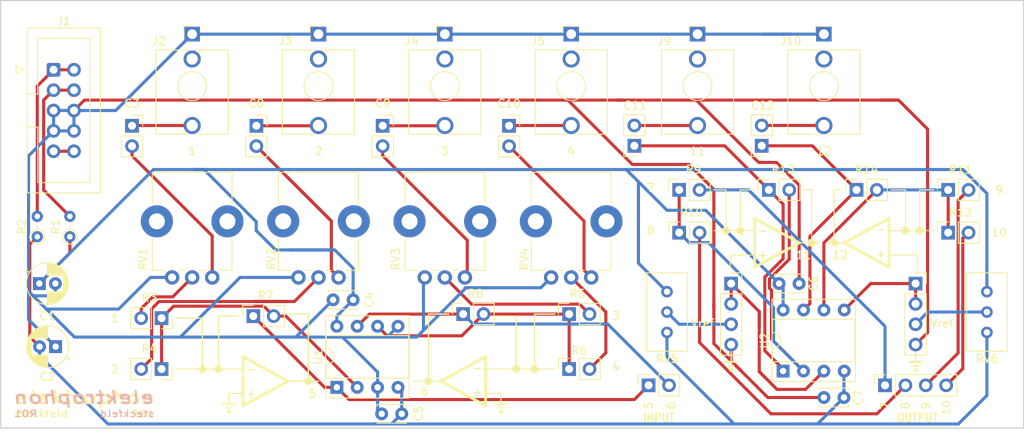
<source format=kicad_pcb>
(kicad_pcb (version 20171130) (host pcbnew 5.1.10)

  (general
    (thickness 1.6)
    (drawings 124)
    (tracks 264)
    (zones 0)
    (modules 46)
    (nets 43)
  )

  (page A4)
  (title_block
    (title steckfeld)
    (date 2021-06-13)
    (rev R01)
    (comment 1 "PCB for main circuit")
    (comment 2 "utility for connecting modules to breadboard")
    (comment 4 "License CC BY 4.0 - Attribution 4.0 International")
  )

  (layers
    (0 F.Cu signal)
    (31 B.Cu signal)
    (32 B.Adhes user)
    (33 F.Adhes user)
    (34 B.Paste user)
    (35 F.Paste user)
    (36 B.SilkS user)
    (37 F.SilkS user)
    (38 B.Mask user)
    (39 F.Mask user)
    (40 Dwgs.User user)
    (41 Cmts.User user)
    (42 Eco1.User user)
    (43 Eco2.User user)
    (44 Edge.Cuts user)
    (45 Margin user)
    (46 B.CrtYd user)
    (47 F.CrtYd user)
    (48 B.Fab user)
    (49 F.Fab user)
  )

  (setup
    (last_trace_width 0.381)
    (user_trace_width 0.381)
    (user_trace_width 0.762)
    (trace_clearance 0.2)
    (zone_clearance 0.508)
    (zone_45_only no)
    (trace_min 0.2)
    (via_size 0.8)
    (via_drill 0.4)
    (via_min_size 0.4)
    (via_min_drill 0.3)
    (uvia_size 0.3)
    (uvia_drill 0.1)
    (uvias_allowed no)
    (uvia_min_size 0.2)
    (uvia_min_drill 0.1)
    (edge_width 0.05)
    (segment_width 0.2)
    (pcb_text_width 0.3)
    (pcb_text_size 1.5 1.5)
    (mod_edge_width 0.12)
    (mod_text_size 1 1)
    (mod_text_width 0.15)
    (pad_size 1.524 1.524)
    (pad_drill 0.762)
    (pad_to_mask_clearance 0)
    (aux_axis_origin 0 0)
    (visible_elements FFFFFF7F)
    (pcbplotparams
      (layerselection 0x010fc_ffffffff)
      (usegerberextensions false)
      (usegerberattributes true)
      (usegerberadvancedattributes true)
      (creategerberjobfile true)
      (excludeedgelayer true)
      (linewidth 0.100000)
      (plotframeref false)
      (viasonmask false)
      (mode 1)
      (useauxorigin false)
      (hpglpennumber 1)
      (hpglpenspeed 20)
      (hpglpendiameter 15.000000)
      (psnegative false)
      (psa4output false)
      (plotreference true)
      (plotvalue true)
      (plotinvisibletext false)
      (padsonsilk false)
      (subtractmaskfromsilk false)
      (outputformat 1)
      (mirror false)
      (drillshape 1)
      (scaleselection 1)
      (outputdirectory ""))
  )

  (net 0 "")
  (net 1 GND)
  (net 2 +15V)
  (net 3 -15V)
  (net 4 +5V)
  (net 5 VP)
  (net 6 VN)
  (net 7 IN_1)
  (net 8 "Net-(J2-PadTN)")
  (net 9 "Net-(J3-PadTN)")
  (net 10 "Net-(J4-PadTN)")
  (net 11 "Net-(J5-PadTN)")
  (net 12 IN_2)
  (net 13 "Net-(J9-PadTN)")
  (net 14 "Net-(J10-PadTN)")
  (net 15 "Net-(R3-Pad2)")
  (net 16 "Net-(R3-Pad1)")
  (net 17 "Net-(R4-Pad2)")
  (net 18 "Net-(R5-Pad2)")
  (net 19 "Net-(R5-Pad1)")
  (net 20 "Net-(R6-Pad2)")
  (net 21 OUT_2b)
  (net 22 OUT_2a)
  (net 23 OUT_1b)
  (net 24 OUT_1a)
  (net 25 /V1)
  (net 26 /U2a)
  (net 27 /V2)
  (net 28 /U2b)
  (net 29 "Net-(R10-Pad1)")
  (net 30 "Net-(R11-Pad1)")
  (net 31 "Net-(C3-Pad2)")
  (net 32 "Net-(C3-Pad1)")
  (net 33 "Net-(C8-Pad2)")
  (net 34 "Net-(C8-Pad1)")
  (net 35 "Net-(C9-Pad2)")
  (net 36 "Net-(C9-Pad1)")
  (net 37 "Net-(C10-Pad2)")
  (net 38 "Net-(C10-Pad1)")
  (net 39 "Net-(C11-Pad2)")
  (net 40 "Net-(C11-Pad1)")
  (net 41 "Net-(C12-Pad2)")
  (net 42 "Net-(C12-Pad1)")

  (net_class Default "This is the default net class."
    (clearance 0.2)
    (trace_width 0.25)
    (via_dia 0.8)
    (via_drill 0.4)
    (uvia_dia 0.3)
    (uvia_drill 0.1)
    (add_net +15V)
    (add_net +5V)
    (add_net -15V)
    (add_net /U2a)
    (add_net /U2b)
    (add_net /V1)
    (add_net /V2)
    (add_net GND)
    (add_net IN_1)
    (add_net IN_2)
    (add_net "Net-(C10-Pad1)")
    (add_net "Net-(C10-Pad2)")
    (add_net "Net-(C11-Pad1)")
    (add_net "Net-(C11-Pad2)")
    (add_net "Net-(C12-Pad1)")
    (add_net "Net-(C12-Pad2)")
    (add_net "Net-(C3-Pad1)")
    (add_net "Net-(C3-Pad2)")
    (add_net "Net-(C8-Pad1)")
    (add_net "Net-(C8-Pad2)")
    (add_net "Net-(C9-Pad1)")
    (add_net "Net-(C9-Pad2)")
    (add_net "Net-(J10-PadTN)")
    (add_net "Net-(J2-PadTN)")
    (add_net "Net-(J3-PadTN)")
    (add_net "Net-(J4-PadTN)")
    (add_net "Net-(J5-PadTN)")
    (add_net "Net-(J9-PadTN)")
    (add_net "Net-(R10-Pad1)")
    (add_net "Net-(R11-Pad1)")
    (add_net "Net-(R3-Pad1)")
    (add_net "Net-(R3-Pad2)")
    (add_net "Net-(R4-Pad2)")
    (add_net "Net-(R5-Pad1)")
    (add_net "Net-(R5-Pad2)")
    (add_net "Net-(R6-Pad2)")
    (add_net OUT_1a)
    (add_net OUT_1b)
    (add_net OUT_2a)
    (add_net OUT_2b)
    (add_net VN)
    (add_net VP)
  )

  (module Connector_PinSocket_2.54mm:PinSocket_1x04_P2.54mm_Vertical (layer F.Cu) (tedit 5A19A429) (tstamp 60C79972)
    (at 192.278 74.422)
    (descr "Through hole straight socket strip, 1x04, 2.54mm pitch, single row (from Kicad 4.0.7), script generated")
    (tags "Through hole socket strip THT 1x04 2.54mm single row")
    (path /60C7D60A)
    (fp_text reference J11 (at 0 -2.77) (layer F.SilkS) hide
      (effects (font (size 1 1) (thickness 0.15)))
    )
    (fp_text value Conn_01x04_Female (at 0 10.39) (layer F.Fab) hide
      (effects (font (size 1 1) (thickness 0.15)))
    )
    (fp_text user %R (at 0 3.81 90) (layer F.Fab) hide
      (effects (font (size 1 1) (thickness 0.15)))
    )
    (fp_line (start -1.27 -1.27) (end 0.635 -1.27) (layer F.Fab) (width 0.1))
    (fp_line (start 0.635 -1.27) (end 1.27 -0.635) (layer F.Fab) (width 0.1))
    (fp_line (start 1.27 -0.635) (end 1.27 8.89) (layer F.Fab) (width 0.1))
    (fp_line (start 1.27 8.89) (end -1.27 8.89) (layer F.Fab) (width 0.1))
    (fp_line (start -1.27 8.89) (end -1.27 -1.27) (layer F.Fab) (width 0.1))
    (fp_line (start -1.33 1.27) (end 1.33 1.27) (layer F.SilkS) (width 0.12))
    (fp_line (start -1.33 1.27) (end -1.33 8.95) (layer F.SilkS) (width 0.12))
    (fp_line (start -1.33 8.95) (end 1.33 8.95) (layer F.SilkS) (width 0.12))
    (fp_line (start 1.33 1.27) (end 1.33 8.95) (layer F.SilkS) (width 0.12))
    (fp_line (start 1.33 -1.33) (end 1.33 0) (layer F.SilkS) (width 0.12))
    (fp_line (start 0 -1.33) (end 1.33 -1.33) (layer F.SilkS) (width 0.12))
    (fp_line (start -1.8 -1.8) (end 1.75 -1.8) (layer F.CrtYd) (width 0.05))
    (fp_line (start 1.75 -1.8) (end 1.75 9.4) (layer F.CrtYd) (width 0.05))
    (fp_line (start 1.75 9.4) (end -1.8 9.4) (layer F.CrtYd) (width 0.05))
    (fp_line (start -1.8 9.4) (end -1.8 -1.8) (layer F.CrtYd) (width 0.05))
    (pad 4 thru_hole oval (at 0 7.62) (size 1.7 1.7) (drill 1) (layers *.Cu *.Mask)
      (net 1 GND))
    (pad 3 thru_hole oval (at 0 5.08) (size 1.7 1.7) (drill 1) (layers *.Cu *.Mask)
      (net 27 /V2))
    (pad 2 thru_hole oval (at 0 2.54) (size 1.7 1.7) (drill 1) (layers *.Cu *.Mask)
      (net 28 /U2b))
    (pad 1 thru_hole rect (at 0 0) (size 1.7 1.7) (drill 1) (layers *.Cu *.Mask)
      (net 28 /U2b))
    (model ${KISYS3DMOD}/Connector_PinSocket_2.54mm.3dshapes/PinSocket_1x04_P2.54mm_Vertical.wrl
      (at (xyz 0 0 0))
      (scale (xyz 1 1 1))
      (rotate (xyz 0 0 0))
    )
  )

  (module Connector_PinSocket_2.54mm:PinSocket_1x04_P2.54mm_Vertical (layer F.Cu) (tedit 5A19A429) (tstamp 60C798D6)
    (at 169.291 74.422)
    (descr "Through hole straight socket strip, 1x04, 2.54mm pitch, single row (from Kicad 4.0.7), script generated")
    (tags "Through hole socket strip THT 1x04 2.54mm single row")
    (path /60C7CAD1)
    (fp_text reference J8 (at 0 -2.77) (layer F.SilkS) hide
      (effects (font (size 1 1) (thickness 0.15)))
    )
    (fp_text value Conn_01x04_Female (at 0 10.39) (layer F.Fab) hide
      (effects (font (size 1 1) (thickness 0.15)))
    )
    (fp_text user %R (at 0 3.81 90) (layer F.Fab) hide
      (effects (font (size 1 1) (thickness 0.15)))
    )
    (fp_line (start -1.27 -1.27) (end 0.635 -1.27) (layer F.Fab) (width 0.1))
    (fp_line (start 0.635 -1.27) (end 1.27 -0.635) (layer F.Fab) (width 0.1))
    (fp_line (start 1.27 -0.635) (end 1.27 8.89) (layer F.Fab) (width 0.1))
    (fp_line (start 1.27 8.89) (end -1.27 8.89) (layer F.Fab) (width 0.1))
    (fp_line (start -1.27 8.89) (end -1.27 -1.27) (layer F.Fab) (width 0.1))
    (fp_line (start -1.33 1.27) (end 1.33 1.27) (layer F.SilkS) (width 0.12))
    (fp_line (start -1.33 1.27) (end -1.33 8.95) (layer F.SilkS) (width 0.12))
    (fp_line (start -1.33 8.95) (end 1.33 8.95) (layer F.SilkS) (width 0.12))
    (fp_line (start 1.33 1.27) (end 1.33 8.95) (layer F.SilkS) (width 0.12))
    (fp_line (start 1.33 -1.33) (end 1.33 0) (layer F.SilkS) (width 0.12))
    (fp_line (start 0 -1.33) (end 1.33 -1.33) (layer F.SilkS) (width 0.12))
    (fp_line (start -1.8 -1.8) (end 1.75 -1.8) (layer F.CrtYd) (width 0.05))
    (fp_line (start 1.75 -1.8) (end 1.75 9.4) (layer F.CrtYd) (width 0.05))
    (fp_line (start 1.75 9.4) (end -1.8 9.4) (layer F.CrtYd) (width 0.05))
    (fp_line (start -1.8 9.4) (end -1.8 -1.8) (layer F.CrtYd) (width 0.05))
    (pad 4 thru_hole oval (at 0 7.62) (size 1.7 1.7) (drill 1) (layers *.Cu *.Mask)
      (net 1 GND))
    (pad 3 thru_hole oval (at 0 5.08) (size 1.7 1.7) (drill 1) (layers *.Cu *.Mask)
      (net 25 /V1))
    (pad 2 thru_hole oval (at 0 2.54) (size 1.7 1.7) (drill 1) (layers *.Cu *.Mask)
      (net 26 /U2a))
    (pad 1 thru_hole rect (at 0 0) (size 1.7 1.7) (drill 1) (layers *.Cu *.Mask)
      (net 26 /U2a))
    (model ${KISYS3DMOD}/Connector_PinSocket_2.54mm.3dshapes/PinSocket_1x04_P2.54mm_Vertical.wrl
      (at (xyz 0 0 0))
      (scale (xyz 1 1 1))
      (rotate (xyz 0 0 0))
    )
  )

  (module Connector_PinSocket_2.54mm:PinSocket_1x02_P2.54mm_Vertical (layer F.Cu) (tedit 5A19A420) (tstamp 60C62685)
    (at 173.101 57.237 180)
    (descr "Through hole straight socket strip, 1x02, 2.54mm pitch, single row (from Kicad 4.0.7), script generated")
    (tags "Through hole socket strip THT 1x02 2.54mm single row")
    (path /60C7F9C5)
    (fp_text reference C12 (at -0.127 5.04) (layer F.SilkS)
      (effects (font (size 1 1) (thickness 0.15)))
    )
    (fp_text value "47u (NP)" (at 0 5.31) (layer F.Fab)
      (effects (font (size 1 1) (thickness 0.15)))
    )
    (fp_line (start -1.8 4.3) (end -1.8 -1.8) (layer F.CrtYd) (width 0.05))
    (fp_line (start 1.75 4.3) (end -1.8 4.3) (layer F.CrtYd) (width 0.05))
    (fp_line (start 1.75 -1.8) (end 1.75 4.3) (layer F.CrtYd) (width 0.05))
    (fp_line (start -1.8 -1.8) (end 1.75 -1.8) (layer F.CrtYd) (width 0.05))
    (fp_line (start 0 -1.33) (end 1.33 -1.33) (layer F.SilkS) (width 0.12))
    (fp_line (start 1.33 -1.33) (end 1.33 0) (layer F.SilkS) (width 0.12))
    (fp_line (start 1.33 1.27) (end 1.33 3.87) (layer F.SilkS) (width 0.12))
    (fp_line (start -1.33 3.87) (end 1.33 3.87) (layer F.SilkS) (width 0.12))
    (fp_line (start -1.33 1.27) (end -1.33 3.87) (layer F.SilkS) (width 0.12))
    (fp_line (start -1.33 1.27) (end 1.33 1.27) (layer F.SilkS) (width 0.12))
    (fp_line (start -1.27 3.81) (end -1.27 -1.27) (layer F.Fab) (width 0.1))
    (fp_line (start 1.27 3.81) (end -1.27 3.81) (layer F.Fab) (width 0.1))
    (fp_line (start 1.27 -0.635) (end 1.27 3.81) (layer F.Fab) (width 0.1))
    (fp_line (start 0.635 -1.27) (end 1.27 -0.635) (layer F.Fab) (width 0.1))
    (fp_line (start -1.27 -1.27) (end 0.635 -1.27) (layer F.Fab) (width 0.1))
    (fp_text user %R (at 0 1.27 90) (layer F.Fab)
      (effects (font (size 1 1) (thickness 0.15)))
    )
    (pad 2 thru_hole oval (at 0 2.54 180) (size 1.7 1.7) (drill 1) (layers *.Cu *.Mask)
      (net 41 "Net-(C12-Pad2)"))
    (pad 1 thru_hole rect (at 0 0 180) (size 1.7 1.7) (drill 1) (layers *.Cu *.Mask)
      (net 42 "Net-(C12-Pad1)"))
    (model ${KISYS3DMOD}/Connector_PinSocket_2.54mm.3dshapes/PinSocket_1x02_P2.54mm_Vertical.wrl
      (at (xyz 0 0 0))
      (scale (xyz 1 1 1))
      (rotate (xyz 0 0 0))
    )
  )

  (module Connector_PinSocket_2.54mm:PinSocket_1x02_P2.54mm_Vertical (layer F.Cu) (tedit 5A19A420) (tstamp 60C6266F)
    (at 157.226 57.237 180)
    (descr "Through hole straight socket strip, 1x02, 2.54mm pitch, single row (from Kicad 4.0.7), script generated")
    (tags "Through hole socket strip THT 1x02 2.54mm single row")
    (path /60C7E826)
    (fp_text reference C11 (at -0.127 5.04) (layer F.SilkS)
      (effects (font (size 1 1) (thickness 0.15)))
    )
    (fp_text value "47u (NP)" (at 0 5.31) (layer F.Fab)
      (effects (font (size 1 1) (thickness 0.15)))
    )
    (fp_line (start -1.8 4.3) (end -1.8 -1.8) (layer F.CrtYd) (width 0.05))
    (fp_line (start 1.75 4.3) (end -1.8 4.3) (layer F.CrtYd) (width 0.05))
    (fp_line (start 1.75 -1.8) (end 1.75 4.3) (layer F.CrtYd) (width 0.05))
    (fp_line (start -1.8 -1.8) (end 1.75 -1.8) (layer F.CrtYd) (width 0.05))
    (fp_line (start 0 -1.33) (end 1.33 -1.33) (layer F.SilkS) (width 0.12))
    (fp_line (start 1.33 -1.33) (end 1.33 0) (layer F.SilkS) (width 0.12))
    (fp_line (start 1.33 1.27) (end 1.33 3.87) (layer F.SilkS) (width 0.12))
    (fp_line (start -1.33 3.87) (end 1.33 3.87) (layer F.SilkS) (width 0.12))
    (fp_line (start -1.33 1.27) (end -1.33 3.87) (layer F.SilkS) (width 0.12))
    (fp_line (start -1.33 1.27) (end 1.33 1.27) (layer F.SilkS) (width 0.12))
    (fp_line (start -1.27 3.81) (end -1.27 -1.27) (layer F.Fab) (width 0.1))
    (fp_line (start 1.27 3.81) (end -1.27 3.81) (layer F.Fab) (width 0.1))
    (fp_line (start 1.27 -0.635) (end 1.27 3.81) (layer F.Fab) (width 0.1))
    (fp_line (start 0.635 -1.27) (end 1.27 -0.635) (layer F.Fab) (width 0.1))
    (fp_line (start -1.27 -1.27) (end 0.635 -1.27) (layer F.Fab) (width 0.1))
    (fp_text user %R (at 0 1.27 90) (layer F.Fab)
      (effects (font (size 1 1) (thickness 0.15)))
    )
    (pad 2 thru_hole oval (at 0 2.54 180) (size 1.7 1.7) (drill 1) (layers *.Cu *.Mask)
      (net 39 "Net-(C11-Pad2)"))
    (pad 1 thru_hole rect (at 0 0 180) (size 1.7 1.7) (drill 1) (layers *.Cu *.Mask)
      (net 40 "Net-(C11-Pad1)"))
    (model ${KISYS3DMOD}/Connector_PinSocket_2.54mm.3dshapes/PinSocket_1x02_P2.54mm_Vertical.wrl
      (at (xyz 0 0 0))
      (scale (xyz 1 1 1))
      (rotate (xyz 0 0 0))
    )
  )

  (module Capacitor_THT:C_Disc_D3.4mm_W2.1mm_P2.50mm (layer F.Cu) (tedit 5AE50EF0) (tstamp 60AA6F9C)
    (at 180.848 88.646)
    (descr "C, Disc series, Radial, pin pitch=2.50mm, , diameter*width=3.4*2.1mm^2, Capacitor, http://www.vishay.com/docs/45233/krseries.pdf")
    (tags "C Disc series Radial pin pitch 2.50mm  diameter 3.4mm width 2.1mm Capacitor")
    (path /5EC3E5CE)
    (fp_text reference C7 (at 4.318 0 90) (layer F.SilkS)
      (effects (font (size 1 1) (thickness 0.15)))
    )
    (fp_text value 0.1u (at 1.25 2.3) (layer F.Fab)
      (effects (font (size 1 1) (thickness 0.15)))
    )
    (fp_line (start 3.55 -1.3) (end -1.05 -1.3) (layer F.CrtYd) (width 0.05))
    (fp_line (start 3.55 1.3) (end 3.55 -1.3) (layer F.CrtYd) (width 0.05))
    (fp_line (start -1.05 1.3) (end 3.55 1.3) (layer F.CrtYd) (width 0.05))
    (fp_line (start -1.05 -1.3) (end -1.05 1.3) (layer F.CrtYd) (width 0.05))
    (fp_line (start 3.07 0.925) (end 3.07 1.17) (layer F.SilkS) (width 0.12))
    (fp_line (start 3.07 -1.17) (end 3.07 -0.925) (layer F.SilkS) (width 0.12))
    (fp_line (start -0.57 0.925) (end -0.57 1.17) (layer F.SilkS) (width 0.12))
    (fp_line (start -0.57 -1.17) (end -0.57 -0.925) (layer F.SilkS) (width 0.12))
    (fp_line (start -0.57 1.17) (end 3.07 1.17) (layer F.SilkS) (width 0.12))
    (fp_line (start -0.57 -1.17) (end 3.07 -1.17) (layer F.SilkS) (width 0.12))
    (fp_line (start 2.95 -1.05) (end -0.45 -1.05) (layer F.Fab) (width 0.1))
    (fp_line (start 2.95 1.05) (end 2.95 -1.05) (layer F.Fab) (width 0.1))
    (fp_line (start -0.45 1.05) (end 2.95 1.05) (layer F.Fab) (width 0.1))
    (fp_line (start -0.45 -1.05) (end -0.45 1.05) (layer F.Fab) (width 0.1))
    (fp_text user %R (at 1.25 0) (layer F.Fab)
      (effects (font (size 0.68 0.68) (thickness 0.102)))
    )
    (pad 2 thru_hole circle (at 2.5 0) (size 1.6 1.6) (drill 0.8) (layers *.Cu *.Mask)
      (net 3 -15V))
    (pad 1 thru_hole circle (at 0 0) (size 1.6 1.6) (drill 0.8) (layers *.Cu *.Mask)
      (net 1 GND))
    (model ${KISYS3DMOD}/Capacitor_THT.3dshapes/C_Disc_D3.4mm_W2.1mm_P2.50mm.wrl
      (at (xyz 0 0 0))
      (scale (xyz 1 1 1))
      (rotate (xyz 0 0 0))
    )
  )

  (module Capacitor_THT:C_Disc_D3.4mm_W2.1mm_P2.50mm (layer F.Cu) (tedit 5AE50EF0) (tstamp 60AA6F8B)
    (at 175.26 74.422)
    (descr "C, Disc series, Radial, pin pitch=2.50mm, , diameter*width=3.4*2.1mm^2, Capacitor, http://www.vishay.com/docs/45233/krseries.pdf")
    (tags "C Disc series Radial pin pitch 2.50mm  diameter 3.4mm width 2.1mm Capacitor")
    (path /5EC3E5C8)
    (fp_text reference C6 (at 4.318 0 90) (layer F.SilkS)
      (effects (font (size 1 1) (thickness 0.15)))
    )
    (fp_text value 0.1u (at 1.25 2.3) (layer F.Fab)
      (effects (font (size 1 1) (thickness 0.15)))
    )
    (fp_line (start 3.55 -1.3) (end -1.05 -1.3) (layer F.CrtYd) (width 0.05))
    (fp_line (start 3.55 1.3) (end 3.55 -1.3) (layer F.CrtYd) (width 0.05))
    (fp_line (start -1.05 1.3) (end 3.55 1.3) (layer F.CrtYd) (width 0.05))
    (fp_line (start -1.05 -1.3) (end -1.05 1.3) (layer F.CrtYd) (width 0.05))
    (fp_line (start 3.07 0.925) (end 3.07 1.17) (layer F.SilkS) (width 0.12))
    (fp_line (start 3.07 -1.17) (end 3.07 -0.925) (layer F.SilkS) (width 0.12))
    (fp_line (start -0.57 0.925) (end -0.57 1.17) (layer F.SilkS) (width 0.12))
    (fp_line (start -0.57 -1.17) (end -0.57 -0.925) (layer F.SilkS) (width 0.12))
    (fp_line (start -0.57 1.17) (end 3.07 1.17) (layer F.SilkS) (width 0.12))
    (fp_line (start -0.57 -1.17) (end 3.07 -1.17) (layer F.SilkS) (width 0.12))
    (fp_line (start 2.95 -1.05) (end -0.45 -1.05) (layer F.Fab) (width 0.1))
    (fp_line (start 2.95 1.05) (end 2.95 -1.05) (layer F.Fab) (width 0.1))
    (fp_line (start -0.45 1.05) (end 2.95 1.05) (layer F.Fab) (width 0.1))
    (fp_line (start -0.45 -1.05) (end -0.45 1.05) (layer F.Fab) (width 0.1))
    (fp_text user %R (at 1.25 0) (layer F.Fab)
      (effects (font (size 0.68 0.68) (thickness 0.102)))
    )
    (pad 2 thru_hole circle (at 2.5 0) (size 1.6 1.6) (drill 0.8) (layers *.Cu *.Mask)
      (net 1 GND))
    (pad 1 thru_hole circle (at 0 0) (size 1.6 1.6) (drill 0.8) (layers *.Cu *.Mask)
      (net 2 +15V))
    (model ${KISYS3DMOD}/Capacitor_THT.3dshapes/C_Disc_D3.4mm_W2.1mm_P2.50mm.wrl
      (at (xyz 0 0 0))
      (scale (xyz 1 1 1))
      (rotate (xyz 0 0 0))
    )
  )

  (module Capacitor_THT:C_Disc_D3.4mm_W2.1mm_P2.50mm (layer F.Cu) (tedit 5AE50EF0) (tstamp 60AA6F58)
    (at 125.73 90.678)
    (descr "C, Disc series, Radial, pin pitch=2.50mm, , diameter*width=3.4*2.1mm^2, Capacitor, http://www.vishay.com/docs/45233/krseries.pdf")
    (tags "C Disc series Radial pin pitch 2.50mm  diameter 3.4mm width 2.1mm Capacitor")
    (path /5E1807EC)
    (fp_text reference C5 (at 4.572 0 90) (layer F.SilkS)
      (effects (font (size 1 1) (thickness 0.15)))
    )
    (fp_text value 0.1u (at 1.25 2.3) (layer F.Fab)
      (effects (font (size 1 1) (thickness 0.15)))
    )
    (fp_line (start 3.55 -1.3) (end -1.05 -1.3) (layer F.CrtYd) (width 0.05))
    (fp_line (start 3.55 1.3) (end 3.55 -1.3) (layer F.CrtYd) (width 0.05))
    (fp_line (start -1.05 1.3) (end 3.55 1.3) (layer F.CrtYd) (width 0.05))
    (fp_line (start -1.05 -1.3) (end -1.05 1.3) (layer F.CrtYd) (width 0.05))
    (fp_line (start 3.07 0.925) (end 3.07 1.17) (layer F.SilkS) (width 0.12))
    (fp_line (start 3.07 -1.17) (end 3.07 -0.925) (layer F.SilkS) (width 0.12))
    (fp_line (start -0.57 0.925) (end -0.57 1.17) (layer F.SilkS) (width 0.12))
    (fp_line (start -0.57 -1.17) (end -0.57 -0.925) (layer F.SilkS) (width 0.12))
    (fp_line (start -0.57 1.17) (end 3.07 1.17) (layer F.SilkS) (width 0.12))
    (fp_line (start -0.57 -1.17) (end 3.07 -1.17) (layer F.SilkS) (width 0.12))
    (fp_line (start 2.95 -1.05) (end -0.45 -1.05) (layer F.Fab) (width 0.1))
    (fp_line (start 2.95 1.05) (end 2.95 -1.05) (layer F.Fab) (width 0.1))
    (fp_line (start -0.45 1.05) (end 2.95 1.05) (layer F.Fab) (width 0.1))
    (fp_line (start -0.45 -1.05) (end -0.45 1.05) (layer F.Fab) (width 0.1))
    (fp_text user %R (at 1.25 0) (layer F.Fab)
      (effects (font (size 0.68 0.68) (thickness 0.102)))
    )
    (pad 2 thru_hole circle (at 2.5 0) (size 1.6 1.6) (drill 0.8) (layers *.Cu *.Mask)
      (net 3 -15V))
    (pad 1 thru_hole circle (at 0 0) (size 1.6 1.6) (drill 0.8) (layers *.Cu *.Mask)
      (net 1 GND))
    (model ${KISYS3DMOD}/Capacitor_THT.3dshapes/C_Disc_D3.4mm_W2.1mm_P2.50mm.wrl
      (at (xyz 0 0 0))
      (scale (xyz 1 1 1))
      (rotate (xyz 0 0 0))
    )
  )

  (module Capacitor_THT:C_Disc_D3.4mm_W2.1mm_P2.50mm (layer F.Cu) (tedit 5AE50EF0) (tstamp 60AA6F47)
    (at 122.174 76.454 180)
    (descr "C, Disc series, Radial, pin pitch=2.50mm, , diameter*width=3.4*2.1mm^2, Capacitor, http://www.vishay.com/docs/45233/krseries.pdf")
    (tags "C Disc series Radial pin pitch 2.50mm  diameter 3.4mm width 2.1mm Capacitor")
    (path /5E1807E6)
    (fp_text reference C4 (at -2.032 0 90) (layer F.SilkS)
      (effects (font (size 1 1) (thickness 0.15)))
    )
    (fp_text value 0.1u (at 1.25 2.3) (layer F.Fab)
      (effects (font (size 1 1) (thickness 0.15)))
    )
    (fp_line (start 3.55 -1.3) (end -1.05 -1.3) (layer F.CrtYd) (width 0.05))
    (fp_line (start 3.55 1.3) (end 3.55 -1.3) (layer F.CrtYd) (width 0.05))
    (fp_line (start -1.05 1.3) (end 3.55 1.3) (layer F.CrtYd) (width 0.05))
    (fp_line (start -1.05 -1.3) (end -1.05 1.3) (layer F.CrtYd) (width 0.05))
    (fp_line (start 3.07 0.925) (end 3.07 1.17) (layer F.SilkS) (width 0.12))
    (fp_line (start 3.07 -1.17) (end 3.07 -0.925) (layer F.SilkS) (width 0.12))
    (fp_line (start -0.57 0.925) (end -0.57 1.17) (layer F.SilkS) (width 0.12))
    (fp_line (start -0.57 -1.17) (end -0.57 -0.925) (layer F.SilkS) (width 0.12))
    (fp_line (start -0.57 1.17) (end 3.07 1.17) (layer F.SilkS) (width 0.12))
    (fp_line (start -0.57 -1.17) (end 3.07 -1.17) (layer F.SilkS) (width 0.12))
    (fp_line (start 2.95 -1.05) (end -0.45 -1.05) (layer F.Fab) (width 0.1))
    (fp_line (start 2.95 1.05) (end 2.95 -1.05) (layer F.Fab) (width 0.1))
    (fp_line (start -0.45 1.05) (end 2.95 1.05) (layer F.Fab) (width 0.1))
    (fp_line (start -0.45 -1.05) (end -0.45 1.05) (layer F.Fab) (width 0.1))
    (fp_text user %R (at 1.25 0) (layer F.Fab)
      (effects (font (size 0.68 0.68) (thickness 0.102)))
    )
    (pad 2 thru_hole circle (at 2.5 0 180) (size 1.6 1.6) (drill 0.8) (layers *.Cu *.Mask)
      (net 1 GND))
    (pad 1 thru_hole circle (at 0 0 180) (size 1.6 1.6) (drill 0.8) (layers *.Cu *.Mask)
      (net 2 +15V))
    (model ${KISYS3DMOD}/Capacitor_THT.3dshapes/C_Disc_D3.4mm_W2.1mm_P2.50mm.wrl
      (at (xyz 0 0 0))
      (scale (xyz 1 1 1))
      (rotate (xyz 0 0 0))
    )
  )

  (module Resistor_THT:R_Axial_DIN0204_L3.6mm_D1.6mm_P2.54mm_Vertical (layer F.Cu) (tedit 5AE5139B) (tstamp 60A960D3)
    (at 82.804 68.58 90)
    (descr "Resistor, Axial_DIN0204 series, Axial, Vertical, pin pitch=2.54mm, 0.167W, length*diameter=3.6*1.6mm^2, http://cdn-reichelt.de/documents/datenblatt/B400/1_4W%23YAG.pdf")
    (tags "Resistor Axial_DIN0204 series Axial Vertical pin pitch 2.54mm 0.167W length 3.6mm diameter 1.6mm")
    (path /5FC69BB1)
    (fp_text reference R2 (at 1.27 -1.92 90) (layer F.SilkS)
      (effects (font (size 1 1) (thickness 0.15)))
    )
    (fp_text value 10 (at 1.27 1.92 90) (layer F.Fab)
      (effects (font (size 1 1) (thickness 0.15)))
    )
    (fp_circle (center 0 0) (end 0.8 0) (layer F.Fab) (width 0.1))
    (fp_circle (center 0 0) (end 0.92 0) (layer F.SilkS) (width 0.12))
    (fp_line (start 0 0) (end 2.54 0) (layer F.Fab) (width 0.1))
    (fp_line (start 0.92 0) (end 1.54 0) (layer F.SilkS) (width 0.12))
    (fp_line (start -1.05 -1.05) (end -1.05 1.05) (layer F.CrtYd) (width 0.05))
    (fp_line (start -1.05 1.05) (end 3.49 1.05) (layer F.CrtYd) (width 0.05))
    (fp_line (start 3.49 1.05) (end 3.49 -1.05) (layer F.CrtYd) (width 0.05))
    (fp_line (start 3.49 -1.05) (end -1.05 -1.05) (layer F.CrtYd) (width 0.05))
    (fp_text user %R (at 1.27 -1.92 90) (layer F.Fab)
      (effects (font (size 1 1) (thickness 0.15)))
    )
    (pad 2 thru_hole oval (at 2.54 0 90) (size 1.4 1.4) (drill 0.7) (layers *.Cu *.Mask)
      (net 6 VN))
    (pad 1 thru_hole circle (at 0 0 90) (size 1.4 1.4) (drill 0.7) (layers *.Cu *.Mask)
      (net 3 -15V))
    (model ${KISYS3DMOD}/Resistor_THT.3dshapes/R_Axial_DIN0204_L3.6mm_D1.6mm_P2.54mm_Vertical.wrl
      (at (xyz 0 0 0))
      (scale (xyz 1 1 1))
      (rotate (xyz 0 0 0))
    )
  )

  (module Connector_PinSocket_2.54mm:PinSocket_1x04_P2.54mm_Vertical (layer F.Cu) (tedit 5A19A429) (tstamp 60C607FC)
    (at 188.468 87.122 90)
    (descr "Through hole straight socket strip, 1x04, 2.54mm pitch, single row (from Kicad 4.0.7), script generated")
    (tags "Through hole socket strip THT 1x04 2.54mm single row")
    (path /60CDDE01)
    (fp_text reference J7 (at 0 -2.77 90) (layer F.SilkS) hide
      (effects (font (size 1 1) (thickness 0.15)))
    )
    (fp_text value Conn_01x04_Female (at 0 10.39 90) (layer F.Fab)
      (effects (font (size 1 1) (thickness 0.15)))
    )
    (fp_line (start -1.27 -1.27) (end 0.635 -1.27) (layer F.Fab) (width 0.1))
    (fp_line (start 0.635 -1.27) (end 1.27 -0.635) (layer F.Fab) (width 0.1))
    (fp_line (start 1.27 -0.635) (end 1.27 8.89) (layer F.Fab) (width 0.1))
    (fp_line (start 1.27 8.89) (end -1.27 8.89) (layer F.Fab) (width 0.1))
    (fp_line (start -1.27 8.89) (end -1.27 -1.27) (layer F.Fab) (width 0.1))
    (fp_line (start -1.33 1.27) (end 1.33 1.27) (layer F.SilkS) (width 0.12))
    (fp_line (start -1.33 1.27) (end -1.33 8.95) (layer F.SilkS) (width 0.12))
    (fp_line (start -1.33 8.95) (end 1.33 8.95) (layer F.SilkS) (width 0.12))
    (fp_line (start 1.33 1.27) (end 1.33 8.95) (layer F.SilkS) (width 0.12))
    (fp_line (start 1.33 -1.33) (end 1.33 0) (layer F.SilkS) (width 0.12))
    (fp_line (start 0 -1.33) (end 1.33 -1.33) (layer F.SilkS) (width 0.12))
    (fp_line (start -1.8 -1.8) (end 1.75 -1.8) (layer F.CrtYd) (width 0.05))
    (fp_line (start 1.75 -1.8) (end 1.75 9.4) (layer F.CrtYd) (width 0.05))
    (fp_line (start 1.75 9.4) (end -1.8 9.4) (layer F.CrtYd) (width 0.05))
    (fp_line (start -1.8 9.4) (end -1.8 -1.8) (layer F.CrtYd) (width 0.05))
    (fp_text user %R (at 0 3.81) (layer F.Fab)
      (effects (font (size 1 1) (thickness 0.15)))
    )
    (pad 4 thru_hole oval (at 0 7.62 90) (size 1.7 1.7) (drill 1) (layers *.Cu *.Mask)
      (net 21 OUT_2b))
    (pad 3 thru_hole oval (at 0 5.08 90) (size 1.7 1.7) (drill 1) (layers *.Cu *.Mask)
      (net 22 OUT_2a))
    (pad 2 thru_hole oval (at 0 2.54 90) (size 1.7 1.7) (drill 1) (layers *.Cu *.Mask)
      (net 23 OUT_1b))
    (pad 1 thru_hole rect (at 0 0 90) (size 1.7 1.7) (drill 1) (layers *.Cu *.Mask)
      (net 24 OUT_1a))
    (model ${KISYS3DMOD}/Connector_PinSocket_2.54mm.3dshapes/PinSocket_1x04_P2.54mm_Vertical.wrl
      (at (xyz 0 0 0))
      (scale (xyz 1 1 1))
      (rotate (xyz 0 0 0))
    )
  )

  (module Connector_PinSocket_2.54mm:PinSocket_1x02_P2.54mm_Vertical (layer F.Cu) (tedit 5A19A420) (tstamp 60C607E4)
    (at 159.004 87.122 90)
    (descr "Through hole straight socket strip, 1x02, 2.54mm pitch, single row (from Kicad 4.0.7), script generated")
    (tags "Through hole socket strip THT 1x02 2.54mm single row")
    (path /60CD547D)
    (fp_text reference J6 (at 0 -2.77 90) (layer F.SilkS) hide
      (effects (font (size 1 1) (thickness 0.15)))
    )
    (fp_text value Conn_01x02_Female (at 0 5.31 90) (layer F.Fab)
      (effects (font (size 1 1) (thickness 0.15)))
    )
    (fp_line (start -1.27 -1.27) (end 0.635 -1.27) (layer F.Fab) (width 0.1))
    (fp_line (start 0.635 -1.27) (end 1.27 -0.635) (layer F.Fab) (width 0.1))
    (fp_line (start 1.27 -0.635) (end 1.27 3.81) (layer F.Fab) (width 0.1))
    (fp_line (start 1.27 3.81) (end -1.27 3.81) (layer F.Fab) (width 0.1))
    (fp_line (start -1.27 3.81) (end -1.27 -1.27) (layer F.Fab) (width 0.1))
    (fp_line (start -1.33 1.27) (end 1.33 1.27) (layer F.SilkS) (width 0.12))
    (fp_line (start -1.33 1.27) (end -1.33 3.87) (layer F.SilkS) (width 0.12))
    (fp_line (start -1.33 3.87) (end 1.33 3.87) (layer F.SilkS) (width 0.12))
    (fp_line (start 1.33 1.27) (end 1.33 3.87) (layer F.SilkS) (width 0.12))
    (fp_line (start 1.33 -1.33) (end 1.33 0) (layer F.SilkS) (width 0.12))
    (fp_line (start 0 -1.33) (end 1.33 -1.33) (layer F.SilkS) (width 0.12))
    (fp_line (start -1.8 -1.8) (end 1.75 -1.8) (layer F.CrtYd) (width 0.05))
    (fp_line (start 1.75 -1.8) (end 1.75 4.3) (layer F.CrtYd) (width 0.05))
    (fp_line (start 1.75 4.3) (end -1.8 4.3) (layer F.CrtYd) (width 0.05))
    (fp_line (start -1.8 4.3) (end -1.8 -1.8) (layer F.CrtYd) (width 0.05))
    (fp_text user %R (at 0 1.27) (layer F.Fab)
      (effects (font (size 1 1) (thickness 0.15)))
    )
    (pad 2 thru_hole oval (at 0 2.54 90) (size 1.7 1.7) (drill 1) (layers *.Cu *.Mask)
      (net 12 IN_2))
    (pad 1 thru_hole rect (at 0 0 90) (size 1.7 1.7) (drill 1) (layers *.Cu *.Mask)
      (net 7 IN_1))
    (model ${KISYS3DMOD}/Connector_PinSocket_2.54mm.3dshapes/PinSocket_1x02_P2.54mm_Vertical.wrl
      (at (xyz 0 0 0))
      (scale (xyz 1 1 1))
      (rotate (xyz 0 0 0))
    )
  )

  (module Potentiometer_THT:Potentiometer_Bourns_3296W_Vertical (layer F.Cu) (tedit 5A3D4994) (tstamp 60C60C02)
    (at 201.168 75.438 90)
    (descr "Potentiometer, vertical, Bourns 3296W, https://www.bourns.com/pdfs/3296.pdf")
    (tags "Potentiometer vertical Bourns 3296W")
    (path /60C66DEA)
    (fp_text reference RV6 (at -8.382 0 180) (layer F.SilkS)
      (effects (font (size 1 1) (thickness 0.15)))
    )
    (fp_text value 100k (at -2.54 3.67 90) (layer F.Fab)
      (effects (font (size 1 1) (thickness 0.15)))
    )
    (fp_circle (center 0.955 1.15) (end 2.05 1.15) (layer F.Fab) (width 0.1))
    (fp_line (start -7.305 -2.41) (end -7.305 2.42) (layer F.Fab) (width 0.1))
    (fp_line (start -7.305 2.42) (end 2.225 2.42) (layer F.Fab) (width 0.1))
    (fp_line (start 2.225 2.42) (end 2.225 -2.41) (layer F.Fab) (width 0.1))
    (fp_line (start 2.225 -2.41) (end -7.305 -2.41) (layer F.Fab) (width 0.1))
    (fp_line (start 0.955 2.235) (end 0.956 0.066) (layer F.Fab) (width 0.1))
    (fp_line (start 0.955 2.235) (end 0.956 0.066) (layer F.Fab) (width 0.1))
    (fp_line (start -7.425 -2.53) (end 2.345 -2.53) (layer F.SilkS) (width 0.12))
    (fp_line (start -7.425 2.54) (end 2.345 2.54) (layer F.SilkS) (width 0.12))
    (fp_line (start -7.425 -2.53) (end -7.425 2.54) (layer F.SilkS) (width 0.12))
    (fp_line (start 2.345 -2.53) (end 2.345 2.54) (layer F.SilkS) (width 0.12))
    (fp_line (start -7.6 -2.7) (end -7.6 2.7) (layer F.CrtYd) (width 0.05))
    (fp_line (start -7.6 2.7) (end 2.5 2.7) (layer F.CrtYd) (width 0.05))
    (fp_line (start 2.5 2.7) (end 2.5 -2.7) (layer F.CrtYd) (width 0.05))
    (fp_line (start 2.5 -2.7) (end -7.6 -2.7) (layer F.CrtYd) (width 0.05))
    (fp_text user %R (at -3.175 0.005 90) (layer F.Fab)
      (effects (font (size 1 1) (thickness 0.15)))
    )
    (pad 3 thru_hole circle (at -5.08 0 90) (size 1.44 1.44) (drill 0.8) (layers *.Cu *.Mask)
      (net 3 -15V))
    (pad 2 thru_hole circle (at -2.54 0 90) (size 1.44 1.44) (drill 0.8) (layers *.Cu *.Mask)
      (net 27 /V2))
    (pad 1 thru_hole circle (at 0 0 90) (size 1.44 1.44) (drill 0.8) (layers *.Cu *.Mask)
      (net 2 +15V))
    (model ${KISYS3DMOD}/Potentiometer_THT.3dshapes/Potentiometer_Bourns_3296W_Vertical.wrl
      (at (xyz 0 0 0))
      (scale (xyz 1 1 1))
      (rotate (xyz 0 0 0))
    )
  )

  (module Potentiometer_THT:Potentiometer_Bourns_3296W_Vertical (layer F.Cu) (tedit 5A3D4994) (tstamp 60C60BE6)
    (at 161.29 75.438 90)
    (descr "Potentiometer, vertical, Bourns 3296W, https://www.bourns.com/pdfs/3296.pdf")
    (tags "Potentiometer vertical Bourns 3296W")
    (path /60C60CFB)
    (fp_text reference RV5 (at -8.382 0 180) (layer F.SilkS)
      (effects (font (size 1 1) (thickness 0.15)))
    )
    (fp_text value 100k (at -2.54 3.67 90) (layer F.Fab)
      (effects (font (size 1 1) (thickness 0.15)))
    )
    (fp_circle (center 0.955 1.15) (end 2.05 1.15) (layer F.Fab) (width 0.1))
    (fp_line (start -7.305 -2.41) (end -7.305 2.42) (layer F.Fab) (width 0.1))
    (fp_line (start -7.305 2.42) (end 2.225 2.42) (layer F.Fab) (width 0.1))
    (fp_line (start 2.225 2.42) (end 2.225 -2.41) (layer F.Fab) (width 0.1))
    (fp_line (start 2.225 -2.41) (end -7.305 -2.41) (layer F.Fab) (width 0.1))
    (fp_line (start 0.955 2.235) (end 0.956 0.066) (layer F.Fab) (width 0.1))
    (fp_line (start 0.955 2.235) (end 0.956 0.066) (layer F.Fab) (width 0.1))
    (fp_line (start -7.425 -2.53) (end 2.345 -2.53) (layer F.SilkS) (width 0.12))
    (fp_line (start -7.425 2.54) (end 2.345 2.54) (layer F.SilkS) (width 0.12))
    (fp_line (start -7.425 -2.53) (end -7.425 2.54) (layer F.SilkS) (width 0.12))
    (fp_line (start 2.345 -2.53) (end 2.345 2.54) (layer F.SilkS) (width 0.12))
    (fp_line (start -7.6 -2.7) (end -7.6 2.7) (layer F.CrtYd) (width 0.05))
    (fp_line (start -7.6 2.7) (end 2.5 2.7) (layer F.CrtYd) (width 0.05))
    (fp_line (start 2.5 2.7) (end 2.5 -2.7) (layer F.CrtYd) (width 0.05))
    (fp_line (start 2.5 -2.7) (end -7.6 -2.7) (layer F.CrtYd) (width 0.05))
    (fp_text user %R (at -3.175 0.005 90) (layer F.Fab)
      (effects (font (size 1 1) (thickness 0.15)))
    )
    (pad 3 thru_hole circle (at -5.08 0 90) (size 1.44 1.44) (drill 0.8) (layers *.Cu *.Mask)
      (net 3 -15V))
    (pad 2 thru_hole circle (at -2.54 0 90) (size 1.44 1.44) (drill 0.8) (layers *.Cu *.Mask)
      (net 25 /V1))
    (pad 1 thru_hole circle (at 0 0 90) (size 1.44 1.44) (drill 0.8) (layers *.Cu *.Mask)
      (net 2 +15V))
    (model ${KISYS3DMOD}/Potentiometer_THT.3dshapes/Potentiometer_Bourns_3296W_Vertical.wrl
      (at (xyz 0 0 0))
      (scale (xyz 1 1 1))
      (rotate (xyz 0 0 0))
    )
  )

  (module Connector_PinSocket_2.54mm:PinSocket_1x02_P2.54mm_Vertical (layer F.Cu) (tedit 5A19A420) (tstamp 60C67EB3)
    (at 184.912 62.738 90)
    (descr "Through hole straight socket strip, 1x02, 2.54mm pitch, single row (from Kicad 4.0.7), script generated")
    (tags "Through hole socket strip THT 1x02 2.54mm single row")
    (path /60F0F70F)
    (fp_text reference R14 (at 2.54 1.27 180) (layer F.SilkS)
      (effects (font (size 1 1) (thickness 0.15)))
    )
    (fp_text value 100k (at 0 5.31 90) (layer F.Fab)
      (effects (font (size 1 1) (thickness 0.15)))
    )
    (fp_line (start -1.27 -1.27) (end 0.635 -1.27) (layer F.Fab) (width 0.1))
    (fp_line (start 0.635 -1.27) (end 1.27 -0.635) (layer F.Fab) (width 0.1))
    (fp_line (start 1.27 -0.635) (end 1.27 3.81) (layer F.Fab) (width 0.1))
    (fp_line (start 1.27 3.81) (end -1.27 3.81) (layer F.Fab) (width 0.1))
    (fp_line (start -1.27 3.81) (end -1.27 -1.27) (layer F.Fab) (width 0.1))
    (fp_line (start -1.33 1.27) (end 1.33 1.27) (layer F.SilkS) (width 0.12))
    (fp_line (start -1.33 1.27) (end -1.33 3.87) (layer F.SilkS) (width 0.12))
    (fp_line (start -1.33 3.87) (end 1.33 3.87) (layer F.SilkS) (width 0.12))
    (fp_line (start 1.33 1.27) (end 1.33 3.87) (layer F.SilkS) (width 0.12))
    (fp_line (start 1.33 -1.33) (end 1.33 0) (layer F.SilkS) (width 0.12))
    (fp_line (start 0 -1.33) (end 1.33 -1.33) (layer F.SilkS) (width 0.12))
    (fp_line (start -1.8 -1.8) (end 1.75 -1.8) (layer F.CrtYd) (width 0.05))
    (fp_line (start 1.75 -1.8) (end 1.75 4.3) (layer F.CrtYd) (width 0.05))
    (fp_line (start 1.75 4.3) (end -1.8 4.3) (layer F.CrtYd) (width 0.05))
    (fp_line (start -1.8 4.3) (end -1.8 -1.8) (layer F.CrtYd) (width 0.05))
    (fp_text user %R (at 0 1.27) (layer F.Fab)
      (effects (font (size 1 1) (thickness 0.15)))
    )
    (pad 2 thru_hole oval (at 0 2.54 90) (size 1.7 1.7) (drill 1) (layers *.Cu *.Mask)
      (net 30 "Net-(R11-Pad1)"))
    (pad 1 thru_hole rect (at 0 0 90) (size 1.7 1.7) (drill 1) (layers *.Cu *.Mask)
      (net 42 "Net-(C12-Pad1)"))
    (model ${KISYS3DMOD}/Connector_PinSocket_2.54mm.3dshapes/PinSocket_1x02_P2.54mm_Vertical.wrl
      (at (xyz 0 0 0))
      (scale (xyz 1 1 1))
      (rotate (xyz 0 0 0))
    )
  )

  (module Connector_PinSocket_2.54mm:PinSocket_1x02_P2.54mm_Vertical (layer F.Cu) (tedit 5A19A420) (tstamp 60C67E9D)
    (at 173.99 62.738 90)
    (descr "Through hole straight socket strip, 1x02, 2.54mm pitch, single row (from Kicad 4.0.7), script generated")
    (tags "Through hole socket strip THT 1x02 2.54mm single row")
    (path /60EECA3E)
    (fp_text reference R13 (at 2.54 1.778 180) (layer F.SilkS)
      (effects (font (size 1 1) (thickness 0.15)))
    )
    (fp_text value 100k (at 0 5.31 90) (layer F.Fab)
      (effects (font (size 1 1) (thickness 0.15)))
    )
    (fp_line (start -1.27 -1.27) (end 0.635 -1.27) (layer F.Fab) (width 0.1))
    (fp_line (start 0.635 -1.27) (end 1.27 -0.635) (layer F.Fab) (width 0.1))
    (fp_line (start 1.27 -0.635) (end 1.27 3.81) (layer F.Fab) (width 0.1))
    (fp_line (start 1.27 3.81) (end -1.27 3.81) (layer F.Fab) (width 0.1))
    (fp_line (start -1.27 3.81) (end -1.27 -1.27) (layer F.Fab) (width 0.1))
    (fp_line (start -1.33 1.27) (end 1.33 1.27) (layer F.SilkS) (width 0.12))
    (fp_line (start -1.33 1.27) (end -1.33 3.87) (layer F.SilkS) (width 0.12))
    (fp_line (start -1.33 3.87) (end 1.33 3.87) (layer F.SilkS) (width 0.12))
    (fp_line (start 1.33 1.27) (end 1.33 3.87) (layer F.SilkS) (width 0.12))
    (fp_line (start 1.33 -1.33) (end 1.33 0) (layer F.SilkS) (width 0.12))
    (fp_line (start 0 -1.33) (end 1.33 -1.33) (layer F.SilkS) (width 0.12))
    (fp_line (start -1.8 -1.8) (end 1.75 -1.8) (layer F.CrtYd) (width 0.05))
    (fp_line (start 1.75 -1.8) (end 1.75 4.3) (layer F.CrtYd) (width 0.05))
    (fp_line (start 1.75 4.3) (end -1.8 4.3) (layer F.CrtYd) (width 0.05))
    (fp_line (start -1.8 4.3) (end -1.8 -1.8) (layer F.CrtYd) (width 0.05))
    (fp_text user %R (at 0 1.27) (layer F.Fab)
      (effects (font (size 1 1) (thickness 0.15)))
    )
    (pad 2 thru_hole oval (at 0 2.54 90) (size 1.7 1.7) (drill 1) (layers *.Cu *.Mask)
      (net 29 "Net-(R10-Pad1)"))
    (pad 1 thru_hole rect (at 0 0 90) (size 1.7 1.7) (drill 1) (layers *.Cu *.Mask)
      (net 40 "Net-(C11-Pad1)"))
    (model ${KISYS3DMOD}/Connector_PinSocket_2.54mm.3dshapes/PinSocket_1x02_P2.54mm_Vertical.wrl
      (at (xyz 0 0 0))
      (scale (xyz 1 1 1))
      (rotate (xyz 0 0 0))
    )
  )

  (module Connector_PinSocket_2.54mm:PinSocket_1x02_P2.54mm_Vertical (layer F.Cu) (tedit 5A19A420) (tstamp 60C67E87)
    (at 196.342 68.072 90)
    (descr "Through hole straight socket strip, 1x02, 2.54mm pitch, single row (from Kicad 4.0.7), script generated")
    (tags "Through hole socket strip THT 1x02 2.54mm single row")
    (path /60EF6EB7)
    (fp_text reference R12 (at 2.54 1.524 180) (layer F.SilkS)
      (effects (font (size 1 1) (thickness 0.15)))
    )
    (fp_text value 100k (at 0 5.31 90) (layer F.Fab)
      (effects (font (size 1 1) (thickness 0.15)))
    )
    (fp_line (start -1.27 -1.27) (end 0.635 -1.27) (layer F.Fab) (width 0.1))
    (fp_line (start 0.635 -1.27) (end 1.27 -0.635) (layer F.Fab) (width 0.1))
    (fp_line (start 1.27 -0.635) (end 1.27 3.81) (layer F.Fab) (width 0.1))
    (fp_line (start 1.27 3.81) (end -1.27 3.81) (layer F.Fab) (width 0.1))
    (fp_line (start -1.27 3.81) (end -1.27 -1.27) (layer F.Fab) (width 0.1))
    (fp_line (start -1.33 1.27) (end 1.33 1.27) (layer F.SilkS) (width 0.12))
    (fp_line (start -1.33 1.27) (end -1.33 3.87) (layer F.SilkS) (width 0.12))
    (fp_line (start -1.33 3.87) (end 1.33 3.87) (layer F.SilkS) (width 0.12))
    (fp_line (start 1.33 1.27) (end 1.33 3.87) (layer F.SilkS) (width 0.12))
    (fp_line (start 1.33 -1.33) (end 1.33 0) (layer F.SilkS) (width 0.12))
    (fp_line (start 0 -1.33) (end 1.33 -1.33) (layer F.SilkS) (width 0.12))
    (fp_line (start -1.8 -1.8) (end 1.75 -1.8) (layer F.CrtYd) (width 0.05))
    (fp_line (start 1.75 -1.8) (end 1.75 4.3) (layer F.CrtYd) (width 0.05))
    (fp_line (start 1.75 4.3) (end -1.8 4.3) (layer F.CrtYd) (width 0.05))
    (fp_line (start -1.8 4.3) (end -1.8 -1.8) (layer F.CrtYd) (width 0.05))
    (fp_text user %R (at 0 1.27) (layer F.Fab)
      (effects (font (size 1 1) (thickness 0.15)))
    )
    (pad 2 thru_hole oval (at 0 2.54 90) (size 1.7 1.7) (drill 1) (layers *.Cu *.Mask)
      (net 21 OUT_2b))
    (pad 1 thru_hole rect (at 0 0 90) (size 1.7 1.7) (drill 1) (layers *.Cu *.Mask)
      (net 30 "Net-(R11-Pad1)"))
    (model ${KISYS3DMOD}/Connector_PinSocket_2.54mm.3dshapes/PinSocket_1x02_P2.54mm_Vertical.wrl
      (at (xyz 0 0 0))
      (scale (xyz 1 1 1))
      (rotate (xyz 0 0 0))
    )
  )

  (module Connector_PinSocket_2.54mm:PinSocket_1x02_P2.54mm_Vertical (layer F.Cu) (tedit 5A19A420) (tstamp 60C67E71)
    (at 196.342 62.738 90)
    (descr "Through hole straight socket strip, 1x02, 2.54mm pitch, single row (from Kicad 4.0.7), script generated")
    (tags "Through hole socket strip THT 1x02 2.54mm single row")
    (path /60EF6EB1)
    (fp_text reference R11 (at 2.54 1.524 180) (layer F.SilkS)
      (effects (font (size 1 1) (thickness 0.15)))
    )
    (fp_text value 100k (at 0 5.31 90) (layer F.Fab)
      (effects (font (size 1 1) (thickness 0.15)))
    )
    (fp_line (start -1.27 -1.27) (end 0.635 -1.27) (layer F.Fab) (width 0.1))
    (fp_line (start 0.635 -1.27) (end 1.27 -0.635) (layer F.Fab) (width 0.1))
    (fp_line (start 1.27 -0.635) (end 1.27 3.81) (layer F.Fab) (width 0.1))
    (fp_line (start 1.27 3.81) (end -1.27 3.81) (layer F.Fab) (width 0.1))
    (fp_line (start -1.27 3.81) (end -1.27 -1.27) (layer F.Fab) (width 0.1))
    (fp_line (start -1.33 1.27) (end 1.33 1.27) (layer F.SilkS) (width 0.12))
    (fp_line (start -1.33 1.27) (end -1.33 3.87) (layer F.SilkS) (width 0.12))
    (fp_line (start -1.33 3.87) (end 1.33 3.87) (layer F.SilkS) (width 0.12))
    (fp_line (start 1.33 1.27) (end 1.33 3.87) (layer F.SilkS) (width 0.12))
    (fp_line (start 1.33 -1.33) (end 1.33 0) (layer F.SilkS) (width 0.12))
    (fp_line (start 0 -1.33) (end 1.33 -1.33) (layer F.SilkS) (width 0.12))
    (fp_line (start -1.8 -1.8) (end 1.75 -1.8) (layer F.CrtYd) (width 0.05))
    (fp_line (start 1.75 -1.8) (end 1.75 4.3) (layer F.CrtYd) (width 0.05))
    (fp_line (start 1.75 4.3) (end -1.8 4.3) (layer F.CrtYd) (width 0.05))
    (fp_line (start -1.8 4.3) (end -1.8 -1.8) (layer F.CrtYd) (width 0.05))
    (fp_text user %R (at 0 1.27) (layer F.Fab)
      (effects (font (size 1 1) (thickness 0.15)))
    )
    (pad 2 thru_hole oval (at 0 2.54 90) (size 1.7 1.7) (drill 1) (layers *.Cu *.Mask)
      (net 22 OUT_2a))
    (pad 1 thru_hole rect (at 0 0 90) (size 1.7 1.7) (drill 1) (layers *.Cu *.Mask)
      (net 30 "Net-(R11-Pad1)"))
    (model ${KISYS3DMOD}/Connector_PinSocket_2.54mm.3dshapes/PinSocket_1x02_P2.54mm_Vertical.wrl
      (at (xyz 0 0 0))
      (scale (xyz 1 1 1))
      (rotate (xyz 0 0 0))
    )
  )

  (module Connector_PinSocket_2.54mm:PinSocket_1x02_P2.54mm_Vertical (layer F.Cu) (tedit 5A19A420) (tstamp 60C67E5B)
    (at 162.814 68.072 90)
    (descr "Through hole straight socket strip, 1x02, 2.54mm pitch, single row (from Kicad 4.0.7), script generated")
    (tags "Through hole socket strip THT 1x02 2.54mm single row")
    (path /60EE5856)
    (fp_text reference R10 (at 2.54 1.524 180) (layer F.SilkS)
      (effects (font (size 1 1) (thickness 0.15)))
    )
    (fp_text value 100k (at 0 5.31 90) (layer F.Fab)
      (effects (font (size 1 1) (thickness 0.15)))
    )
    (fp_line (start -1.27 -1.27) (end 0.635 -1.27) (layer F.Fab) (width 0.1))
    (fp_line (start 0.635 -1.27) (end 1.27 -0.635) (layer F.Fab) (width 0.1))
    (fp_line (start 1.27 -0.635) (end 1.27 3.81) (layer F.Fab) (width 0.1))
    (fp_line (start 1.27 3.81) (end -1.27 3.81) (layer F.Fab) (width 0.1))
    (fp_line (start -1.27 3.81) (end -1.27 -1.27) (layer F.Fab) (width 0.1))
    (fp_line (start -1.33 1.27) (end 1.33 1.27) (layer F.SilkS) (width 0.12))
    (fp_line (start -1.33 1.27) (end -1.33 3.87) (layer F.SilkS) (width 0.12))
    (fp_line (start -1.33 3.87) (end 1.33 3.87) (layer F.SilkS) (width 0.12))
    (fp_line (start 1.33 1.27) (end 1.33 3.87) (layer F.SilkS) (width 0.12))
    (fp_line (start 1.33 -1.33) (end 1.33 0) (layer F.SilkS) (width 0.12))
    (fp_line (start 0 -1.33) (end 1.33 -1.33) (layer F.SilkS) (width 0.12))
    (fp_line (start -1.8 -1.8) (end 1.75 -1.8) (layer F.CrtYd) (width 0.05))
    (fp_line (start 1.75 -1.8) (end 1.75 4.3) (layer F.CrtYd) (width 0.05))
    (fp_line (start 1.75 4.3) (end -1.8 4.3) (layer F.CrtYd) (width 0.05))
    (fp_line (start -1.8 4.3) (end -1.8 -1.8) (layer F.CrtYd) (width 0.05))
    (fp_text user %R (at 0 1.27) (layer F.Fab)
      (effects (font (size 1 1) (thickness 0.15)))
    )
    (pad 2 thru_hole oval (at 0 2.54 90) (size 1.7 1.7) (drill 1) (layers *.Cu *.Mask)
      (net 23 OUT_1b))
    (pad 1 thru_hole rect (at 0 0 90) (size 1.7 1.7) (drill 1) (layers *.Cu *.Mask)
      (net 29 "Net-(R10-Pad1)"))
    (model ${KISYS3DMOD}/Connector_PinSocket_2.54mm.3dshapes/PinSocket_1x02_P2.54mm_Vertical.wrl
      (at (xyz 0 0 0))
      (scale (xyz 1 1 1))
      (rotate (xyz 0 0 0))
    )
  )

  (module Connector_PinSocket_2.54mm:PinSocket_1x02_P2.54mm_Vertical (layer F.Cu) (tedit 5A19A420) (tstamp 60C67E45)
    (at 162.814 62.738 90)
    (descr "Through hole straight socket strip, 1x02, 2.54mm pitch, single row (from Kicad 4.0.7), script generated")
    (tags "Through hole socket strip THT 1x02 2.54mm single row")
    (path /60EE28B7)
    (fp_text reference R9 (at 2.54 1.778 180) (layer F.SilkS)
      (effects (font (size 1 1) (thickness 0.15)))
    )
    (fp_text value 100k (at 0 5.31 90) (layer F.Fab)
      (effects (font (size 1 1) (thickness 0.15)))
    )
    (fp_line (start -1.27 -1.27) (end 0.635 -1.27) (layer F.Fab) (width 0.1))
    (fp_line (start 0.635 -1.27) (end 1.27 -0.635) (layer F.Fab) (width 0.1))
    (fp_line (start 1.27 -0.635) (end 1.27 3.81) (layer F.Fab) (width 0.1))
    (fp_line (start 1.27 3.81) (end -1.27 3.81) (layer F.Fab) (width 0.1))
    (fp_line (start -1.27 3.81) (end -1.27 -1.27) (layer F.Fab) (width 0.1))
    (fp_line (start -1.33 1.27) (end 1.33 1.27) (layer F.SilkS) (width 0.12))
    (fp_line (start -1.33 1.27) (end -1.33 3.87) (layer F.SilkS) (width 0.12))
    (fp_line (start -1.33 3.87) (end 1.33 3.87) (layer F.SilkS) (width 0.12))
    (fp_line (start 1.33 1.27) (end 1.33 3.87) (layer F.SilkS) (width 0.12))
    (fp_line (start 1.33 -1.33) (end 1.33 0) (layer F.SilkS) (width 0.12))
    (fp_line (start 0 -1.33) (end 1.33 -1.33) (layer F.SilkS) (width 0.12))
    (fp_line (start -1.8 -1.8) (end 1.75 -1.8) (layer F.CrtYd) (width 0.05))
    (fp_line (start 1.75 -1.8) (end 1.75 4.3) (layer F.CrtYd) (width 0.05))
    (fp_line (start 1.75 4.3) (end -1.8 4.3) (layer F.CrtYd) (width 0.05))
    (fp_line (start -1.8 4.3) (end -1.8 -1.8) (layer F.CrtYd) (width 0.05))
    (fp_text user %R (at 0 1.27) (layer F.Fab)
      (effects (font (size 1 1) (thickness 0.15)))
    )
    (pad 2 thru_hole oval (at 0 2.54 90) (size 1.7 1.7) (drill 1) (layers *.Cu *.Mask)
      (net 24 OUT_1a))
    (pad 1 thru_hole rect (at 0 0 90) (size 1.7 1.7) (drill 1) (layers *.Cu *.Mask)
      (net 29 "Net-(R10-Pad1)"))
    (model ${KISYS3DMOD}/Connector_PinSocket_2.54mm.3dshapes/PinSocket_1x02_P2.54mm_Vertical.wrl
      (at (xyz 0 0 0))
      (scale (xyz 1 1 1))
      (rotate (xyz 0 0 0))
    )
  )

  (module Connector_PinSocket_2.54mm:PinSocket_1x02_P2.54mm_Vertical (layer F.Cu) (tedit 5A19A420) (tstamp 60C60A1A)
    (at 135.89 78.232 90)
    (descr "Through hole straight socket strip, 1x02, 2.54mm pitch, single row (from Kicad 4.0.7), script generated")
    (tags "Through hole socket strip THT 1x02 2.54mm single row")
    (path /60CDEE77)
    (fp_text reference R8 (at 2.54 1.524 180) (layer F.SilkS)
      (effects (font (size 1 1) (thickness 0.15)))
    )
    (fp_text value 100k (at 0 5.31 90) (layer F.Fab)
      (effects (font (size 1 1) (thickness 0.15)))
    )
    (fp_line (start -1.27 -1.27) (end 0.635 -1.27) (layer F.Fab) (width 0.1))
    (fp_line (start 0.635 -1.27) (end 1.27 -0.635) (layer F.Fab) (width 0.1))
    (fp_line (start 1.27 -0.635) (end 1.27 3.81) (layer F.Fab) (width 0.1))
    (fp_line (start 1.27 3.81) (end -1.27 3.81) (layer F.Fab) (width 0.1))
    (fp_line (start -1.27 3.81) (end -1.27 -1.27) (layer F.Fab) (width 0.1))
    (fp_line (start -1.33 1.27) (end 1.33 1.27) (layer F.SilkS) (width 0.12))
    (fp_line (start -1.33 1.27) (end -1.33 3.87) (layer F.SilkS) (width 0.12))
    (fp_line (start -1.33 3.87) (end 1.33 3.87) (layer F.SilkS) (width 0.12))
    (fp_line (start 1.33 1.27) (end 1.33 3.87) (layer F.SilkS) (width 0.12))
    (fp_line (start 1.33 -1.33) (end 1.33 0) (layer F.SilkS) (width 0.12))
    (fp_line (start 0 -1.33) (end 1.33 -1.33) (layer F.SilkS) (width 0.12))
    (fp_line (start -1.8 -1.8) (end 1.75 -1.8) (layer F.CrtYd) (width 0.05))
    (fp_line (start 1.75 -1.8) (end 1.75 4.3) (layer F.CrtYd) (width 0.05))
    (fp_line (start 1.75 4.3) (end -1.8 4.3) (layer F.CrtYd) (width 0.05))
    (fp_line (start -1.8 4.3) (end -1.8 -1.8) (layer F.CrtYd) (width 0.05))
    (fp_text user %R (at 0 1.27) (layer F.Fab)
      (effects (font (size 1 1) (thickness 0.15)))
    )
    (pad 2 thru_hole oval (at 0 2.54 90) (size 1.7 1.7) (drill 1) (layers *.Cu *.Mask)
      (net 19 "Net-(R5-Pad1)"))
    (pad 1 thru_hole rect (at 0 0 90) (size 1.7 1.7) (drill 1) (layers *.Cu *.Mask)
      (net 12 IN_2))
    (model ${KISYS3DMOD}/Connector_PinSocket_2.54mm.3dshapes/PinSocket_1x02_P2.54mm_Vertical.wrl
      (at (xyz 0 0 0))
      (scale (xyz 1 1 1))
      (rotate (xyz 0 0 0))
    )
  )

  (module Connector_PinSocket_2.54mm:PinSocket_1x02_P2.54mm_Vertical (layer F.Cu) (tedit 5A19A420) (tstamp 60C60A04)
    (at 109.728 78.486 90)
    (descr "Through hole straight socket strip, 1x02, 2.54mm pitch, single row (from Kicad 4.0.7), script generated")
    (tags "Through hole socket strip THT 1x02 2.54mm single row")
    (path /60C20DD9)
    (fp_text reference R7 (at 2.54 1.524 180) (layer F.SilkS)
      (effects (font (size 1 1) (thickness 0.15)))
    )
    (fp_text value 100k (at 0 5.31 90) (layer F.Fab)
      (effects (font (size 1 1) (thickness 0.15)))
    )
    (fp_line (start -1.27 -1.27) (end 0.635 -1.27) (layer F.Fab) (width 0.1))
    (fp_line (start 0.635 -1.27) (end 1.27 -0.635) (layer F.Fab) (width 0.1))
    (fp_line (start 1.27 -0.635) (end 1.27 3.81) (layer F.Fab) (width 0.1))
    (fp_line (start 1.27 3.81) (end -1.27 3.81) (layer F.Fab) (width 0.1))
    (fp_line (start -1.27 3.81) (end -1.27 -1.27) (layer F.Fab) (width 0.1))
    (fp_line (start -1.33 1.27) (end 1.33 1.27) (layer F.SilkS) (width 0.12))
    (fp_line (start -1.33 1.27) (end -1.33 3.87) (layer F.SilkS) (width 0.12))
    (fp_line (start -1.33 3.87) (end 1.33 3.87) (layer F.SilkS) (width 0.12))
    (fp_line (start 1.33 1.27) (end 1.33 3.87) (layer F.SilkS) (width 0.12))
    (fp_line (start 1.33 -1.33) (end 1.33 0) (layer F.SilkS) (width 0.12))
    (fp_line (start 0 -1.33) (end 1.33 -1.33) (layer F.SilkS) (width 0.12))
    (fp_line (start -1.8 -1.8) (end 1.75 -1.8) (layer F.CrtYd) (width 0.05))
    (fp_line (start 1.75 -1.8) (end 1.75 4.3) (layer F.CrtYd) (width 0.05))
    (fp_line (start 1.75 4.3) (end -1.8 4.3) (layer F.CrtYd) (width 0.05))
    (fp_line (start -1.8 4.3) (end -1.8 -1.8) (layer F.CrtYd) (width 0.05))
    (fp_text user %R (at 0 1.27) (layer F.Fab)
      (effects (font (size 1 1) (thickness 0.15)))
    )
    (pad 2 thru_hole oval (at 0 2.54 90) (size 1.7 1.7) (drill 1) (layers *.Cu *.Mask)
      (net 16 "Net-(R3-Pad1)"))
    (pad 1 thru_hole rect (at 0 0 90) (size 1.7 1.7) (drill 1) (layers *.Cu *.Mask)
      (net 7 IN_1))
    (model ${KISYS3DMOD}/Connector_PinSocket_2.54mm.3dshapes/PinSocket_1x02_P2.54mm_Vertical.wrl
      (at (xyz 0 0 0))
      (scale (xyz 1 1 1))
      (rotate (xyz 0 0 0))
    )
  )

  (module Connector_PinSocket_2.54mm:PinSocket_1x02_P2.54mm_Vertical (layer F.Cu) (tedit 5A19A420) (tstamp 60C609EE)
    (at 149.098 85.09 90)
    (descr "Through hole straight socket strip, 1x02, 2.54mm pitch, single row (from Kicad 4.0.7), script generated")
    (tags "Through hole socket strip THT 1x02 2.54mm single row")
    (path /60CDEE70)
    (fp_text reference R6 (at 2.286 1.27 180) (layer F.SilkS)
      (effects (font (size 1 1) (thickness 0.15)))
    )
    (fp_text value 100k (at 0 5.31 90) (layer F.Fab)
      (effects (font (size 1 1) (thickness 0.15)))
    )
    (fp_line (start -1.27 -1.27) (end 0.635 -1.27) (layer F.Fab) (width 0.1))
    (fp_line (start 0.635 -1.27) (end 1.27 -0.635) (layer F.Fab) (width 0.1))
    (fp_line (start 1.27 -0.635) (end 1.27 3.81) (layer F.Fab) (width 0.1))
    (fp_line (start 1.27 3.81) (end -1.27 3.81) (layer F.Fab) (width 0.1))
    (fp_line (start -1.27 3.81) (end -1.27 -1.27) (layer F.Fab) (width 0.1))
    (fp_line (start -1.33 1.27) (end 1.33 1.27) (layer F.SilkS) (width 0.12))
    (fp_line (start -1.33 1.27) (end -1.33 3.87) (layer F.SilkS) (width 0.12))
    (fp_line (start -1.33 3.87) (end 1.33 3.87) (layer F.SilkS) (width 0.12))
    (fp_line (start 1.33 1.27) (end 1.33 3.87) (layer F.SilkS) (width 0.12))
    (fp_line (start 1.33 -1.33) (end 1.33 0) (layer F.SilkS) (width 0.12))
    (fp_line (start 0 -1.33) (end 1.33 -1.33) (layer F.SilkS) (width 0.12))
    (fp_line (start -1.8 -1.8) (end 1.75 -1.8) (layer F.CrtYd) (width 0.05))
    (fp_line (start 1.75 -1.8) (end 1.75 4.3) (layer F.CrtYd) (width 0.05))
    (fp_line (start 1.75 4.3) (end -1.8 4.3) (layer F.CrtYd) (width 0.05))
    (fp_line (start -1.8 4.3) (end -1.8 -1.8) (layer F.CrtYd) (width 0.05))
    (fp_text user %R (at 0 1.27) (layer F.Fab)
      (effects (font (size 1 1) (thickness 0.15)))
    )
    (pad 2 thru_hole oval (at 0 2.54 90) (size 1.7 1.7) (drill 1) (layers *.Cu *.Mask)
      (net 20 "Net-(R6-Pad2)"))
    (pad 1 thru_hole rect (at 0 0 90) (size 1.7 1.7) (drill 1) (layers *.Cu *.Mask)
      (net 19 "Net-(R5-Pad1)"))
    (model ${KISYS3DMOD}/Connector_PinSocket_2.54mm.3dshapes/PinSocket_1x02_P2.54mm_Vertical.wrl
      (at (xyz 0 0 0))
      (scale (xyz 1 1 1))
      (rotate (xyz 0 0 0))
    )
  )

  (module Connector_PinSocket_2.54mm:PinSocket_1x02_P2.54mm_Vertical (layer F.Cu) (tedit 5A19A420) (tstamp 60C609D8)
    (at 149.098 78.232 90)
    (descr "Through hole straight socket strip, 1x02, 2.54mm pitch, single row (from Kicad 4.0.7), script generated")
    (tags "Through hole socket strip THT 1x02 2.54mm single row")
    (path /60CDEE69)
    (fp_text reference R5 (at 2.54 1.016 180) (layer F.SilkS)
      (effects (font (size 1 1) (thickness 0.15)))
    )
    (fp_text value 100k (at 0 5.31 90) (layer F.Fab)
      (effects (font (size 1 1) (thickness 0.15)))
    )
    (fp_line (start -1.27 -1.27) (end 0.635 -1.27) (layer F.Fab) (width 0.1))
    (fp_line (start 0.635 -1.27) (end 1.27 -0.635) (layer F.Fab) (width 0.1))
    (fp_line (start 1.27 -0.635) (end 1.27 3.81) (layer F.Fab) (width 0.1))
    (fp_line (start 1.27 3.81) (end -1.27 3.81) (layer F.Fab) (width 0.1))
    (fp_line (start -1.27 3.81) (end -1.27 -1.27) (layer F.Fab) (width 0.1))
    (fp_line (start -1.33 1.27) (end 1.33 1.27) (layer F.SilkS) (width 0.12))
    (fp_line (start -1.33 1.27) (end -1.33 3.87) (layer F.SilkS) (width 0.12))
    (fp_line (start -1.33 3.87) (end 1.33 3.87) (layer F.SilkS) (width 0.12))
    (fp_line (start 1.33 1.27) (end 1.33 3.87) (layer F.SilkS) (width 0.12))
    (fp_line (start 1.33 -1.33) (end 1.33 0) (layer F.SilkS) (width 0.12))
    (fp_line (start 0 -1.33) (end 1.33 -1.33) (layer F.SilkS) (width 0.12))
    (fp_line (start -1.8 -1.8) (end 1.75 -1.8) (layer F.CrtYd) (width 0.05))
    (fp_line (start 1.75 -1.8) (end 1.75 4.3) (layer F.CrtYd) (width 0.05))
    (fp_line (start 1.75 4.3) (end -1.8 4.3) (layer F.CrtYd) (width 0.05))
    (fp_line (start -1.8 4.3) (end -1.8 -1.8) (layer F.CrtYd) (width 0.05))
    (fp_text user %R (at 0 1.27) (layer F.Fab)
      (effects (font (size 1 1) (thickness 0.15)))
    )
    (pad 2 thru_hole oval (at 0 2.54 90) (size 1.7 1.7) (drill 1) (layers *.Cu *.Mask)
      (net 18 "Net-(R5-Pad2)"))
    (pad 1 thru_hole rect (at 0 0 90) (size 1.7 1.7) (drill 1) (layers *.Cu *.Mask)
      (net 19 "Net-(R5-Pad1)"))
    (model ${KISYS3DMOD}/Connector_PinSocket_2.54mm.3dshapes/PinSocket_1x02_P2.54mm_Vertical.wrl
      (at (xyz 0 0 0))
      (scale (xyz 1 1 1))
      (rotate (xyz 0 0 0))
    )
  )

  (module Connector_PinSocket_2.54mm:PinSocket_1x02_P2.54mm_Vertical (layer F.Cu) (tedit 5A19A420) (tstamp 60C609C2)
    (at 98.298 85.09 270)
    (descr "Through hole straight socket strip, 1x02, 2.54mm pitch, single row (from Kicad 4.0.7), script generated")
    (tags "Through hole socket strip THT 1x02 2.54mm single row")
    (path /60C2022F)
    (fp_text reference R4 (at -2.54 1.524 180) (layer F.SilkS)
      (effects (font (size 1 1) (thickness 0.15)))
    )
    (fp_text value 100k (at 0 5.31 90) (layer F.Fab)
      (effects (font (size 1 1) (thickness 0.15)))
    )
    (fp_line (start -1.27 -1.27) (end 0.635 -1.27) (layer F.Fab) (width 0.1))
    (fp_line (start 0.635 -1.27) (end 1.27 -0.635) (layer F.Fab) (width 0.1))
    (fp_line (start 1.27 -0.635) (end 1.27 3.81) (layer F.Fab) (width 0.1))
    (fp_line (start 1.27 3.81) (end -1.27 3.81) (layer F.Fab) (width 0.1))
    (fp_line (start -1.27 3.81) (end -1.27 -1.27) (layer F.Fab) (width 0.1))
    (fp_line (start -1.33 1.27) (end 1.33 1.27) (layer F.SilkS) (width 0.12))
    (fp_line (start -1.33 1.27) (end -1.33 3.87) (layer F.SilkS) (width 0.12))
    (fp_line (start -1.33 3.87) (end 1.33 3.87) (layer F.SilkS) (width 0.12))
    (fp_line (start 1.33 1.27) (end 1.33 3.87) (layer F.SilkS) (width 0.12))
    (fp_line (start 1.33 -1.33) (end 1.33 0) (layer F.SilkS) (width 0.12))
    (fp_line (start 0 -1.33) (end 1.33 -1.33) (layer F.SilkS) (width 0.12))
    (fp_line (start -1.8 -1.8) (end 1.75 -1.8) (layer F.CrtYd) (width 0.05))
    (fp_line (start 1.75 -1.8) (end 1.75 4.3) (layer F.CrtYd) (width 0.05))
    (fp_line (start 1.75 4.3) (end -1.8 4.3) (layer F.CrtYd) (width 0.05))
    (fp_line (start -1.8 4.3) (end -1.8 -1.8) (layer F.CrtYd) (width 0.05))
    (fp_text user %R (at 0 1.27) (layer F.Fab)
      (effects (font (size 1 1) (thickness 0.15)))
    )
    (pad 2 thru_hole oval (at 0 2.54 270) (size 1.7 1.7) (drill 1) (layers *.Cu *.Mask)
      (net 17 "Net-(R4-Pad2)"))
    (pad 1 thru_hole rect (at 0 0 270) (size 1.7 1.7) (drill 1) (layers *.Cu *.Mask)
      (net 16 "Net-(R3-Pad1)"))
    (model ${KISYS3DMOD}/Connector_PinSocket_2.54mm.3dshapes/PinSocket_1x02_P2.54mm_Vertical.wrl
      (at (xyz 0 0 0))
      (scale (xyz 1 1 1))
      (rotate (xyz 0 0 0))
    )
  )

  (module Connector_PinSocket_2.54mm:PinSocket_1x02_P2.54mm_Vertical (layer F.Cu) (tedit 5A19A420) (tstamp 60C609AC)
    (at 98.298 78.74 270)
    (descr "Through hole straight socket strip, 1x02, 2.54mm pitch, single row (from Kicad 4.0.7), script generated")
    (tags "Through hole socket strip THT 1x02 2.54mm single row")
    (path /60C1FCDE)
    (fp_text reference R3 (at -2.54 1.524 180) (layer F.SilkS)
      (effects (font (size 1 1) (thickness 0.15)))
    )
    (fp_text value 100k (at 0 5.31 90) (layer F.Fab)
      (effects (font (size 1 1) (thickness 0.15)))
    )
    (fp_line (start -1.27 -1.27) (end 0.635 -1.27) (layer F.Fab) (width 0.1))
    (fp_line (start 0.635 -1.27) (end 1.27 -0.635) (layer F.Fab) (width 0.1))
    (fp_line (start 1.27 -0.635) (end 1.27 3.81) (layer F.Fab) (width 0.1))
    (fp_line (start 1.27 3.81) (end -1.27 3.81) (layer F.Fab) (width 0.1))
    (fp_line (start -1.27 3.81) (end -1.27 -1.27) (layer F.Fab) (width 0.1))
    (fp_line (start -1.33 1.27) (end 1.33 1.27) (layer F.SilkS) (width 0.12))
    (fp_line (start -1.33 1.27) (end -1.33 3.87) (layer F.SilkS) (width 0.12))
    (fp_line (start -1.33 3.87) (end 1.33 3.87) (layer F.SilkS) (width 0.12))
    (fp_line (start 1.33 1.27) (end 1.33 3.87) (layer F.SilkS) (width 0.12))
    (fp_line (start 1.33 -1.33) (end 1.33 0) (layer F.SilkS) (width 0.12))
    (fp_line (start 0 -1.33) (end 1.33 -1.33) (layer F.SilkS) (width 0.12))
    (fp_line (start -1.8 -1.8) (end 1.75 -1.8) (layer F.CrtYd) (width 0.05))
    (fp_line (start 1.75 -1.8) (end 1.75 4.3) (layer F.CrtYd) (width 0.05))
    (fp_line (start 1.75 4.3) (end -1.8 4.3) (layer F.CrtYd) (width 0.05))
    (fp_line (start -1.8 4.3) (end -1.8 -1.8) (layer F.CrtYd) (width 0.05))
    (fp_text user %R (at 0 1.27) (layer F.Fab)
      (effects (font (size 1 1) (thickness 0.15)))
    )
    (pad 2 thru_hole oval (at 0 2.54 270) (size 1.7 1.7) (drill 1) (layers *.Cu *.Mask)
      (net 15 "Net-(R3-Pad2)"))
    (pad 1 thru_hole rect (at 0 0 270) (size 1.7 1.7) (drill 1) (layers *.Cu *.Mask)
      (net 16 "Net-(R3-Pad1)"))
    (model ${KISYS3DMOD}/Connector_PinSocket_2.54mm.3dshapes/PinSocket_1x02_P2.54mm_Vertical.wrl
      (at (xyz 0 0 0))
      (scale (xyz 1 1 1))
      (rotate (xyz 0 0 0))
    )
  )

  (module Connector_PinSocket_2.54mm:PinSocket_1x02_P2.54mm_Vertical (layer F.Cu) (tedit 5A19A420) (tstamp 60C6947E)
    (at 141.605 54.737)
    (descr "Through hole straight socket strip, 1x02, 2.54mm pitch, single row (from Kicad 4.0.7), script generated")
    (tags "Through hole socket strip THT 1x02 2.54mm single row")
    (path /60FBA4C1)
    (fp_text reference C10 (at 0 -2.77) (layer F.SilkS)
      (effects (font (size 1 1) (thickness 0.15)))
    )
    (fp_text value "47u (NP)" (at 0 5.31) (layer F.Fab)
      (effects (font (size 1 1) (thickness 0.15)))
    )
    (fp_line (start -1.27 -1.27) (end 0.635 -1.27) (layer F.Fab) (width 0.1))
    (fp_line (start 0.635 -1.27) (end 1.27 -0.635) (layer F.Fab) (width 0.1))
    (fp_line (start 1.27 -0.635) (end 1.27 3.81) (layer F.Fab) (width 0.1))
    (fp_line (start 1.27 3.81) (end -1.27 3.81) (layer F.Fab) (width 0.1))
    (fp_line (start -1.27 3.81) (end -1.27 -1.27) (layer F.Fab) (width 0.1))
    (fp_line (start -1.33 1.27) (end 1.33 1.27) (layer F.SilkS) (width 0.12))
    (fp_line (start -1.33 1.27) (end -1.33 3.87) (layer F.SilkS) (width 0.12))
    (fp_line (start -1.33 3.87) (end 1.33 3.87) (layer F.SilkS) (width 0.12))
    (fp_line (start 1.33 1.27) (end 1.33 3.87) (layer F.SilkS) (width 0.12))
    (fp_line (start 1.33 -1.33) (end 1.33 0) (layer F.SilkS) (width 0.12))
    (fp_line (start 0 -1.33) (end 1.33 -1.33) (layer F.SilkS) (width 0.12))
    (fp_line (start -1.8 -1.8) (end 1.75 -1.8) (layer F.CrtYd) (width 0.05))
    (fp_line (start 1.75 -1.8) (end 1.75 4.3) (layer F.CrtYd) (width 0.05))
    (fp_line (start 1.75 4.3) (end -1.8 4.3) (layer F.CrtYd) (width 0.05))
    (fp_line (start -1.8 4.3) (end -1.8 -1.8) (layer F.CrtYd) (width 0.05))
    (fp_text user %R (at 0 1.27 90) (layer F.Fab)
      (effects (font (size 1 1) (thickness 0.15)))
    )
    (pad 2 thru_hole oval (at 0 2.54) (size 1.7 1.7) (drill 1) (layers *.Cu *.Mask)
      (net 37 "Net-(C10-Pad2)"))
    (pad 1 thru_hole rect (at 0 0) (size 1.7 1.7) (drill 1) (layers *.Cu *.Mask)
      (net 38 "Net-(C10-Pad1)"))
    (model ${KISYS3DMOD}/Connector_PinSocket_2.54mm.3dshapes/PinSocket_1x02_P2.54mm_Vertical.wrl
      (at (xyz 0 0 0))
      (scale (xyz 1 1 1))
      (rotate (xyz 0 0 0))
    )
  )

  (module Connector_PinSocket_2.54mm:PinSocket_1x02_P2.54mm_Vertical (layer F.Cu) (tedit 5A19A420) (tstamp 60C69468)
    (at 125.857 54.737)
    (descr "Through hole straight socket strip, 1x02, 2.54mm pitch, single row (from Kicad 4.0.7), script generated")
    (tags "Through hole socket strip THT 1x02 2.54mm single row")
    (path /60FB90BB)
    (fp_text reference C9 (at 0 -2.77) (layer F.SilkS)
      (effects (font (size 1 1) (thickness 0.15)))
    )
    (fp_text value "47u (NP)" (at 0 5.31) (layer F.Fab)
      (effects (font (size 1 1) (thickness 0.15)))
    )
    (fp_line (start -1.27 -1.27) (end 0.635 -1.27) (layer F.Fab) (width 0.1))
    (fp_line (start 0.635 -1.27) (end 1.27 -0.635) (layer F.Fab) (width 0.1))
    (fp_line (start 1.27 -0.635) (end 1.27 3.81) (layer F.Fab) (width 0.1))
    (fp_line (start 1.27 3.81) (end -1.27 3.81) (layer F.Fab) (width 0.1))
    (fp_line (start -1.27 3.81) (end -1.27 -1.27) (layer F.Fab) (width 0.1))
    (fp_line (start -1.33 1.27) (end 1.33 1.27) (layer F.SilkS) (width 0.12))
    (fp_line (start -1.33 1.27) (end -1.33 3.87) (layer F.SilkS) (width 0.12))
    (fp_line (start -1.33 3.87) (end 1.33 3.87) (layer F.SilkS) (width 0.12))
    (fp_line (start 1.33 1.27) (end 1.33 3.87) (layer F.SilkS) (width 0.12))
    (fp_line (start 1.33 -1.33) (end 1.33 0) (layer F.SilkS) (width 0.12))
    (fp_line (start 0 -1.33) (end 1.33 -1.33) (layer F.SilkS) (width 0.12))
    (fp_line (start -1.8 -1.8) (end 1.75 -1.8) (layer F.CrtYd) (width 0.05))
    (fp_line (start 1.75 -1.8) (end 1.75 4.3) (layer F.CrtYd) (width 0.05))
    (fp_line (start 1.75 4.3) (end -1.8 4.3) (layer F.CrtYd) (width 0.05))
    (fp_line (start -1.8 4.3) (end -1.8 -1.8) (layer F.CrtYd) (width 0.05))
    (fp_text user %R (at 0 1.27 90) (layer F.Fab)
      (effects (font (size 1 1) (thickness 0.15)))
    )
    (pad 2 thru_hole oval (at 0 2.54) (size 1.7 1.7) (drill 1) (layers *.Cu *.Mask)
      (net 35 "Net-(C9-Pad2)"))
    (pad 1 thru_hole rect (at 0 0) (size 1.7 1.7) (drill 1) (layers *.Cu *.Mask)
      (net 36 "Net-(C9-Pad1)"))
    (model ${KISYS3DMOD}/Connector_PinSocket_2.54mm.3dshapes/PinSocket_1x02_P2.54mm_Vertical.wrl
      (at (xyz 0 0 0))
      (scale (xyz 1 1 1))
      (rotate (xyz 0 0 0))
    )
  )

  (module Connector_PinSocket_2.54mm:PinSocket_1x02_P2.54mm_Vertical (layer F.Cu) (tedit 5A19A420) (tstamp 60C69452)
    (at 110.109 54.737)
    (descr "Through hole straight socket strip, 1x02, 2.54mm pitch, single row (from Kicad 4.0.7), script generated")
    (tags "Through hole socket strip THT 1x02 2.54mm single row")
    (path /60FB8A3B)
    (fp_text reference C8 (at 0 -2.77) (layer F.SilkS)
      (effects (font (size 1 1) (thickness 0.15)))
    )
    (fp_text value "47u (NP)" (at 0 5.31) (layer F.Fab)
      (effects (font (size 1 1) (thickness 0.15)))
    )
    (fp_line (start -1.27 -1.27) (end 0.635 -1.27) (layer F.Fab) (width 0.1))
    (fp_line (start 0.635 -1.27) (end 1.27 -0.635) (layer F.Fab) (width 0.1))
    (fp_line (start 1.27 -0.635) (end 1.27 3.81) (layer F.Fab) (width 0.1))
    (fp_line (start 1.27 3.81) (end -1.27 3.81) (layer F.Fab) (width 0.1))
    (fp_line (start -1.27 3.81) (end -1.27 -1.27) (layer F.Fab) (width 0.1))
    (fp_line (start -1.33 1.27) (end 1.33 1.27) (layer F.SilkS) (width 0.12))
    (fp_line (start -1.33 1.27) (end -1.33 3.87) (layer F.SilkS) (width 0.12))
    (fp_line (start -1.33 3.87) (end 1.33 3.87) (layer F.SilkS) (width 0.12))
    (fp_line (start 1.33 1.27) (end 1.33 3.87) (layer F.SilkS) (width 0.12))
    (fp_line (start 1.33 -1.33) (end 1.33 0) (layer F.SilkS) (width 0.12))
    (fp_line (start 0 -1.33) (end 1.33 -1.33) (layer F.SilkS) (width 0.12))
    (fp_line (start -1.8 -1.8) (end 1.75 -1.8) (layer F.CrtYd) (width 0.05))
    (fp_line (start 1.75 -1.8) (end 1.75 4.3) (layer F.CrtYd) (width 0.05))
    (fp_line (start 1.75 4.3) (end -1.8 4.3) (layer F.CrtYd) (width 0.05))
    (fp_line (start -1.8 4.3) (end -1.8 -1.8) (layer F.CrtYd) (width 0.05))
    (fp_text user %R (at 0 1.27 90) (layer F.Fab)
      (effects (font (size 1 1) (thickness 0.15)))
    )
    (pad 2 thru_hole oval (at 0 2.54) (size 1.7 1.7) (drill 1) (layers *.Cu *.Mask)
      (net 33 "Net-(C8-Pad2)"))
    (pad 1 thru_hole rect (at 0 0) (size 1.7 1.7) (drill 1) (layers *.Cu *.Mask)
      (net 34 "Net-(C8-Pad1)"))
    (model ${KISYS3DMOD}/Connector_PinSocket_2.54mm.3dshapes/PinSocket_1x02_P2.54mm_Vertical.wrl
      (at (xyz 0 0 0))
      (scale (xyz 1 1 1))
      (rotate (xyz 0 0 0))
    )
  )

  (module Connector_PinSocket_2.54mm:PinSocket_1x02_P2.54mm_Vertical (layer F.Cu) (tedit 5A19A420) (tstamp 60C693BC)
    (at 94.615 54.737)
    (descr "Through hole straight socket strip, 1x02, 2.54mm pitch, single row (from Kicad 4.0.7), script generated")
    (tags "Through hole socket strip THT 1x02 2.54mm single row")
    (path /60FAC5FB)
    (fp_text reference C3 (at 0 -2.77) (layer F.SilkS)
      (effects (font (size 1 1) (thickness 0.15)))
    )
    (fp_text value "47u (NP)" (at 0 5.31) (layer F.Fab)
      (effects (font (size 1 1) (thickness 0.15)))
    )
    (fp_line (start -1.27 -1.27) (end 0.635 -1.27) (layer F.Fab) (width 0.1))
    (fp_line (start 0.635 -1.27) (end 1.27 -0.635) (layer F.Fab) (width 0.1))
    (fp_line (start 1.27 -0.635) (end 1.27 3.81) (layer F.Fab) (width 0.1))
    (fp_line (start 1.27 3.81) (end -1.27 3.81) (layer F.Fab) (width 0.1))
    (fp_line (start -1.27 3.81) (end -1.27 -1.27) (layer F.Fab) (width 0.1))
    (fp_line (start -1.33 1.27) (end 1.33 1.27) (layer F.SilkS) (width 0.12))
    (fp_line (start -1.33 1.27) (end -1.33 3.87) (layer F.SilkS) (width 0.12))
    (fp_line (start -1.33 3.87) (end 1.33 3.87) (layer F.SilkS) (width 0.12))
    (fp_line (start 1.33 1.27) (end 1.33 3.87) (layer F.SilkS) (width 0.12))
    (fp_line (start 1.33 -1.33) (end 1.33 0) (layer F.SilkS) (width 0.12))
    (fp_line (start 0 -1.33) (end 1.33 -1.33) (layer F.SilkS) (width 0.12))
    (fp_line (start -1.8 -1.8) (end 1.75 -1.8) (layer F.CrtYd) (width 0.05))
    (fp_line (start 1.75 -1.8) (end 1.75 4.3) (layer F.CrtYd) (width 0.05))
    (fp_line (start 1.75 4.3) (end -1.8 4.3) (layer F.CrtYd) (width 0.05))
    (fp_line (start -1.8 4.3) (end -1.8 -1.8) (layer F.CrtYd) (width 0.05))
    (fp_text user %R (at 0 1.27 90) (layer F.Fab)
      (effects (font (size 1 1) (thickness 0.15)))
    )
    (pad 2 thru_hole oval (at 0 2.54) (size 1.7 1.7) (drill 1) (layers *.Cu *.Mask)
      (net 31 "Net-(C3-Pad2)"))
    (pad 1 thru_hole rect (at 0 0) (size 1.7 1.7) (drill 1) (layers *.Cu *.Mask)
      (net 32 "Net-(C3-Pad1)"))
    (model ${KISYS3DMOD}/Connector_PinSocket_2.54mm.3dshapes/PinSocket_1x02_P2.54mm_Vertical.wrl
      (at (xyz 0 0 0))
      (scale (xyz 1 1 1))
      (rotate (xyz 0 0 0))
    )
  )

  (module Package_DIP:DIP-8_W7.62mm_Socket (layer F.Cu) (tedit 5A02E8C5) (tstamp 60C60C66)
    (at 175.768 85.344 90)
    (descr "8-lead though-hole mounted DIP package, row spacing 7.62 mm (300 mils), Socket")
    (tags "THT DIP DIL PDIP 2.54mm 7.62mm 300mil Socket")
    (path /60C49F0D)
    (fp_text reference U2 (at 3.81 -2.33 90) (layer F.SilkS)
      (effects (font (size 1 1) (thickness 0.15)))
    )
    (fp_text value TL072 (at 3.81 9.95 90) (layer F.Fab)
      (effects (font (size 1 1) (thickness 0.15)))
    )
    (fp_line (start 1.635 -1.27) (end 6.985 -1.27) (layer F.Fab) (width 0.1))
    (fp_line (start 6.985 -1.27) (end 6.985 8.89) (layer F.Fab) (width 0.1))
    (fp_line (start 6.985 8.89) (end 0.635 8.89) (layer F.Fab) (width 0.1))
    (fp_line (start 0.635 8.89) (end 0.635 -0.27) (layer F.Fab) (width 0.1))
    (fp_line (start 0.635 -0.27) (end 1.635 -1.27) (layer F.Fab) (width 0.1))
    (fp_line (start -1.27 -1.33) (end -1.27 8.95) (layer F.Fab) (width 0.1))
    (fp_line (start -1.27 8.95) (end 8.89 8.95) (layer F.Fab) (width 0.1))
    (fp_line (start 8.89 8.95) (end 8.89 -1.33) (layer F.Fab) (width 0.1))
    (fp_line (start 8.89 -1.33) (end -1.27 -1.33) (layer F.Fab) (width 0.1))
    (fp_line (start 2.81 -1.33) (end 1.16 -1.33) (layer F.SilkS) (width 0.12))
    (fp_line (start 1.16 -1.33) (end 1.16 8.95) (layer F.SilkS) (width 0.12))
    (fp_line (start 1.16 8.95) (end 6.46 8.95) (layer F.SilkS) (width 0.12))
    (fp_line (start 6.46 8.95) (end 6.46 -1.33) (layer F.SilkS) (width 0.12))
    (fp_line (start 6.46 -1.33) (end 4.81 -1.33) (layer F.SilkS) (width 0.12))
    (fp_line (start -1.33 -1.39) (end -1.33 9.01) (layer F.SilkS) (width 0.12))
    (fp_line (start -1.33 9.01) (end 8.95 9.01) (layer F.SilkS) (width 0.12))
    (fp_line (start 8.95 9.01) (end 8.95 -1.39) (layer F.SilkS) (width 0.12))
    (fp_line (start 8.95 -1.39) (end -1.33 -1.39) (layer F.SilkS) (width 0.12))
    (fp_line (start -1.55 -1.6) (end -1.55 9.2) (layer F.CrtYd) (width 0.05))
    (fp_line (start -1.55 9.2) (end 9.15 9.2) (layer F.CrtYd) (width 0.05))
    (fp_line (start 9.15 9.2) (end 9.15 -1.6) (layer F.CrtYd) (width 0.05))
    (fp_line (start 9.15 -1.6) (end -1.55 -1.6) (layer F.CrtYd) (width 0.05))
    (fp_text user %R (at 3.81 3.81 90) (layer F.Fab)
      (effects (font (size 1 1) (thickness 0.15)))
    )
    (fp_arc (start 3.81 -1.33) (end 2.81 -1.33) (angle -180) (layer F.SilkS) (width 0.12))
    (pad 8 thru_hole oval (at 7.62 0 90) (size 1.6 1.6) (drill 0.8) (layers *.Cu *.Mask)
      (net 2 +15V))
    (pad 4 thru_hole oval (at 0 7.62 90) (size 1.6 1.6) (drill 0.8) (layers *.Cu *.Mask)
      (net 3 -15V))
    (pad 7 thru_hole oval (at 7.62 2.54 90) (size 1.6 1.6) (drill 0.8) (layers *.Cu *.Mask)
      (net 42 "Net-(C12-Pad1)"))
    (pad 3 thru_hole oval (at 0 5.08 90) (size 1.6 1.6) (drill 0.8) (layers *.Cu *.Mask)
      (net 26 /U2a))
    (pad 6 thru_hole oval (at 7.62 5.08 90) (size 1.6 1.6) (drill 0.8) (layers *.Cu *.Mask)
      (net 30 "Net-(R11-Pad1)"))
    (pad 2 thru_hole oval (at 0 2.54 90) (size 1.6 1.6) (drill 0.8) (layers *.Cu *.Mask)
      (net 29 "Net-(R10-Pad1)"))
    (pad 5 thru_hole oval (at 7.62 7.62 90) (size 1.6 1.6) (drill 0.8) (layers *.Cu *.Mask)
      (net 28 /U2b))
    (pad 1 thru_hole rect (at 0 0 90) (size 1.6 1.6) (drill 0.8) (layers *.Cu *.Mask)
      (net 40 "Net-(C11-Pad1)"))
    (model ${KISYS3DMOD}/Package_DIP.3dshapes/DIP-8_W7.62mm_Socket.wrl
      (at (xyz 0 0 0))
      (scale (xyz 1 1 1))
      (rotate (xyz 0 0 0))
    )
  )

  (module Package_DIP:DIP-8_W7.62mm_Socket (layer F.Cu) (tedit 5A02E8C5) (tstamp 60C60C42)
    (at 120.142 87.376 90)
    (descr "8-lead though-hole mounted DIP package, row spacing 7.62 mm (300 mils), Socket")
    (tags "THT DIP DIL PDIP 2.54mm 7.62mm 300mil Socket")
    (path /60C11AB2)
    (fp_text reference U1 (at 3.81 -2.33 90) (layer F.SilkS)
      (effects (font (size 1 1) (thickness 0.15)))
    )
    (fp_text value TL072 (at 3.81 9.95 90) (layer F.Fab)
      (effects (font (size 1 1) (thickness 0.15)))
    )
    (fp_line (start 1.635 -1.27) (end 6.985 -1.27) (layer F.Fab) (width 0.1))
    (fp_line (start 6.985 -1.27) (end 6.985 8.89) (layer F.Fab) (width 0.1))
    (fp_line (start 6.985 8.89) (end 0.635 8.89) (layer F.Fab) (width 0.1))
    (fp_line (start 0.635 8.89) (end 0.635 -0.27) (layer F.Fab) (width 0.1))
    (fp_line (start 0.635 -0.27) (end 1.635 -1.27) (layer F.Fab) (width 0.1))
    (fp_line (start -1.27 -1.33) (end -1.27 8.95) (layer F.Fab) (width 0.1))
    (fp_line (start -1.27 8.95) (end 8.89 8.95) (layer F.Fab) (width 0.1))
    (fp_line (start 8.89 8.95) (end 8.89 -1.33) (layer F.Fab) (width 0.1))
    (fp_line (start 8.89 -1.33) (end -1.27 -1.33) (layer F.Fab) (width 0.1))
    (fp_line (start 2.81 -1.33) (end 1.16 -1.33) (layer F.SilkS) (width 0.12))
    (fp_line (start 1.16 -1.33) (end 1.16 8.95) (layer F.SilkS) (width 0.12))
    (fp_line (start 1.16 8.95) (end 6.46 8.95) (layer F.SilkS) (width 0.12))
    (fp_line (start 6.46 8.95) (end 6.46 -1.33) (layer F.SilkS) (width 0.12))
    (fp_line (start 6.46 -1.33) (end 4.81 -1.33) (layer F.SilkS) (width 0.12))
    (fp_line (start -1.33 -1.39) (end -1.33 9.01) (layer F.SilkS) (width 0.12))
    (fp_line (start -1.33 9.01) (end 8.95 9.01) (layer F.SilkS) (width 0.12))
    (fp_line (start 8.95 9.01) (end 8.95 -1.39) (layer F.SilkS) (width 0.12))
    (fp_line (start 8.95 -1.39) (end -1.33 -1.39) (layer F.SilkS) (width 0.12))
    (fp_line (start -1.55 -1.6) (end -1.55 9.2) (layer F.CrtYd) (width 0.05))
    (fp_line (start -1.55 9.2) (end 9.15 9.2) (layer F.CrtYd) (width 0.05))
    (fp_line (start 9.15 9.2) (end 9.15 -1.6) (layer F.CrtYd) (width 0.05))
    (fp_line (start 9.15 -1.6) (end -1.55 -1.6) (layer F.CrtYd) (width 0.05))
    (fp_text user %R (at 3.81 3.81 90) (layer F.Fab)
      (effects (font (size 1 1) (thickness 0.15)))
    )
    (fp_arc (start 3.81 -1.33) (end 2.81 -1.33) (angle -180) (layer F.SilkS) (width 0.12))
    (pad 8 thru_hole oval (at 7.62 0 90) (size 1.6 1.6) (drill 0.8) (layers *.Cu *.Mask)
      (net 2 +15V))
    (pad 4 thru_hole oval (at 0 7.62 90) (size 1.6 1.6) (drill 0.8) (layers *.Cu *.Mask)
      (net 3 -15V))
    (pad 7 thru_hole oval (at 7.62 2.54 90) (size 1.6 1.6) (drill 0.8) (layers *.Cu *.Mask)
      (net 12 IN_2))
    (pad 3 thru_hole oval (at 0 5.08 90) (size 1.6 1.6) (drill 0.8) (layers *.Cu *.Mask)
      (net 1 GND))
    (pad 6 thru_hole oval (at 7.62 5.08 90) (size 1.6 1.6) (drill 0.8) (layers *.Cu *.Mask)
      (net 19 "Net-(R5-Pad1)"))
    (pad 2 thru_hole oval (at 0 2.54 90) (size 1.6 1.6) (drill 0.8) (layers *.Cu *.Mask)
      (net 16 "Net-(R3-Pad1)"))
    (pad 5 thru_hole oval (at 7.62 7.62 90) (size 1.6 1.6) (drill 0.8) (layers *.Cu *.Mask)
      (net 1 GND))
    (pad 1 thru_hole rect (at 0 0 90) (size 1.6 1.6) (drill 0.8) (layers *.Cu *.Mask)
      (net 7 IN_1))
    (model ${KISYS3DMOD}/Package_DIP.3dshapes/DIP-8_W7.62mm_Socket.wrl
      (at (xyz 0 0 0))
      (scale (xyz 1 1 1))
      (rotate (xyz 0 0 0))
    )
  )

  (module Potentiometer_THT:Potentiometer_Bourns_PTV09A-1_Single_Vertical (layer F.Cu) (tedit 5A3D4993) (tstamp 60C60BCA)
    (at 151.852 73.66 90)
    (descr "Potentiometer, vertical, Bourns PTV09A-1 Single, http://www.bourns.com/docs/Product-Datasheets/ptv09.pdf")
    (tags "Potentiometer vertical Bourns PTV09A-1 Single")
    (path /60CDEE40)
    (fp_text reference RV4 (at 2.286 -8.342 90) (layer F.SilkS)
      (effects (font (size 1 1) (thickness 0.15)))
    )
    (fp_text value R_POT (at 6.05 5.15 90) (layer F.Fab)
      (effects (font (size 1 1) (thickness 0.15)))
    )
    (fp_circle (center 7.5 -2.5) (end 10.5 -2.5) (layer F.Fab) (width 0.1))
    (fp_line (start 1 -7.35) (end 1 2.35) (layer F.Fab) (width 0.1))
    (fp_line (start 1 2.35) (end 13 2.35) (layer F.Fab) (width 0.1))
    (fp_line (start 13 2.35) (end 13 -7.35) (layer F.Fab) (width 0.1))
    (fp_line (start 13 -7.35) (end 1 -7.35) (layer F.Fab) (width 0.1))
    (fp_line (start 0.88 -7.47) (end 4.745 -7.47) (layer F.SilkS) (width 0.12))
    (fp_line (start 9.255 -7.47) (end 13.12 -7.47) (layer F.SilkS) (width 0.12))
    (fp_line (start 0.88 2.47) (end 4.745 2.47) (layer F.SilkS) (width 0.12))
    (fp_line (start 9.255 2.47) (end 13.12 2.47) (layer F.SilkS) (width 0.12))
    (fp_line (start 0.88 -7.47) (end 0.88 -5.871) (layer F.SilkS) (width 0.12))
    (fp_line (start 0.88 -4.129) (end 0.88 -3.37) (layer F.SilkS) (width 0.12))
    (fp_line (start 0.88 -1.629) (end 0.88 -0.87) (layer F.SilkS) (width 0.12))
    (fp_line (start 0.88 0.87) (end 0.88 2.47) (layer F.SilkS) (width 0.12))
    (fp_line (start 13.12 -7.47) (end 13.12 2.47) (layer F.SilkS) (width 0.12))
    (fp_line (start -1.15 -9.15) (end -1.15 4.15) (layer F.CrtYd) (width 0.05))
    (fp_line (start -1.15 4.15) (end 13.25 4.15) (layer F.CrtYd) (width 0.05))
    (fp_line (start 13.25 4.15) (end 13.25 -9.15) (layer F.CrtYd) (width 0.05))
    (fp_line (start 13.25 -9.15) (end -1.15 -9.15) (layer F.CrtYd) (width 0.05))
    (fp_text user %R (at 2 -2.5) (layer F.Fab)
      (effects (font (size 1 1) (thickness 0.15)))
    )
    (pad "" np_thru_hole circle (at 7 1.9 90) (size 4 4) (drill 2) (layers *.Cu *.Mask))
    (pad "" np_thru_hole circle (at 7 -6.9 90) (size 4 4) (drill 2) (layers *.Cu *.Mask))
    (pad 1 thru_hole circle (at 0 0 90) (size 1.8 1.8) (drill 1) (layers *.Cu *.Mask)
      (net 37 "Net-(C10-Pad2)"))
    (pad 2 thru_hole circle (at 0 -2.5 90) (size 1.8 1.8) (drill 1) (layers *.Cu *.Mask)
      (net 20 "Net-(R6-Pad2)"))
    (pad 3 thru_hole circle (at 0 -5 90) (size 1.8 1.8) (drill 1) (layers *.Cu *.Mask)
      (net 1 GND))
    (model ${KISYS3DMOD}/Potentiometer_THT.3dshapes/Potentiometer_Bourns_PTV09A-1_Single_Vertical.wrl
      (at (xyz 0 0 0))
      (scale (xyz 1 1 1))
      (rotate (xyz 0 0 0))
    )
  )

  (module Potentiometer_THT:Potentiometer_Bourns_PTV09A-1_Single_Vertical (layer F.Cu) (tedit 5A3D4993) (tstamp 60C60BAE)
    (at 136.104 73.66 90)
    (descr "Potentiometer, vertical, Bourns PTV09A-1 Single, http://www.bourns.com/docs/Product-Datasheets/ptv09.pdf")
    (tags "Potentiometer vertical Bourns PTV09A-1 Single")
    (path /60CDEE3A)
    (fp_text reference RV3 (at 2.286 -8.636 90) (layer F.SilkS)
      (effects (font (size 1 1) (thickness 0.15)))
    )
    (fp_text value R_POT (at 6.05 5.15 90) (layer F.Fab)
      (effects (font (size 1 1) (thickness 0.15)))
    )
    (fp_circle (center 7.5 -2.5) (end 10.5 -2.5) (layer F.Fab) (width 0.1))
    (fp_line (start 1 -7.35) (end 1 2.35) (layer F.Fab) (width 0.1))
    (fp_line (start 1 2.35) (end 13 2.35) (layer F.Fab) (width 0.1))
    (fp_line (start 13 2.35) (end 13 -7.35) (layer F.Fab) (width 0.1))
    (fp_line (start 13 -7.35) (end 1 -7.35) (layer F.Fab) (width 0.1))
    (fp_line (start 0.88 -7.47) (end 4.745 -7.47) (layer F.SilkS) (width 0.12))
    (fp_line (start 9.255 -7.47) (end 13.12 -7.47) (layer F.SilkS) (width 0.12))
    (fp_line (start 0.88 2.47) (end 4.745 2.47) (layer F.SilkS) (width 0.12))
    (fp_line (start 9.255 2.47) (end 13.12 2.47) (layer F.SilkS) (width 0.12))
    (fp_line (start 0.88 -7.47) (end 0.88 -5.871) (layer F.SilkS) (width 0.12))
    (fp_line (start 0.88 -4.129) (end 0.88 -3.37) (layer F.SilkS) (width 0.12))
    (fp_line (start 0.88 -1.629) (end 0.88 -0.87) (layer F.SilkS) (width 0.12))
    (fp_line (start 0.88 0.87) (end 0.88 2.47) (layer F.SilkS) (width 0.12))
    (fp_line (start 13.12 -7.47) (end 13.12 2.47) (layer F.SilkS) (width 0.12))
    (fp_line (start -1.15 -9.15) (end -1.15 4.15) (layer F.CrtYd) (width 0.05))
    (fp_line (start -1.15 4.15) (end 13.25 4.15) (layer F.CrtYd) (width 0.05))
    (fp_line (start 13.25 4.15) (end 13.25 -9.15) (layer F.CrtYd) (width 0.05))
    (fp_line (start 13.25 -9.15) (end -1.15 -9.15) (layer F.CrtYd) (width 0.05))
    (fp_text user %R (at 2 -2.5) (layer F.Fab)
      (effects (font (size 1 1) (thickness 0.15)))
    )
    (pad "" np_thru_hole circle (at 7 1.9 90) (size 4 4) (drill 2) (layers *.Cu *.Mask))
    (pad "" np_thru_hole circle (at 7 -6.9 90) (size 4 4) (drill 2) (layers *.Cu *.Mask))
    (pad 1 thru_hole circle (at 0 0 90) (size 1.8 1.8) (drill 1) (layers *.Cu *.Mask)
      (net 35 "Net-(C9-Pad2)"))
    (pad 2 thru_hole circle (at 0 -2.5 90) (size 1.8 1.8) (drill 1) (layers *.Cu *.Mask)
      (net 18 "Net-(R5-Pad2)"))
    (pad 3 thru_hole circle (at 0 -5 90) (size 1.8 1.8) (drill 1) (layers *.Cu *.Mask)
      (net 1 GND))
    (model ${KISYS3DMOD}/Potentiometer_THT.3dshapes/Potentiometer_Bourns_PTV09A-1_Single_Vertical.wrl
      (at (xyz 0 0 0))
      (scale (xyz 1 1 1))
      (rotate (xyz 0 0 0))
    )
  )

  (module Potentiometer_THT:Potentiometer_Bourns_PTV09A-1_Single_Vertical (layer F.Cu) (tedit 5A3D4993) (tstamp 60C60B92)
    (at 120.356 73.66 90)
    (descr "Potentiometer, vertical, Bourns PTV09A-1 Single, http://www.bourns.com/docs/Product-Datasheets/ptv09.pdf")
    (tags "Potentiometer vertical Bourns PTV09A-1 Single")
    (path /60C0CF12)
    (fp_text reference RV2 (at 2.286 -8.382 90) (layer F.SilkS)
      (effects (font (size 1 1) (thickness 0.15)))
    )
    (fp_text value R_POT (at 6.05 5.15 90) (layer F.Fab)
      (effects (font (size 1 1) (thickness 0.15)))
    )
    (fp_circle (center 7.5 -2.5) (end 10.5 -2.5) (layer F.Fab) (width 0.1))
    (fp_line (start 1 -7.35) (end 1 2.35) (layer F.Fab) (width 0.1))
    (fp_line (start 1 2.35) (end 13 2.35) (layer F.Fab) (width 0.1))
    (fp_line (start 13 2.35) (end 13 -7.35) (layer F.Fab) (width 0.1))
    (fp_line (start 13 -7.35) (end 1 -7.35) (layer F.Fab) (width 0.1))
    (fp_line (start 0.88 -7.47) (end 4.745 -7.47) (layer F.SilkS) (width 0.12))
    (fp_line (start 9.255 -7.47) (end 13.12 -7.47) (layer F.SilkS) (width 0.12))
    (fp_line (start 0.88 2.47) (end 4.745 2.47) (layer F.SilkS) (width 0.12))
    (fp_line (start 9.255 2.47) (end 13.12 2.47) (layer F.SilkS) (width 0.12))
    (fp_line (start 0.88 -7.47) (end 0.88 -5.871) (layer F.SilkS) (width 0.12))
    (fp_line (start 0.88 -4.129) (end 0.88 -3.37) (layer F.SilkS) (width 0.12))
    (fp_line (start 0.88 -1.629) (end 0.88 -0.87) (layer F.SilkS) (width 0.12))
    (fp_line (start 0.88 0.87) (end 0.88 2.47) (layer F.SilkS) (width 0.12))
    (fp_line (start 13.12 -7.47) (end 13.12 2.47) (layer F.SilkS) (width 0.12))
    (fp_line (start -1.15 -9.15) (end -1.15 4.15) (layer F.CrtYd) (width 0.05))
    (fp_line (start -1.15 4.15) (end 13.25 4.15) (layer F.CrtYd) (width 0.05))
    (fp_line (start 13.25 4.15) (end 13.25 -9.15) (layer F.CrtYd) (width 0.05))
    (fp_line (start 13.25 -9.15) (end -1.15 -9.15) (layer F.CrtYd) (width 0.05))
    (fp_text user %R (at 2 -2.5) (layer F.Fab)
      (effects (font (size 1 1) (thickness 0.15)))
    )
    (pad "" np_thru_hole circle (at 7 1.9 90) (size 4 4) (drill 2) (layers *.Cu *.Mask))
    (pad "" np_thru_hole circle (at 7 -6.9 90) (size 4 4) (drill 2) (layers *.Cu *.Mask))
    (pad 1 thru_hole circle (at 0 0 90) (size 1.8 1.8) (drill 1) (layers *.Cu *.Mask)
      (net 33 "Net-(C8-Pad2)"))
    (pad 2 thru_hole circle (at 0 -2.5 90) (size 1.8 1.8) (drill 1) (layers *.Cu *.Mask)
      (net 17 "Net-(R4-Pad2)"))
    (pad 3 thru_hole circle (at 0 -5 90) (size 1.8 1.8) (drill 1) (layers *.Cu *.Mask)
      (net 1 GND))
    (model ${KISYS3DMOD}/Potentiometer_THT.3dshapes/Potentiometer_Bourns_PTV09A-1_Single_Vertical.wrl
      (at (xyz 0 0 0))
      (scale (xyz 1 1 1))
      (rotate (xyz 0 0 0))
    )
  )

  (module Potentiometer_THT:Potentiometer_Bourns_PTV09A-1_Single_Vertical (layer F.Cu) (tedit 5A3D4993) (tstamp 60C60B76)
    (at 104.608 73.66 90)
    (descr "Potentiometer, vertical, Bourns PTV09A-1 Single, http://www.bourns.com/docs/Product-Datasheets/ptv09.pdf")
    (tags "Potentiometer vertical Bourns PTV09A-1 Single")
    (path /60C0C83B)
    (fp_text reference RV1 (at 2.286 -8.596 90) (layer F.SilkS)
      (effects (font (size 1 1) (thickness 0.15)))
    )
    (fp_text value R_POT (at 6.05 5.15 90) (layer F.Fab)
      (effects (font (size 1 1) (thickness 0.15)))
    )
    (fp_circle (center 7.5 -2.5) (end 10.5 -2.5) (layer F.Fab) (width 0.1))
    (fp_line (start 1 -7.35) (end 1 2.35) (layer F.Fab) (width 0.1))
    (fp_line (start 1 2.35) (end 13 2.35) (layer F.Fab) (width 0.1))
    (fp_line (start 13 2.35) (end 13 -7.35) (layer F.Fab) (width 0.1))
    (fp_line (start 13 -7.35) (end 1 -7.35) (layer F.Fab) (width 0.1))
    (fp_line (start 0.88 -7.47) (end 4.745 -7.47) (layer F.SilkS) (width 0.12))
    (fp_line (start 9.255 -7.47) (end 13.12 -7.47) (layer F.SilkS) (width 0.12))
    (fp_line (start 0.88 2.47) (end 4.745 2.47) (layer F.SilkS) (width 0.12))
    (fp_line (start 9.255 2.47) (end 13.12 2.47) (layer F.SilkS) (width 0.12))
    (fp_line (start 0.88 -7.47) (end 0.88 -5.871) (layer F.SilkS) (width 0.12))
    (fp_line (start 0.88 -4.129) (end 0.88 -3.37) (layer F.SilkS) (width 0.12))
    (fp_line (start 0.88 -1.629) (end 0.88 -0.87) (layer F.SilkS) (width 0.12))
    (fp_line (start 0.88 0.87) (end 0.88 2.47) (layer F.SilkS) (width 0.12))
    (fp_line (start 13.12 -7.47) (end 13.12 2.47) (layer F.SilkS) (width 0.12))
    (fp_line (start -1.15 -9.15) (end -1.15 4.15) (layer F.CrtYd) (width 0.05))
    (fp_line (start -1.15 4.15) (end 13.25 4.15) (layer F.CrtYd) (width 0.05))
    (fp_line (start 13.25 4.15) (end 13.25 -9.15) (layer F.CrtYd) (width 0.05))
    (fp_line (start 13.25 -9.15) (end -1.15 -9.15) (layer F.CrtYd) (width 0.05))
    (fp_text user %R (at 2 -2.5) (layer F.Fab)
      (effects (font (size 1 1) (thickness 0.15)))
    )
    (pad "" np_thru_hole circle (at 7 1.9 90) (size 4 4) (drill 2) (layers *.Cu *.Mask))
    (pad "" np_thru_hole circle (at 7 -6.9 90) (size 4 4) (drill 2) (layers *.Cu *.Mask))
    (pad 1 thru_hole circle (at 0 0 90) (size 1.8 1.8) (drill 1) (layers *.Cu *.Mask)
      (net 31 "Net-(C3-Pad2)"))
    (pad 2 thru_hole circle (at 0 -2.5 90) (size 1.8 1.8) (drill 1) (layers *.Cu *.Mask)
      (net 15 "Net-(R3-Pad2)"))
    (pad 3 thru_hole circle (at 0 -5 90) (size 1.8 1.8) (drill 1) (layers *.Cu *.Mask)
      (net 1 GND))
    (model ${KISYS3DMOD}/Potentiometer_THT.3dshapes/Potentiometer_Bourns_PTV09A-1_Single_Vertical.wrl
      (at (xyz 0 0 0))
      (scale (xyz 1 1 1))
      (rotate (xyz 0 0 0))
    )
  )

  (module elektrophon:Jack_3.5mm_WQP-PJ398SM_Vertical (layer F.Cu) (tedit 5DA46BDA) (tstamp 60C4FA73)
    (at 180.848 49.784)
    (descr "TRS 3.5mm, vertical, Thonkiconn, PCB mount, (http://www.qingpu-electronics.com/en/products/WQP-PJ398SM-362.html)")
    (tags "WQP-PJ398SM WQP-PJ301M-12 TRS 3.5mm mono vertical jack thonkiconn qingpu")
    (path /60CDEEAE)
    (fp_text reference J10 (at -4.13 -5.63) (layer F.SilkS)
      (effects (font (size 1 1) (thickness 0.15)))
    )
    (fp_text value IN (at 0 -1.48) (layer F.Fab)
      (effects (font (size 1 1) (thickness 0.15)))
    )
    (fp_line (start -5 6.5) (end -5 -7.9) (layer F.CrtYd) (width 0.05))
    (fp_line (start -4.5 6) (end -4.5 -4.4) (layer F.Fab) (width 0.1))
    (fp_line (start -4.5 -4.5) (end -4.5 6) (layer F.SilkS) (width 0.12))
    (fp_line (start 4.5 -4.5) (end 4.5 6) (layer F.SilkS) (width 0.12))
    (fp_circle (center 0 0) (end 1.5 0) (layer Dwgs.User) (width 0.12))
    (fp_line (start 0.09 1.48) (end 1.48 0.09) (layer Dwgs.User) (width 0.12))
    (fp_line (start -0.58 1.35) (end 1.36 -0.59) (layer Dwgs.User) (width 0.12))
    (fp_line (start -1.07 1.01) (end 1.01 -1.07) (layer Dwgs.User) (width 0.12))
    (fp_line (start -1.42 0.395) (end 0.4 -1.42) (layer Dwgs.User) (width 0.12))
    (fp_line (start -1.41 -0.46) (end -0.46 -1.41) (layer Dwgs.User) (width 0.12))
    (fp_line (start 4.5 6) (end 0.5 6) (layer F.SilkS) (width 0.12))
    (fp_line (start -0.5 6) (end -4.5 6) (layer F.SilkS) (width 0.12))
    (fp_line (start 4.5 -4.5) (end 0.35 -4.5) (layer F.SilkS) (width 0.12))
    (fp_line (start -0.35 -4.5) (end -4.5 -4.5) (layer F.SilkS) (width 0.12))
    (fp_circle (center 0 0) (end 1.8 0) (layer F.SilkS) (width 0.12))
    (fp_line (start -1.06 -7.48) (end -1.06 -6.68) (layer F.SilkS) (width 0.12))
    (fp_line (start -1.06 -7.48) (end -0.2 -7.48) (layer F.SilkS) (width 0.12))
    (fp_line (start 4.5 6) (end 4.5 -4.4) (layer F.Fab) (width 0.1))
    (fp_line (start 4.5 6) (end -4.5 6) (layer F.Fab) (width 0.1))
    (fp_line (start 5 6.5) (end 5 -7.9) (layer F.CrtYd) (width 0.05))
    (fp_line (start 5 6.5) (end -5 6.5) (layer F.CrtYd) (width 0.05))
    (fp_line (start 5 -7.9) (end -5 -7.9) (layer F.CrtYd) (width 0.05))
    (fp_line (start 4.5 -4.45) (end -4.5 -4.45) (layer F.Fab) (width 0.1))
    (fp_circle (center 0 0) (end 1.8 0) (layer F.Fab) (width 0.1))
    (fp_line (start 0 -6.48) (end 0 -4.45) (layer F.Fab) (width 0.1))
    (fp_text user KEEPOUT (at 0 0 180) (layer Cmts.User)
      (effects (font (size 0.4 0.4) (thickness 0.051)))
    )
    (fp_text user %R (at 0 1.52) (layer F.Fab)
      (effects (font (size 1 1) (thickness 0.15)))
    )
    (pad TN thru_hole circle (at 0 -3.38 180) (size 2.13 2.13) (drill 1.42) (layers *.Cu *.Mask)
      (net 14 "Net-(J10-PadTN)"))
    (pad S thru_hole rect (at 0 -6.48 180) (size 1.93 1.83) (drill 1.22) (layers *.Cu *.Mask)
      (net 1 GND))
    (pad T thru_hole circle (at 0 4.92 180) (size 2.13 2.13) (drill 1.43) (layers *.Cu *.Mask)
      (net 41 "Net-(C12-Pad2)"))
    (model ${KISYS3DMOD}/Connector_Audio.3dshapes/Jack_3.5mm_QingPu_WQP-PJ398SM_Vertical.wrl
      (at (xyz 0 0 0))
      (scale (xyz 1 1 1))
      (rotate (xyz 0 0 0))
    )
    (model "${KIPRJMOD}/../../../lib/kicad/models/PJ301M-12 Thonkiconn v0.2.stp"
      (offset (xyz 0 -1 0))
      (scale (xyz 1 1 1))
      (rotate (xyz 0 0 180))
    )
  )

  (module elektrophon:Jack_3.5mm_WQP-PJ398SM_Vertical (layer F.Cu) (tedit 5DA46BDA) (tstamp 60C4FA30)
    (at 149.352 49.784)
    (descr "TRS 3.5mm, vertical, Thonkiconn, PCB mount, (http://www.qingpu-electronics.com/en/products/WQP-PJ398SM-362.html)")
    (tags "WQP-PJ398SM WQP-PJ301M-12 TRS 3.5mm mono vertical jack thonkiconn qingpu")
    (path /60CDEE2E)
    (fp_text reference J5 (at -4.13 -5.63) (layer F.SilkS)
      (effects (font (size 1 1) (thickness 0.15)))
    )
    (fp_text value IN (at 0 -1.48) (layer F.Fab)
      (effects (font (size 1 1) (thickness 0.15)))
    )
    (fp_line (start -5 6.5) (end -5 -7.9) (layer F.CrtYd) (width 0.05))
    (fp_line (start -4.5 6) (end -4.5 -4.4) (layer F.Fab) (width 0.1))
    (fp_line (start -4.5 -4.5) (end -4.5 6) (layer F.SilkS) (width 0.12))
    (fp_line (start 4.5 -4.5) (end 4.5 6) (layer F.SilkS) (width 0.12))
    (fp_circle (center 0 0) (end 1.5 0) (layer Dwgs.User) (width 0.12))
    (fp_line (start 0.09 1.48) (end 1.48 0.09) (layer Dwgs.User) (width 0.12))
    (fp_line (start -0.58 1.35) (end 1.36 -0.59) (layer Dwgs.User) (width 0.12))
    (fp_line (start -1.07 1.01) (end 1.01 -1.07) (layer Dwgs.User) (width 0.12))
    (fp_line (start -1.42 0.395) (end 0.4 -1.42) (layer Dwgs.User) (width 0.12))
    (fp_line (start -1.41 -0.46) (end -0.46 -1.41) (layer Dwgs.User) (width 0.12))
    (fp_line (start 4.5 6) (end 0.5 6) (layer F.SilkS) (width 0.12))
    (fp_line (start -0.5 6) (end -4.5 6) (layer F.SilkS) (width 0.12))
    (fp_line (start 4.5 -4.5) (end 0.35 -4.5) (layer F.SilkS) (width 0.12))
    (fp_line (start -0.35 -4.5) (end -4.5 -4.5) (layer F.SilkS) (width 0.12))
    (fp_circle (center 0 0) (end 1.8 0) (layer F.SilkS) (width 0.12))
    (fp_line (start -1.06 -7.48) (end -1.06 -6.68) (layer F.SilkS) (width 0.12))
    (fp_line (start -1.06 -7.48) (end -0.2 -7.48) (layer F.SilkS) (width 0.12))
    (fp_line (start 4.5 6) (end 4.5 -4.4) (layer F.Fab) (width 0.1))
    (fp_line (start 4.5 6) (end -4.5 6) (layer F.Fab) (width 0.1))
    (fp_line (start 5 6.5) (end 5 -7.9) (layer F.CrtYd) (width 0.05))
    (fp_line (start 5 6.5) (end -5 6.5) (layer F.CrtYd) (width 0.05))
    (fp_line (start 5 -7.9) (end -5 -7.9) (layer F.CrtYd) (width 0.05))
    (fp_line (start 4.5 -4.45) (end -4.5 -4.45) (layer F.Fab) (width 0.1))
    (fp_circle (center 0 0) (end 1.8 0) (layer F.Fab) (width 0.1))
    (fp_line (start 0 -6.48) (end 0 -4.45) (layer F.Fab) (width 0.1))
    (fp_text user KEEPOUT (at 0 0 180) (layer Cmts.User)
      (effects (font (size 0.4 0.4) (thickness 0.051)))
    )
    (fp_text user %R (at 0 1.52) (layer F.Fab)
      (effects (font (size 1 1) (thickness 0.15)))
    )
    (pad TN thru_hole circle (at 0 -3.38 180) (size 2.13 2.13) (drill 1.42) (layers *.Cu *.Mask)
      (net 11 "Net-(J5-PadTN)"))
    (pad S thru_hole rect (at 0 -6.48 180) (size 1.93 1.83) (drill 1.22) (layers *.Cu *.Mask)
      (net 1 GND))
    (pad T thru_hole circle (at 0 4.92 180) (size 2.13 2.13) (drill 1.43) (layers *.Cu *.Mask)
      (net 38 "Net-(C10-Pad1)"))
    (model ${KISYS3DMOD}/Connector_Audio.3dshapes/Jack_3.5mm_QingPu_WQP-PJ398SM_Vertical.wrl
      (at (xyz 0 0 0))
      (scale (xyz 1 1 1))
      (rotate (xyz 0 0 0))
    )
    (model "${KIPRJMOD}/../../../lib/kicad/models/PJ301M-12 Thonkiconn v0.2.stp"
      (offset (xyz 0 -1 0))
      (scale (xyz 1 1 1))
      (rotate (xyz 0 0 180))
    )
  )

  (module elektrophon:Jack_3.5mm_WQP-PJ398SM_Vertical (layer F.Cu) (tedit 5DA46BDA) (tstamp 60C4FA0E)
    (at 133.604 49.784)
    (descr "TRS 3.5mm, vertical, Thonkiconn, PCB mount, (http://www.qingpu-electronics.com/en/products/WQP-PJ398SM-362.html)")
    (tags "WQP-PJ398SM WQP-PJ301M-12 TRS 3.5mm mono vertical jack thonkiconn qingpu")
    (path /60CDEE1F)
    (fp_text reference J4 (at -4.13 -5.63) (layer F.SilkS)
      (effects (font (size 1 1) (thickness 0.15)))
    )
    (fp_text value IN (at 0 -1.48) (layer F.Fab)
      (effects (font (size 1 1) (thickness 0.15)))
    )
    (fp_line (start -5 6.5) (end -5 -7.9) (layer F.CrtYd) (width 0.05))
    (fp_line (start -4.5 6) (end -4.5 -4.4) (layer F.Fab) (width 0.1))
    (fp_line (start -4.5 -4.5) (end -4.5 6) (layer F.SilkS) (width 0.12))
    (fp_line (start 4.5 -4.5) (end 4.5 6) (layer F.SilkS) (width 0.12))
    (fp_circle (center 0 0) (end 1.5 0) (layer Dwgs.User) (width 0.12))
    (fp_line (start 0.09 1.48) (end 1.48 0.09) (layer Dwgs.User) (width 0.12))
    (fp_line (start -0.58 1.35) (end 1.36 -0.59) (layer Dwgs.User) (width 0.12))
    (fp_line (start -1.07 1.01) (end 1.01 -1.07) (layer Dwgs.User) (width 0.12))
    (fp_line (start -1.42 0.395) (end 0.4 -1.42) (layer Dwgs.User) (width 0.12))
    (fp_line (start -1.41 -0.46) (end -0.46 -1.41) (layer Dwgs.User) (width 0.12))
    (fp_line (start 4.5 6) (end 0.5 6) (layer F.SilkS) (width 0.12))
    (fp_line (start -0.5 6) (end -4.5 6) (layer F.SilkS) (width 0.12))
    (fp_line (start 4.5 -4.5) (end 0.35 -4.5) (layer F.SilkS) (width 0.12))
    (fp_line (start -0.35 -4.5) (end -4.5 -4.5) (layer F.SilkS) (width 0.12))
    (fp_circle (center 0 0) (end 1.8 0) (layer F.SilkS) (width 0.12))
    (fp_line (start -1.06 -7.48) (end -1.06 -6.68) (layer F.SilkS) (width 0.12))
    (fp_line (start -1.06 -7.48) (end -0.2 -7.48) (layer F.SilkS) (width 0.12))
    (fp_line (start 4.5 6) (end 4.5 -4.4) (layer F.Fab) (width 0.1))
    (fp_line (start 4.5 6) (end -4.5 6) (layer F.Fab) (width 0.1))
    (fp_line (start 5 6.5) (end 5 -7.9) (layer F.CrtYd) (width 0.05))
    (fp_line (start 5 6.5) (end -5 6.5) (layer F.CrtYd) (width 0.05))
    (fp_line (start 5 -7.9) (end -5 -7.9) (layer F.CrtYd) (width 0.05))
    (fp_line (start 4.5 -4.45) (end -4.5 -4.45) (layer F.Fab) (width 0.1))
    (fp_circle (center 0 0) (end 1.8 0) (layer F.Fab) (width 0.1))
    (fp_line (start 0 -6.48) (end 0 -4.45) (layer F.Fab) (width 0.1))
    (fp_text user KEEPOUT (at 0 0 180) (layer Cmts.User)
      (effects (font (size 0.4 0.4) (thickness 0.051)))
    )
    (fp_text user %R (at 0 1.52) (layer F.Fab)
      (effects (font (size 1 1) (thickness 0.15)))
    )
    (pad TN thru_hole circle (at 0 -3.38 180) (size 2.13 2.13) (drill 1.42) (layers *.Cu *.Mask)
      (net 10 "Net-(J4-PadTN)"))
    (pad S thru_hole rect (at 0 -6.48 180) (size 1.93 1.83) (drill 1.22) (layers *.Cu *.Mask)
      (net 1 GND))
    (pad T thru_hole circle (at 0 4.92 180) (size 2.13 2.13) (drill 1.43) (layers *.Cu *.Mask)
      (net 36 "Net-(C9-Pad1)"))
    (model ${KISYS3DMOD}/Connector_Audio.3dshapes/Jack_3.5mm_QingPu_WQP-PJ398SM_Vertical.wrl
      (at (xyz 0 0 0))
      (scale (xyz 1 1 1))
      (rotate (xyz 0 0 0))
    )
    (model "${KIPRJMOD}/../../../lib/kicad/models/PJ301M-12 Thonkiconn v0.2.stp"
      (offset (xyz 0 -1 0))
      (scale (xyz 1 1 1))
      (rotate (xyz 0 0 180))
    )
  )

  (module elektrophon:Jack_3.5mm_WQP-PJ398SM_Vertical (layer F.Cu) (tedit 5DA46BDA) (tstamp 60BC8056)
    (at 165.1 49.784)
    (descr "TRS 3.5mm, vertical, Thonkiconn, PCB mount, (http://www.qingpu-electronics.com/en/products/WQP-PJ398SM-362.html)")
    (tags "WQP-PJ398SM WQP-PJ301M-12 TRS 3.5mm mono vertical jack thonkiconn qingpu")
    (path /60C56582)
    (fp_text reference J9 (at -4.13 -5.63) (layer F.SilkS)
      (effects (font (size 1 1) (thickness 0.15)))
    )
    (fp_text value IN (at 0 -1.48) (layer F.Fab)
      (effects (font (size 1 1) (thickness 0.15)))
    )
    (fp_line (start 0 -6.48) (end 0 -4.45) (layer F.Fab) (width 0.1))
    (fp_circle (center 0 0) (end 1.8 0) (layer F.Fab) (width 0.1))
    (fp_line (start 4.5 -4.45) (end -4.5 -4.45) (layer F.Fab) (width 0.1))
    (fp_line (start 5 -7.9) (end -5 -7.9) (layer F.CrtYd) (width 0.05))
    (fp_line (start 5 6.5) (end -5 6.5) (layer F.CrtYd) (width 0.05))
    (fp_line (start 5 6.5) (end 5 -7.9) (layer F.CrtYd) (width 0.05))
    (fp_line (start 4.5 6) (end -4.5 6) (layer F.Fab) (width 0.1))
    (fp_line (start 4.5 6) (end 4.5 -4.4) (layer F.Fab) (width 0.1))
    (fp_line (start -1.06 -7.48) (end -0.2 -7.48) (layer F.SilkS) (width 0.12))
    (fp_line (start -1.06 -7.48) (end -1.06 -6.68) (layer F.SilkS) (width 0.12))
    (fp_circle (center 0 0) (end 1.8 0) (layer F.SilkS) (width 0.12))
    (fp_line (start -0.35 -4.5) (end -4.5 -4.5) (layer F.SilkS) (width 0.12))
    (fp_line (start 4.5 -4.5) (end 0.35 -4.5) (layer F.SilkS) (width 0.12))
    (fp_line (start -0.5 6) (end -4.5 6) (layer F.SilkS) (width 0.12))
    (fp_line (start 4.5 6) (end 0.5 6) (layer F.SilkS) (width 0.12))
    (fp_line (start -1.41 -0.46) (end -0.46 -1.41) (layer Dwgs.User) (width 0.12))
    (fp_line (start -1.42 0.395) (end 0.4 -1.42) (layer Dwgs.User) (width 0.12))
    (fp_line (start -1.07 1.01) (end 1.01 -1.07) (layer Dwgs.User) (width 0.12))
    (fp_line (start -0.58 1.35) (end 1.36 -0.59) (layer Dwgs.User) (width 0.12))
    (fp_line (start 0.09 1.48) (end 1.48 0.09) (layer Dwgs.User) (width 0.12))
    (fp_circle (center 0 0) (end 1.5 0) (layer Dwgs.User) (width 0.12))
    (fp_line (start 4.5 -4.5) (end 4.5 6) (layer F.SilkS) (width 0.12))
    (fp_line (start -4.5 -4.5) (end -4.5 6) (layer F.SilkS) (width 0.12))
    (fp_line (start -4.5 6) (end -4.5 -4.4) (layer F.Fab) (width 0.1))
    (fp_line (start -5 6.5) (end -5 -7.9) (layer F.CrtYd) (width 0.05))
    (fp_text user KEEPOUT (at 0 0 180) (layer Cmts.User)
      (effects (font (size 0.4 0.4) (thickness 0.051)))
    )
    (fp_text user %R (at 0 1.52) (layer F.Fab)
      (effects (font (size 1 1) (thickness 0.15)))
    )
    (pad TN thru_hole circle (at 0 -3.38 180) (size 2.13 2.13) (drill 1.42) (layers *.Cu *.Mask)
      (net 13 "Net-(J9-PadTN)"))
    (pad S thru_hole rect (at 0 -6.48 180) (size 1.93 1.83) (drill 1.22) (layers *.Cu *.Mask)
      (net 1 GND))
    (pad T thru_hole circle (at 0 4.92 180) (size 2.13 2.13) (drill 1.43) (layers *.Cu *.Mask)
      (net 39 "Net-(C11-Pad2)"))
    (model ${KISYS3DMOD}/Connector_Audio.3dshapes/Jack_3.5mm_QingPu_WQP-PJ398SM_Vertical.wrl
      (at (xyz 0 0 0))
      (scale (xyz 1 1 1))
      (rotate (xyz 0 0 0))
    )
    (model "${KIPRJMOD}/../../../lib/kicad/models/PJ301M-12 Thonkiconn v0.2.stp"
      (offset (xyz 0 -1 0))
      (scale (xyz 1 1 1))
      (rotate (xyz 0 0 180))
    )
  )

  (module elektrophon:Jack_3.5mm_WQP-PJ398SM_Vertical (layer F.Cu) (tedit 5DA46BDA) (tstamp 60BC4B16)
    (at 117.856 49.784)
    (descr "TRS 3.5mm, vertical, Thonkiconn, PCB mount, (http://www.qingpu-electronics.com/en/products/WQP-PJ398SM-362.html)")
    (tags "WQP-PJ398SM WQP-PJ301M-12 TRS 3.5mm mono vertical jack thonkiconn qingpu")
    (path /60D5C002)
    (fp_text reference J3 (at -4.13 -5.63) (layer F.SilkS)
      (effects (font (size 1 1) (thickness 0.15)))
    )
    (fp_text value IN (at 0 -0.7675) (layer F.Fab)
      (effects (font (size 1 1) (thickness 0.15)))
    )
    (fp_line (start -5 6.5) (end -5 -7.9) (layer F.CrtYd) (width 0.05))
    (fp_line (start -4.5 6) (end -4.5 -4.4) (layer F.Fab) (width 0.1))
    (fp_line (start -4.5 -4.5) (end -4.5 6) (layer F.SilkS) (width 0.12))
    (fp_line (start 4.5 -4.5) (end 4.5 6) (layer F.SilkS) (width 0.12))
    (fp_circle (center 0 0) (end 1.5 0) (layer Dwgs.User) (width 0.12))
    (fp_line (start 0.09 1.48) (end 1.48 0.09) (layer Dwgs.User) (width 0.12))
    (fp_line (start -0.58 1.35) (end 1.36 -0.59) (layer Dwgs.User) (width 0.12))
    (fp_line (start -1.07 1.01) (end 1.01 -1.07) (layer Dwgs.User) (width 0.12))
    (fp_line (start -1.42 0.395) (end 0.4 -1.42) (layer Dwgs.User) (width 0.12))
    (fp_line (start -1.41 -0.46) (end -0.46 -1.41) (layer Dwgs.User) (width 0.12))
    (fp_line (start 4.5 6) (end 0.5 6) (layer F.SilkS) (width 0.12))
    (fp_line (start -0.5 6) (end -4.5 6) (layer F.SilkS) (width 0.12))
    (fp_line (start 4.5 -4.5) (end 0.35 -4.5) (layer F.SilkS) (width 0.12))
    (fp_line (start -0.35 -4.5) (end -4.5 -4.5) (layer F.SilkS) (width 0.12))
    (fp_circle (center 0 0) (end 1.8 0) (layer F.SilkS) (width 0.12))
    (fp_line (start -1.06 -7.48) (end -1.06 -6.68) (layer F.SilkS) (width 0.12))
    (fp_line (start -1.06 -7.48) (end -0.2 -7.48) (layer F.SilkS) (width 0.12))
    (fp_line (start 4.5 6) (end 4.5 -4.4) (layer F.Fab) (width 0.1))
    (fp_line (start 4.5 6) (end -4.5 6) (layer F.Fab) (width 0.1))
    (fp_line (start 5 6.5) (end 5 -7.9) (layer F.CrtYd) (width 0.05))
    (fp_line (start 5 6.5) (end -5 6.5) (layer F.CrtYd) (width 0.05))
    (fp_line (start 5 -7.9) (end -5 -7.9) (layer F.CrtYd) (width 0.05))
    (fp_line (start 4.5 -4.45) (end -4.5 -4.45) (layer F.Fab) (width 0.1))
    (fp_circle (center 0 0) (end 1.8 0) (layer F.Fab) (width 0.1))
    (fp_line (start 0 -6.48) (end 0 -4.45) (layer F.Fab) (width 0.1))
    (fp_text user KEEPOUT (at 0 0 180) (layer Cmts.User)
      (effects (font (size 0.4 0.4) (thickness 0.051)))
    )
    (fp_text user %R (at 0 1.52) (layer F.Fab)
      (effects (font (size 1 1) (thickness 0.15)))
    )
    (pad TN thru_hole circle (at 0 -3.38 180) (size 2.13 2.13) (drill 1.42) (layers *.Cu *.Mask)
      (net 9 "Net-(J3-PadTN)"))
    (pad S thru_hole rect (at 0 -6.48 180) (size 1.93 1.83) (drill 1.22) (layers *.Cu *.Mask)
      (net 1 GND))
    (pad T thru_hole circle (at 0 4.92 180) (size 2.13 2.13) (drill 1.43) (layers *.Cu *.Mask)
      (net 34 "Net-(C8-Pad1)"))
    (model ${KISYS3DMOD}/Connector_Audio.3dshapes/Jack_3.5mm_QingPu_WQP-PJ398SM_Vertical.wrl
      (at (xyz 0 0 0))
      (scale (xyz 1 1 1))
      (rotate (xyz 0 0 0))
    )
    (model "${KIPRJMOD}/../../../lib/kicad/models/PJ301M-12 Thonkiconn v0.2.stp"
      (offset (xyz 0 -1 0))
      (scale (xyz 1 1 1))
      (rotate (xyz 0 0 180))
    )
  )

  (module Connector_IDC:IDC-Header_2x05_P2.54mm_Vertical (layer F.Cu) (tedit 5EAC9A07) (tstamp 60A95EF9)
    (at 84.836 47.752)
    (descr "Through hole IDC box header, 2x05, 2.54mm pitch, DIN 41651 / IEC 60603-13, double rows, https://docs.google.com/spreadsheets/d/16SsEcesNF15N3Lb4niX7dcUr-NY5_MFPQhobNuNppn4/edit#gid=0")
    (tags "Through hole vertical IDC box header THT 2x05 2.54mm double row")
    (path /5FCD165C)
    (fp_text reference J1 (at 1.27 -6.1 180) (layer F.SilkS)
      (effects (font (size 1 1) (thickness 0.15)))
    )
    (fp_text value "IDC Header" (at 1.27 16.26 180) (layer F.Fab)
      (effects (font (size 1 1) (thickness 0.15)))
    )
    (fp_line (start -3.18 -4.1) (end -2.18 -5.1) (layer F.Fab) (width 0.1))
    (fp_line (start -2.18 -5.1) (end 5.72 -5.1) (layer F.Fab) (width 0.1))
    (fp_line (start 5.72 -5.1) (end 5.72 15.26) (layer F.Fab) (width 0.1))
    (fp_line (start 5.72 15.26) (end -3.18 15.26) (layer F.Fab) (width 0.1))
    (fp_line (start -3.18 15.26) (end -3.18 -4.1) (layer F.Fab) (width 0.1))
    (fp_line (start -3.18 3.03) (end -1.98 3.03) (layer F.Fab) (width 0.1))
    (fp_line (start -1.98 3.03) (end -1.98 -3.91) (layer F.Fab) (width 0.1))
    (fp_line (start -1.98 -3.91) (end 4.52 -3.91) (layer F.Fab) (width 0.1))
    (fp_line (start 4.52 -3.91) (end 4.52 14.07) (layer F.Fab) (width 0.1))
    (fp_line (start 4.52 14.07) (end -1.98 14.07) (layer F.Fab) (width 0.1))
    (fp_line (start -1.98 14.07) (end -1.98 7.13) (layer F.Fab) (width 0.1))
    (fp_line (start -1.98 7.13) (end -1.98 7.13) (layer F.Fab) (width 0.1))
    (fp_line (start -1.98 7.13) (end -3.18 7.13) (layer F.Fab) (width 0.1))
    (fp_line (start -3.29 -5.21) (end 5.83 -5.21) (layer F.SilkS) (width 0.12))
    (fp_line (start 5.83 -5.21) (end 5.83 15.37) (layer F.SilkS) (width 0.12))
    (fp_line (start 5.83 15.37) (end -3.29 15.37) (layer F.SilkS) (width 0.12))
    (fp_line (start -3.29 15.37) (end -3.29 -5.21) (layer F.SilkS) (width 0.12))
    (fp_line (start -3.29 3.03) (end -1.98 3.03) (layer F.SilkS) (width 0.12))
    (fp_line (start -1.98 3.03) (end -1.98 -3.91) (layer F.SilkS) (width 0.12))
    (fp_line (start -1.98 -3.91) (end 4.52 -3.91) (layer F.SilkS) (width 0.12))
    (fp_line (start 4.52 -3.91) (end 4.52 14.07) (layer F.SilkS) (width 0.12))
    (fp_line (start 4.52 14.07) (end -1.98 14.07) (layer F.SilkS) (width 0.12))
    (fp_line (start -1.98 14.07) (end -1.98 7.13) (layer F.SilkS) (width 0.12))
    (fp_line (start -1.98 7.13) (end -1.98 7.13) (layer F.SilkS) (width 0.12))
    (fp_line (start -1.98 7.13) (end -3.29 7.13) (layer F.SilkS) (width 0.12))
    (fp_line (start -3.68 0) (end -4.68 -0.5) (layer F.SilkS) (width 0.12))
    (fp_line (start -4.68 -0.5) (end -4.68 0.5) (layer F.SilkS) (width 0.12))
    (fp_line (start -4.68 0.5) (end -3.68 0) (layer F.SilkS) (width 0.12))
    (fp_line (start -3.68 -5.6) (end -3.68 15.76) (layer F.CrtYd) (width 0.05))
    (fp_line (start -3.68 15.76) (end 6.22 15.76) (layer F.CrtYd) (width 0.05))
    (fp_line (start 6.22 15.76) (end 6.22 -5.6) (layer F.CrtYd) (width 0.05))
    (fp_line (start 6.22 -5.6) (end -3.68 -5.6) (layer F.CrtYd) (width 0.05))
    (fp_text user %R (at 1.27 5.08 -90) (layer F.Fab)
      (effects (font (size 1 1) (thickness 0.15)))
    )
    (pad 10 thru_hole circle (at 2.54 10.16) (size 1.7 1.7) (drill 1) (layers *.Cu *.Mask)
      (net 4 +5V))
    (pad 8 thru_hole circle (at 2.54 7.62) (size 1.7 1.7) (drill 1) (layers *.Cu *.Mask)
      (net 1 GND))
    (pad 6 thru_hole circle (at 2.54 5.08) (size 1.7 1.7) (drill 1) (layers *.Cu *.Mask)
      (net 1 GND))
    (pad 4 thru_hole circle (at 2.54 2.54) (size 1.7 1.7) (drill 1) (layers *.Cu *.Mask)
      (net 5 VP))
    (pad 2 thru_hole circle (at 2.54 0) (size 1.7 1.7) (drill 1) (layers *.Cu *.Mask)
      (net 6 VN))
    (pad 9 thru_hole circle (at 0 10.16) (size 1.7 1.7) (drill 1) (layers *.Cu *.Mask)
      (net 4 +5V))
    (pad 7 thru_hole circle (at 0 7.62) (size 1.7 1.7) (drill 1) (layers *.Cu *.Mask)
      (net 1 GND))
    (pad 5 thru_hole circle (at 0 5.08) (size 1.7 1.7) (drill 1) (layers *.Cu *.Mask)
      (net 1 GND))
    (pad 3 thru_hole circle (at 0 2.54) (size 1.7 1.7) (drill 1) (layers *.Cu *.Mask)
      (net 5 VP))
    (pad 1 thru_hole roundrect (at 0 0) (size 1.7 1.7) (drill 1) (layers *.Cu *.Mask) (roundrect_rratio 0.147059)
      (net 6 VN))
    (model ${KISYS3DMOD}/Connector_IDC.3dshapes/IDC-Header_2x05_P2.54mm_Vertical.wrl
      (at (xyz 0 0 0))
      (scale (xyz 1 1 1))
      (rotate (xyz 0 0 0))
    )
  )

  (module "elektrophon:elektrophon logo" locked (layer F.Cu) (tedit 5D74BFC6) (tstamp 60AAE080)
    (at 88.646 89.662)
    (fp_text reference REF** (at 0 3.556) (layer F.SilkS) hide
      (effects (font (size 1 1) (thickness 0.15)))
    )
    (fp_text value "elektrophon logo" (at 0 -3.048) (layer F.Fab) hide
      (effects (font (size 1 1) (thickness 0.15)))
    )
    (fp_text user steckfeld (at 8.84 1.02) (layer B.SilkS)
      (effects (font (size 0.8 1) (thickness 0.15)) (justify left mirror))
    )
    (fp_text user R01 (at -8.83 1) (layer B.SilkS)
      (effects (font (size 0.8 1) (thickness 0.15)) (justify right mirror))
    )
    (fp_text user elektrophon (at 0 -1.016) (layer B.SilkS)
      (effects (font (size 1.5 2) (thickness 0.3) italic) (justify mirror))
    )
    (fp_text user R01 (at 8.8 1.02) (layer F.SilkS)
      (effects (font (size 0.8 1) (thickness 0.15)) (justify right))
    )
    (fp_text user steckfeld (at -8.88 1) (layer F.SilkS)
      (effects (font (size 0.8 1) (thickness 0.15)) (justify left))
    )
    (fp_text user elektrophon (at 0 -1.016) (layer F.SilkS)
      (effects (font (size 1.5 2) (thickness 0.3) italic))
    )
  )

  (module Resistor_THT:R_Axial_DIN0204_L3.6mm_D1.6mm_P2.54mm_Vertical (layer F.Cu) (tedit 5AE5139B) (tstamp 60A960BC)
    (at 86.868 68.58 90)
    (descr "Resistor, Axial_DIN0204 series, Axial, Vertical, pin pitch=2.54mm, 0.167W, length*diameter=3.6*1.6mm^2, http://cdn-reichelt.de/documents/datenblatt/B400/1_4W%23YAG.pdf")
    (tags "Resistor Axial_DIN0204 series Axial Vertical pin pitch 2.54mm 0.167W length 3.6mm diameter 1.6mm")
    (path /5FB443E6)
    (fp_text reference R1 (at 1.27 -1.778 90) (layer F.SilkS)
      (effects (font (size 1 1) (thickness 0.15)))
    )
    (fp_text value 10 (at 1.27 1.92 -90) (layer F.Fab)
      (effects (font (size 1 1) (thickness 0.15)))
    )
    (fp_line (start 3.49 -1.05) (end -1.05 -1.05) (layer F.CrtYd) (width 0.05))
    (fp_line (start 3.49 1.05) (end 3.49 -1.05) (layer F.CrtYd) (width 0.05))
    (fp_line (start -1.05 1.05) (end 3.49 1.05) (layer F.CrtYd) (width 0.05))
    (fp_line (start -1.05 -1.05) (end -1.05 1.05) (layer F.CrtYd) (width 0.05))
    (fp_line (start 0.92 0) (end 1.54 0) (layer F.SilkS) (width 0.12))
    (fp_line (start 0 0) (end 2.54 0) (layer F.Fab) (width 0.1))
    (fp_circle (center 0 0) (end 0.92 0) (layer F.SilkS) (width 0.12))
    (fp_circle (center 0 0) (end 0.8 0) (layer F.Fab) (width 0.1))
    (fp_text user %R (at 1.27 -1.92 -90) (layer F.Fab)
      (effects (font (size 1 1) (thickness 0.15)))
    )
    (pad 2 thru_hole oval (at 2.54 0 90) (size 1.4 1.4) (drill 0.7) (layers *.Cu *.Mask)
      (net 5 VP))
    (pad 1 thru_hole circle (at 0 0 90) (size 1.4 1.4) (drill 0.7) (layers *.Cu *.Mask)
      (net 2 +15V))
    (model ${KISYS3DMOD}/Resistor_THT.3dshapes/R_Axial_DIN0204_L3.6mm_D1.6mm_P2.54mm_Vertical.wrl
      (at (xyz 0 0 0))
      (scale (xyz 1 1 1))
      (rotate (xyz 0 0 0))
    )
  )

  (module Capacitor_THT:CP_Radial_D5.0mm_P2.00mm (layer F.Cu) (tedit 5AE50EF0) (tstamp 60A95DB6)
    (at 85.09 82.296 180)
    (descr "CP, Radial series, Radial, pin pitch=2.00mm, , diameter=5mm, Electrolytic Capacitor")
    (tags "CP Radial series Radial pin pitch 2.00mm  diameter 5mm Electrolytic Capacitor")
    (path /60A9723F)
    (fp_text reference C2 (at 1 -3.75) (layer F.SilkS)
      (effects (font (size 1 1) (thickness 0.15)))
    )
    (fp_text value 22u (at 1 3.75) (layer F.Fab)
      (effects (font (size 1 1) (thickness 0.15)))
    )
    (fp_line (start -1.554775 -1.725) (end -1.554775 -1.225) (layer F.SilkS) (width 0.12))
    (fp_line (start -1.804775 -1.475) (end -1.304775 -1.475) (layer F.SilkS) (width 0.12))
    (fp_line (start 3.601 -0.284) (end 3.601 0.284) (layer F.SilkS) (width 0.12))
    (fp_line (start 3.561 -0.518) (end 3.561 0.518) (layer F.SilkS) (width 0.12))
    (fp_line (start 3.521 -0.677) (end 3.521 0.677) (layer F.SilkS) (width 0.12))
    (fp_line (start 3.481 -0.805) (end 3.481 0.805) (layer F.SilkS) (width 0.12))
    (fp_line (start 3.441 -0.915) (end 3.441 0.915) (layer F.SilkS) (width 0.12))
    (fp_line (start 3.401 -1.011) (end 3.401 1.011) (layer F.SilkS) (width 0.12))
    (fp_line (start 3.361 -1.098) (end 3.361 1.098) (layer F.SilkS) (width 0.12))
    (fp_line (start 3.321 -1.178) (end 3.321 1.178) (layer F.SilkS) (width 0.12))
    (fp_line (start 3.281 -1.251) (end 3.281 1.251) (layer F.SilkS) (width 0.12))
    (fp_line (start 3.241 -1.319) (end 3.241 1.319) (layer F.SilkS) (width 0.12))
    (fp_line (start 3.201 -1.383) (end 3.201 1.383) (layer F.SilkS) (width 0.12))
    (fp_line (start 3.161 -1.443) (end 3.161 1.443) (layer F.SilkS) (width 0.12))
    (fp_line (start 3.121 -1.5) (end 3.121 1.5) (layer F.SilkS) (width 0.12))
    (fp_line (start 3.081 -1.554) (end 3.081 1.554) (layer F.SilkS) (width 0.12))
    (fp_line (start 3.041 -1.605) (end 3.041 1.605) (layer F.SilkS) (width 0.12))
    (fp_line (start 3.001 1.04) (end 3.001 1.653) (layer F.SilkS) (width 0.12))
    (fp_line (start 3.001 -1.653) (end 3.001 -1.04) (layer F.SilkS) (width 0.12))
    (fp_line (start 2.961 1.04) (end 2.961 1.699) (layer F.SilkS) (width 0.12))
    (fp_line (start 2.961 -1.699) (end 2.961 -1.04) (layer F.SilkS) (width 0.12))
    (fp_line (start 2.921 1.04) (end 2.921 1.743) (layer F.SilkS) (width 0.12))
    (fp_line (start 2.921 -1.743) (end 2.921 -1.04) (layer F.SilkS) (width 0.12))
    (fp_line (start 2.881 1.04) (end 2.881 1.785) (layer F.SilkS) (width 0.12))
    (fp_line (start 2.881 -1.785) (end 2.881 -1.04) (layer F.SilkS) (width 0.12))
    (fp_line (start 2.841 1.04) (end 2.841 1.826) (layer F.SilkS) (width 0.12))
    (fp_line (start 2.841 -1.826) (end 2.841 -1.04) (layer F.SilkS) (width 0.12))
    (fp_line (start 2.801 1.04) (end 2.801 1.864) (layer F.SilkS) (width 0.12))
    (fp_line (start 2.801 -1.864) (end 2.801 -1.04) (layer F.SilkS) (width 0.12))
    (fp_line (start 2.761 1.04) (end 2.761 1.901) (layer F.SilkS) (width 0.12))
    (fp_line (start 2.761 -1.901) (end 2.761 -1.04) (layer F.SilkS) (width 0.12))
    (fp_line (start 2.721 1.04) (end 2.721 1.937) (layer F.SilkS) (width 0.12))
    (fp_line (start 2.721 -1.937) (end 2.721 -1.04) (layer F.SilkS) (width 0.12))
    (fp_line (start 2.681 1.04) (end 2.681 1.971) (layer F.SilkS) (width 0.12))
    (fp_line (start 2.681 -1.971) (end 2.681 -1.04) (layer F.SilkS) (width 0.12))
    (fp_line (start 2.641 1.04) (end 2.641 2.004) (layer F.SilkS) (width 0.12))
    (fp_line (start 2.641 -2.004) (end 2.641 -1.04) (layer F.SilkS) (width 0.12))
    (fp_line (start 2.601 1.04) (end 2.601 2.035) (layer F.SilkS) (width 0.12))
    (fp_line (start 2.601 -2.035) (end 2.601 -1.04) (layer F.SilkS) (width 0.12))
    (fp_line (start 2.561 1.04) (end 2.561 2.065) (layer F.SilkS) (width 0.12))
    (fp_line (start 2.561 -2.065) (end 2.561 -1.04) (layer F.SilkS) (width 0.12))
    (fp_line (start 2.521 1.04) (end 2.521 2.095) (layer F.SilkS) (width 0.12))
    (fp_line (start 2.521 -2.095) (end 2.521 -1.04) (layer F.SilkS) (width 0.12))
    (fp_line (start 2.481 1.04) (end 2.481 2.122) (layer F.SilkS) (width 0.12))
    (fp_line (start 2.481 -2.122) (end 2.481 -1.04) (layer F.SilkS) (width 0.12))
    (fp_line (start 2.441 1.04) (end 2.441 2.149) (layer F.SilkS) (width 0.12))
    (fp_line (start 2.441 -2.149) (end 2.441 -1.04) (layer F.SilkS) (width 0.12))
    (fp_line (start 2.401 1.04) (end 2.401 2.175) (layer F.SilkS) (width 0.12))
    (fp_line (start 2.401 -2.175) (end 2.401 -1.04) (layer F.SilkS) (width 0.12))
    (fp_line (start 2.361 1.04) (end 2.361 2.2) (layer F.SilkS) (width 0.12))
    (fp_line (start 2.361 -2.2) (end 2.361 -1.04) (layer F.SilkS) (width 0.12))
    (fp_line (start 2.321 1.04) (end 2.321 2.224) (layer F.SilkS) (width 0.12))
    (fp_line (start 2.321 -2.224) (end 2.321 -1.04) (layer F.SilkS) (width 0.12))
    (fp_line (start 2.281 1.04) (end 2.281 2.247) (layer F.SilkS) (width 0.12))
    (fp_line (start 2.281 -2.247) (end 2.281 -1.04) (layer F.SilkS) (width 0.12))
    (fp_line (start 2.241 1.04) (end 2.241 2.268) (layer F.SilkS) (width 0.12))
    (fp_line (start 2.241 -2.268) (end 2.241 -1.04) (layer F.SilkS) (width 0.12))
    (fp_line (start 2.201 1.04) (end 2.201 2.29) (layer F.SilkS) (width 0.12))
    (fp_line (start 2.201 -2.29) (end 2.201 -1.04) (layer F.SilkS) (width 0.12))
    (fp_line (start 2.161 1.04) (end 2.161 2.31) (layer F.SilkS) (width 0.12))
    (fp_line (start 2.161 -2.31) (end 2.161 -1.04) (layer F.SilkS) (width 0.12))
    (fp_line (start 2.121 1.04) (end 2.121 2.329) (layer F.SilkS) (width 0.12))
    (fp_line (start 2.121 -2.329) (end 2.121 -1.04) (layer F.SilkS) (width 0.12))
    (fp_line (start 2.081 1.04) (end 2.081 2.348) (layer F.SilkS) (width 0.12))
    (fp_line (start 2.081 -2.348) (end 2.081 -1.04) (layer F.SilkS) (width 0.12))
    (fp_line (start 2.041 1.04) (end 2.041 2.365) (layer F.SilkS) (width 0.12))
    (fp_line (start 2.041 -2.365) (end 2.041 -1.04) (layer F.SilkS) (width 0.12))
    (fp_line (start 2.001 1.04) (end 2.001 2.382) (layer F.SilkS) (width 0.12))
    (fp_line (start 2.001 -2.382) (end 2.001 -1.04) (layer F.SilkS) (width 0.12))
    (fp_line (start 1.961 1.04) (end 1.961 2.398) (layer F.SilkS) (width 0.12))
    (fp_line (start 1.961 -2.398) (end 1.961 -1.04) (layer F.SilkS) (width 0.12))
    (fp_line (start 1.921 1.04) (end 1.921 2.414) (layer F.SilkS) (width 0.12))
    (fp_line (start 1.921 -2.414) (end 1.921 -1.04) (layer F.SilkS) (width 0.12))
    (fp_line (start 1.881 1.04) (end 1.881 2.428) (layer F.SilkS) (width 0.12))
    (fp_line (start 1.881 -2.428) (end 1.881 -1.04) (layer F.SilkS) (width 0.12))
    (fp_line (start 1.841 1.04) (end 1.841 2.442) (layer F.SilkS) (width 0.12))
    (fp_line (start 1.841 -2.442) (end 1.841 -1.04) (layer F.SilkS) (width 0.12))
    (fp_line (start 1.801 1.04) (end 1.801 2.455) (layer F.SilkS) (width 0.12))
    (fp_line (start 1.801 -2.455) (end 1.801 -1.04) (layer F.SilkS) (width 0.12))
    (fp_line (start 1.761 1.04) (end 1.761 2.468) (layer F.SilkS) (width 0.12))
    (fp_line (start 1.761 -2.468) (end 1.761 -1.04) (layer F.SilkS) (width 0.12))
    (fp_line (start 1.721 1.04) (end 1.721 2.48) (layer F.SilkS) (width 0.12))
    (fp_line (start 1.721 -2.48) (end 1.721 -1.04) (layer F.SilkS) (width 0.12))
    (fp_line (start 1.68 1.04) (end 1.68 2.491) (layer F.SilkS) (width 0.12))
    (fp_line (start 1.68 -2.491) (end 1.68 -1.04) (layer F.SilkS) (width 0.12))
    (fp_line (start 1.64 1.04) (end 1.64 2.501) (layer F.SilkS) (width 0.12))
    (fp_line (start 1.64 -2.501) (end 1.64 -1.04) (layer F.SilkS) (width 0.12))
    (fp_line (start 1.6 1.04) (end 1.6 2.511) (layer F.SilkS) (width 0.12))
    (fp_line (start 1.6 -2.511) (end 1.6 -1.04) (layer F.SilkS) (width 0.12))
    (fp_line (start 1.56 1.04) (end 1.56 2.52) (layer F.SilkS) (width 0.12))
    (fp_line (start 1.56 -2.52) (end 1.56 -1.04) (layer F.SilkS) (width 0.12))
    (fp_line (start 1.52 1.04) (end 1.52 2.528) (layer F.SilkS) (width 0.12))
    (fp_line (start 1.52 -2.528) (end 1.52 -1.04) (layer F.SilkS) (width 0.12))
    (fp_line (start 1.48 1.04) (end 1.48 2.536) (layer F.SilkS) (width 0.12))
    (fp_line (start 1.48 -2.536) (end 1.48 -1.04) (layer F.SilkS) (width 0.12))
    (fp_line (start 1.44 1.04) (end 1.44 2.543) (layer F.SilkS) (width 0.12))
    (fp_line (start 1.44 -2.543) (end 1.44 -1.04) (layer F.SilkS) (width 0.12))
    (fp_line (start 1.4 1.04) (end 1.4 2.55) (layer F.SilkS) (width 0.12))
    (fp_line (start 1.4 -2.55) (end 1.4 -1.04) (layer F.SilkS) (width 0.12))
    (fp_line (start 1.36 1.04) (end 1.36 2.556) (layer F.SilkS) (width 0.12))
    (fp_line (start 1.36 -2.556) (end 1.36 -1.04) (layer F.SilkS) (width 0.12))
    (fp_line (start 1.32 1.04) (end 1.32 2.561) (layer F.SilkS) (width 0.12))
    (fp_line (start 1.32 -2.561) (end 1.32 -1.04) (layer F.SilkS) (width 0.12))
    (fp_line (start 1.28 1.04) (end 1.28 2.565) (layer F.SilkS) (width 0.12))
    (fp_line (start 1.28 -2.565) (end 1.28 -1.04) (layer F.SilkS) (width 0.12))
    (fp_line (start 1.24 1.04) (end 1.24 2.569) (layer F.SilkS) (width 0.12))
    (fp_line (start 1.24 -2.569) (end 1.24 -1.04) (layer F.SilkS) (width 0.12))
    (fp_line (start 1.2 1.04) (end 1.2 2.573) (layer F.SilkS) (width 0.12))
    (fp_line (start 1.2 -2.573) (end 1.2 -1.04) (layer F.SilkS) (width 0.12))
    (fp_line (start 1.16 1.04) (end 1.16 2.576) (layer F.SilkS) (width 0.12))
    (fp_line (start 1.16 -2.576) (end 1.16 -1.04) (layer F.SilkS) (width 0.12))
    (fp_line (start 1.12 1.04) (end 1.12 2.578) (layer F.SilkS) (width 0.12))
    (fp_line (start 1.12 -2.578) (end 1.12 -1.04) (layer F.SilkS) (width 0.12))
    (fp_line (start 1.08 1.04) (end 1.08 2.579) (layer F.SilkS) (width 0.12))
    (fp_line (start 1.08 -2.579) (end 1.08 -1.04) (layer F.SilkS) (width 0.12))
    (fp_line (start 1.04 -2.58) (end 1.04 -1.04) (layer F.SilkS) (width 0.12))
    (fp_line (start 1.04 1.04) (end 1.04 2.58) (layer F.SilkS) (width 0.12))
    (fp_line (start 1 -2.58) (end 1 -1.04) (layer F.SilkS) (width 0.12))
    (fp_line (start 1 1.04) (end 1 2.58) (layer F.SilkS) (width 0.12))
    (fp_line (start -0.883605 -1.3375) (end -0.883605 -0.8375) (layer F.Fab) (width 0.1))
    (fp_line (start -1.133605 -1.0875) (end -0.633605 -1.0875) (layer F.Fab) (width 0.1))
    (fp_circle (center 1 0) (end 3.75 0) (layer F.CrtYd) (width 0.05))
    (fp_circle (center 1 0) (end 3.62 0) (layer F.SilkS) (width 0.12))
    (fp_circle (center 1 0) (end 3.5 0) (layer F.Fab) (width 0.1))
    (fp_text user %R (at 1 0) (layer F.Fab)
      (effects (font (size 1 1) (thickness 0.15)))
    )
    (pad 2 thru_hole circle (at 2 0 180) (size 1.6 1.6) (drill 0.8) (layers *.Cu *.Mask)
      (net 3 -15V))
    (pad 1 thru_hole rect (at 0 0 180) (size 1.6 1.6) (drill 0.8) (layers *.Cu *.Mask)
      (net 1 GND))
    (model ${KISYS3DMOD}/Capacitor_THT.3dshapes/CP_Radial_D5.0mm_P2.00mm.wrl
      (at (xyz 0 0 0))
      (scale (xyz 1 1 1))
      (rotate (xyz 0 0 0))
    )
  )

  (module Capacitor_THT:CP_Radial_D5.0mm_P2.00mm (layer F.Cu) (tedit 5AE50EF0) (tstamp 60A95D22)
    (at 83.058 74.422)
    (descr "CP, Radial series, Radial, pin pitch=2.00mm, , diameter=5mm, Electrolytic Capacitor")
    (tags "CP Radial series Radial pin pitch 2.00mm  diameter 5mm Electrolytic Capacitor")
    (path /60A97241)
    (fp_text reference C1 (at 1 4.064) (layer F.SilkS)
      (effects (font (size 1 1) (thickness 0.15)))
    )
    (fp_text value 22u (at 1 3.75) (layer F.Fab)
      (effects (font (size 1 1) (thickness 0.15)))
    )
    (fp_line (start -1.554775 -1.725) (end -1.554775 -1.225) (layer F.SilkS) (width 0.12))
    (fp_line (start -1.804775 -1.475) (end -1.304775 -1.475) (layer F.SilkS) (width 0.12))
    (fp_line (start 3.601 -0.284) (end 3.601 0.284) (layer F.SilkS) (width 0.12))
    (fp_line (start 3.561 -0.518) (end 3.561 0.518) (layer F.SilkS) (width 0.12))
    (fp_line (start 3.521 -0.677) (end 3.521 0.677) (layer F.SilkS) (width 0.12))
    (fp_line (start 3.481 -0.805) (end 3.481 0.805) (layer F.SilkS) (width 0.12))
    (fp_line (start 3.441 -0.915) (end 3.441 0.915) (layer F.SilkS) (width 0.12))
    (fp_line (start 3.401 -1.011) (end 3.401 1.011) (layer F.SilkS) (width 0.12))
    (fp_line (start 3.361 -1.098) (end 3.361 1.098) (layer F.SilkS) (width 0.12))
    (fp_line (start 3.321 -1.178) (end 3.321 1.178) (layer F.SilkS) (width 0.12))
    (fp_line (start 3.281 -1.251) (end 3.281 1.251) (layer F.SilkS) (width 0.12))
    (fp_line (start 3.241 -1.319) (end 3.241 1.319) (layer F.SilkS) (width 0.12))
    (fp_line (start 3.201 -1.383) (end 3.201 1.383) (layer F.SilkS) (width 0.12))
    (fp_line (start 3.161 -1.443) (end 3.161 1.443) (layer F.SilkS) (width 0.12))
    (fp_line (start 3.121 -1.5) (end 3.121 1.5) (layer F.SilkS) (width 0.12))
    (fp_line (start 3.081 -1.554) (end 3.081 1.554) (layer F.SilkS) (width 0.12))
    (fp_line (start 3.041 -1.605) (end 3.041 1.605) (layer F.SilkS) (width 0.12))
    (fp_line (start 3.001 1.04) (end 3.001 1.653) (layer F.SilkS) (width 0.12))
    (fp_line (start 3.001 -1.653) (end 3.001 -1.04) (layer F.SilkS) (width 0.12))
    (fp_line (start 2.961 1.04) (end 2.961 1.699) (layer F.SilkS) (width 0.12))
    (fp_line (start 2.961 -1.699) (end 2.961 -1.04) (layer F.SilkS) (width 0.12))
    (fp_line (start 2.921 1.04) (end 2.921 1.743) (layer F.SilkS) (width 0.12))
    (fp_line (start 2.921 -1.743) (end 2.921 -1.04) (layer F.SilkS) (width 0.12))
    (fp_line (start 2.881 1.04) (end 2.881 1.785) (layer F.SilkS) (width 0.12))
    (fp_line (start 2.881 -1.785) (end 2.881 -1.04) (layer F.SilkS) (width 0.12))
    (fp_line (start 2.841 1.04) (end 2.841 1.826) (layer F.SilkS) (width 0.12))
    (fp_line (start 2.841 -1.826) (end 2.841 -1.04) (layer F.SilkS) (width 0.12))
    (fp_line (start 2.801 1.04) (end 2.801 1.864) (layer F.SilkS) (width 0.12))
    (fp_line (start 2.801 -1.864) (end 2.801 -1.04) (layer F.SilkS) (width 0.12))
    (fp_line (start 2.761 1.04) (end 2.761 1.901) (layer F.SilkS) (width 0.12))
    (fp_line (start 2.761 -1.901) (end 2.761 -1.04) (layer F.SilkS) (width 0.12))
    (fp_line (start 2.721 1.04) (end 2.721 1.937) (layer F.SilkS) (width 0.12))
    (fp_line (start 2.721 -1.937) (end 2.721 -1.04) (layer F.SilkS) (width 0.12))
    (fp_line (start 2.681 1.04) (end 2.681 1.971) (layer F.SilkS) (width 0.12))
    (fp_line (start 2.681 -1.971) (end 2.681 -1.04) (layer F.SilkS) (width 0.12))
    (fp_line (start 2.641 1.04) (end 2.641 2.004) (layer F.SilkS) (width 0.12))
    (fp_line (start 2.641 -2.004) (end 2.641 -1.04) (layer F.SilkS) (width 0.12))
    (fp_line (start 2.601 1.04) (end 2.601 2.035) (layer F.SilkS) (width 0.12))
    (fp_line (start 2.601 -2.035) (end 2.601 -1.04) (layer F.SilkS) (width 0.12))
    (fp_line (start 2.561 1.04) (end 2.561 2.065) (layer F.SilkS) (width 0.12))
    (fp_line (start 2.561 -2.065) (end 2.561 -1.04) (layer F.SilkS) (width 0.12))
    (fp_line (start 2.521 1.04) (end 2.521 2.095) (layer F.SilkS) (width 0.12))
    (fp_line (start 2.521 -2.095) (end 2.521 -1.04) (layer F.SilkS) (width 0.12))
    (fp_line (start 2.481 1.04) (end 2.481 2.122) (layer F.SilkS) (width 0.12))
    (fp_line (start 2.481 -2.122) (end 2.481 -1.04) (layer F.SilkS) (width 0.12))
    (fp_line (start 2.441 1.04) (end 2.441 2.149) (layer F.SilkS) (width 0.12))
    (fp_line (start 2.441 -2.149) (end 2.441 -1.04) (layer F.SilkS) (width 0.12))
    (fp_line (start 2.401 1.04) (end 2.401 2.175) (layer F.SilkS) (width 0.12))
    (fp_line (start 2.401 -2.175) (end 2.401 -1.04) (layer F.SilkS) (width 0.12))
    (fp_line (start 2.361 1.04) (end 2.361 2.2) (layer F.SilkS) (width 0.12))
    (fp_line (start 2.361 -2.2) (end 2.361 -1.04) (layer F.SilkS) (width 0.12))
    (fp_line (start 2.321 1.04) (end 2.321 2.224) (layer F.SilkS) (width 0.12))
    (fp_line (start 2.321 -2.224) (end 2.321 -1.04) (layer F.SilkS) (width 0.12))
    (fp_line (start 2.281 1.04) (end 2.281 2.247) (layer F.SilkS) (width 0.12))
    (fp_line (start 2.281 -2.247) (end 2.281 -1.04) (layer F.SilkS) (width 0.12))
    (fp_line (start 2.241 1.04) (end 2.241 2.268) (layer F.SilkS) (width 0.12))
    (fp_line (start 2.241 -2.268) (end 2.241 -1.04) (layer F.SilkS) (width 0.12))
    (fp_line (start 2.201 1.04) (end 2.201 2.29) (layer F.SilkS) (width 0.12))
    (fp_line (start 2.201 -2.29) (end 2.201 -1.04) (layer F.SilkS) (width 0.12))
    (fp_line (start 2.161 1.04) (end 2.161 2.31) (layer F.SilkS) (width 0.12))
    (fp_line (start 2.161 -2.31) (end 2.161 -1.04) (layer F.SilkS) (width 0.12))
    (fp_line (start 2.121 1.04) (end 2.121 2.329) (layer F.SilkS) (width 0.12))
    (fp_line (start 2.121 -2.329) (end 2.121 -1.04) (layer F.SilkS) (width 0.12))
    (fp_line (start 2.081 1.04) (end 2.081 2.348) (layer F.SilkS) (width 0.12))
    (fp_line (start 2.081 -2.348) (end 2.081 -1.04) (layer F.SilkS) (width 0.12))
    (fp_line (start 2.041 1.04) (end 2.041 2.365) (layer F.SilkS) (width 0.12))
    (fp_line (start 2.041 -2.365) (end 2.041 -1.04) (layer F.SilkS) (width 0.12))
    (fp_line (start 2.001 1.04) (end 2.001 2.382) (layer F.SilkS) (width 0.12))
    (fp_line (start 2.001 -2.382) (end 2.001 -1.04) (layer F.SilkS) (width 0.12))
    (fp_line (start 1.961 1.04) (end 1.961 2.398) (layer F.SilkS) (width 0.12))
    (fp_line (start 1.961 -2.398) (end 1.961 -1.04) (layer F.SilkS) (width 0.12))
    (fp_line (start 1.921 1.04) (end 1.921 2.414) (layer F.SilkS) (width 0.12))
    (fp_line (start 1.921 -2.414) (end 1.921 -1.04) (layer F.SilkS) (width 0.12))
    (fp_line (start 1.881 1.04) (end 1.881 2.428) (layer F.SilkS) (width 0.12))
    (fp_line (start 1.881 -2.428) (end 1.881 -1.04) (layer F.SilkS) (width 0.12))
    (fp_line (start 1.841 1.04) (end 1.841 2.442) (layer F.SilkS) (width 0.12))
    (fp_line (start 1.841 -2.442) (end 1.841 -1.04) (layer F.SilkS) (width 0.12))
    (fp_line (start 1.801 1.04) (end 1.801 2.455) (layer F.SilkS) (width 0.12))
    (fp_line (start 1.801 -2.455) (end 1.801 -1.04) (layer F.SilkS) (width 0.12))
    (fp_line (start 1.761 1.04) (end 1.761 2.468) (layer F.SilkS) (width 0.12))
    (fp_line (start 1.761 -2.468) (end 1.761 -1.04) (layer F.SilkS) (width 0.12))
    (fp_line (start 1.721 1.04) (end 1.721 2.48) (layer F.SilkS) (width 0.12))
    (fp_line (start 1.721 -2.48) (end 1.721 -1.04) (layer F.SilkS) (width 0.12))
    (fp_line (start 1.68 1.04) (end 1.68 2.491) (layer F.SilkS) (width 0.12))
    (fp_line (start 1.68 -2.491) (end 1.68 -1.04) (layer F.SilkS) (width 0.12))
    (fp_line (start 1.64 1.04) (end 1.64 2.501) (layer F.SilkS) (width 0.12))
    (fp_line (start 1.64 -2.501) (end 1.64 -1.04) (layer F.SilkS) (width 0.12))
    (fp_line (start 1.6 1.04) (end 1.6 2.511) (layer F.SilkS) (width 0.12))
    (fp_line (start 1.6 -2.511) (end 1.6 -1.04) (layer F.SilkS) (width 0.12))
    (fp_line (start 1.56 1.04) (end 1.56 2.52) (layer F.SilkS) (width 0.12))
    (fp_line (start 1.56 -2.52) (end 1.56 -1.04) (layer F.SilkS) (width 0.12))
    (fp_line (start 1.52 1.04) (end 1.52 2.528) (layer F.SilkS) (width 0.12))
    (fp_line (start 1.52 -2.528) (end 1.52 -1.04) (layer F.SilkS) (width 0.12))
    (fp_line (start 1.48 1.04) (end 1.48 2.536) (layer F.SilkS) (width 0.12))
    (fp_line (start 1.48 -2.536) (end 1.48 -1.04) (layer F.SilkS) (width 0.12))
    (fp_line (start 1.44 1.04) (end 1.44 2.543) (layer F.SilkS) (width 0.12))
    (fp_line (start 1.44 -2.543) (end 1.44 -1.04) (layer F.SilkS) (width 0.12))
    (fp_line (start 1.4 1.04) (end 1.4 2.55) (layer F.SilkS) (width 0.12))
    (fp_line (start 1.4 -2.55) (end 1.4 -1.04) (layer F.SilkS) (width 0.12))
    (fp_line (start 1.36 1.04) (end 1.36 2.556) (layer F.SilkS) (width 0.12))
    (fp_line (start 1.36 -2.556) (end 1.36 -1.04) (layer F.SilkS) (width 0.12))
    (fp_line (start 1.32 1.04) (end 1.32 2.561) (layer F.SilkS) (width 0.12))
    (fp_line (start 1.32 -2.561) (end 1.32 -1.04) (layer F.SilkS) (width 0.12))
    (fp_line (start 1.28 1.04) (end 1.28 2.565) (layer F.SilkS) (width 0.12))
    (fp_line (start 1.28 -2.565) (end 1.28 -1.04) (layer F.SilkS) (width 0.12))
    (fp_line (start 1.24 1.04) (end 1.24 2.569) (layer F.SilkS) (width 0.12))
    (fp_line (start 1.24 -2.569) (end 1.24 -1.04) (layer F.SilkS) (width 0.12))
    (fp_line (start 1.2 1.04) (end 1.2 2.573) (layer F.SilkS) (width 0.12))
    (fp_line (start 1.2 -2.573) (end 1.2 -1.04) (layer F.SilkS) (width 0.12))
    (fp_line (start 1.16 1.04) (end 1.16 2.576) (layer F.SilkS) (width 0.12))
    (fp_line (start 1.16 -2.576) (end 1.16 -1.04) (layer F.SilkS) (width 0.12))
    (fp_line (start 1.12 1.04) (end 1.12 2.578) (layer F.SilkS) (width 0.12))
    (fp_line (start 1.12 -2.578) (end 1.12 -1.04) (layer F.SilkS) (width 0.12))
    (fp_line (start 1.08 1.04) (end 1.08 2.579) (layer F.SilkS) (width 0.12))
    (fp_line (start 1.08 -2.579) (end 1.08 -1.04) (layer F.SilkS) (width 0.12))
    (fp_line (start 1.04 -2.58) (end 1.04 -1.04) (layer F.SilkS) (width 0.12))
    (fp_line (start 1.04 1.04) (end 1.04 2.58) (layer F.SilkS) (width 0.12))
    (fp_line (start 1 -2.58) (end 1 -1.04) (layer F.SilkS) (width 0.12))
    (fp_line (start 1 1.04) (end 1 2.58) (layer F.SilkS) (width 0.12))
    (fp_line (start -0.883605 -1.3375) (end -0.883605 -0.8375) (layer F.Fab) (width 0.1))
    (fp_line (start -1.133605 -1.0875) (end -0.633605 -1.0875) (layer F.Fab) (width 0.1))
    (fp_circle (center 1 0) (end 3.75 0) (layer F.CrtYd) (width 0.05))
    (fp_circle (center 1 0) (end 3.62 0) (layer F.SilkS) (width 0.12))
    (fp_circle (center 1 0) (end 3.5 0) (layer F.Fab) (width 0.1))
    (fp_text user %R (at 1 0) (layer F.Fab)
      (effects (font (size 1 1) (thickness 0.15)))
    )
    (pad 2 thru_hole circle (at 2 0) (size 1.6 1.6) (drill 0.8) (layers *.Cu *.Mask)
      (net 1 GND))
    (pad 1 thru_hole rect (at 0 0) (size 1.6 1.6) (drill 0.8) (layers *.Cu *.Mask)
      (net 2 +15V))
    (model ${KISYS3DMOD}/Capacitor_THT.3dshapes/CP_Radial_D5.0mm_P2.00mm.wrl
      (at (xyz 0 0 0))
      (scale (xyz 1 1 1))
      (rotate (xyz 0 0 0))
    )
  )

  (module elektrophon:Jack_3.5mm_WQP-PJ398SM_Vertical (layer F.Cu) (tedit 5DA46BDA) (tstamp 60A95F1B)
    (at 102.108 49.784)
    (descr "TRS 3.5mm, vertical, Thonkiconn, PCB mount, (http://www.qingpu-electronics.com/en/products/WQP-PJ398SM-362.html)")
    (tags "WQP-PJ398SM WQP-PJ301M-12 TRS 3.5mm mono vertical jack thonkiconn qingpu")
    (path /5D64A5B4)
    (fp_text reference J2 (at -4.13 -5.63) (layer F.SilkS)
      (effects (font (size 1 1) (thickness 0.15)))
    )
    (fp_text value IN (at 0 -1.48) (layer F.Fab)
      (effects (font (size 1 1) (thickness 0.15)))
    )
    (fp_line (start -5 6.5) (end -5 -7.9) (layer F.CrtYd) (width 0.05))
    (fp_line (start -4.5 6) (end -4.5 -4.4) (layer F.Fab) (width 0.1))
    (fp_line (start -4.5 -4.5) (end -4.5 6) (layer F.SilkS) (width 0.12))
    (fp_line (start 4.5 -4.5) (end 4.5 6) (layer F.SilkS) (width 0.12))
    (fp_circle (center 0 0) (end 1.5 0) (layer Dwgs.User) (width 0.12))
    (fp_line (start 0.09 1.48) (end 1.48 0.09) (layer Dwgs.User) (width 0.12))
    (fp_line (start -0.58 1.35) (end 1.36 -0.59) (layer Dwgs.User) (width 0.12))
    (fp_line (start -1.07 1.01) (end 1.01 -1.07) (layer Dwgs.User) (width 0.12))
    (fp_line (start -1.42 0.395) (end 0.4 -1.42) (layer Dwgs.User) (width 0.12))
    (fp_line (start -1.41 -0.46) (end -0.46 -1.41) (layer Dwgs.User) (width 0.12))
    (fp_line (start 4.5 6) (end 0.5 6) (layer F.SilkS) (width 0.12))
    (fp_line (start -0.5 6) (end -4.5 6) (layer F.SilkS) (width 0.12))
    (fp_line (start 4.5 -4.5) (end 0.35 -4.5) (layer F.SilkS) (width 0.12))
    (fp_line (start -0.35 -4.5) (end -4.5 -4.5) (layer F.SilkS) (width 0.12))
    (fp_circle (center 0 0) (end 1.8 0) (layer F.SilkS) (width 0.12))
    (fp_line (start -1.06 -7.48) (end -1.06 -6.68) (layer F.SilkS) (width 0.12))
    (fp_line (start -1.06 -7.48) (end -0.2 -7.48) (layer F.SilkS) (width 0.12))
    (fp_line (start 4.5 6) (end 4.5 -4.4) (layer F.Fab) (width 0.1))
    (fp_line (start 4.5 6) (end -4.5 6) (layer F.Fab) (width 0.1))
    (fp_line (start 5 6.5) (end 5 -7.9) (layer F.CrtYd) (width 0.05))
    (fp_line (start 5 6.5) (end -5 6.5) (layer F.CrtYd) (width 0.05))
    (fp_line (start 5 -7.9) (end -5 -7.9) (layer F.CrtYd) (width 0.05))
    (fp_line (start 4.5 -4.45) (end -4.5 -4.45) (layer F.Fab) (width 0.1))
    (fp_circle (center 0 0) (end 1.8 0) (layer F.Fab) (width 0.1))
    (fp_line (start 0 -6.48) (end 0 -4.45) (layer F.Fab) (width 0.1))
    (fp_text user KEEPOUT (at 0 0 180) (layer Cmts.User)
      (effects (font (size 0.4 0.4) (thickness 0.051)))
    )
    (fp_text user %R (at 0 1.52) (layer F.Fab)
      (effects (font (size 1 1) (thickness 0.15)))
    )
    (pad TN thru_hole circle (at 0 -3.38 180) (size 2.13 2.13) (drill 1.42) (layers *.Cu *.Mask)
      (net 8 "Net-(J2-PadTN)"))
    (pad S thru_hole rect (at 0 -6.48 180) (size 1.93 1.83) (drill 1.22) (layers *.Cu *.Mask)
      (net 1 GND))
    (pad T thru_hole circle (at 0 4.92 180) (size 2.13 2.13) (drill 1.43) (layers *.Cu *.Mask)
      (net 32 "Net-(C3-Pad1)"))
    (model ${KISYS3DMOD}/Connector_Audio.3dshapes/Jack_3.5mm_QingPu_WQP-PJ398SM_Vertical.wrl
      (at (xyz 0 0 0))
      (scale (xyz 1 1 1))
      (rotate (xyz 0 0 0))
    )
    (model "${KIPRJMOD}/../../../lib/kicad/models/PJ301M-12 Thonkiconn v0.2.stp"
      (offset (xyz 0 -1 0))
      (scale (xyz 1 1 1))
      (rotate (xyz 0 0 180))
    )
  )

  (gr_line (start 191.516 84.201) (end 193.04 84.201) (layer F.SilkS) (width 0.25) (tstamp 60C6435A))
  (gr_line (start 192.278 82.931) (end 192.278 84.201) (layer F.SilkS) (width 0.15) (tstamp 60C64359))
  (gr_circle (center 192.278 85.217) (end 192.288 85.217) (layer F.SilkS) (width 0.25) (tstamp 60C64358))
  (gr_line (start 192.024 84.709) (end 192.532 84.709) (layer F.SilkS) (width 0.25) (tstamp 60C64356))
  (gr_line (start 168.529 84.201) (end 170.053 84.201) (layer F.SilkS) (width 0.25) (tstamp 60C6435A))
  (gr_line (start 169.291 82.931) (end 169.291 84.201) (layer F.SilkS) (width 0.15) (tstamp 60C64359))
  (gr_circle (center 169.291 85.217) (end 169.301 85.217) (layer F.SilkS) (width 0.25) (tstamp 60C64358))
  (gr_line (start 169.037 84.709) (end 169.545 84.709) (layer F.SilkS) (width 0.25) (tstamp 60C64356))
  (gr_line (start 140.589 88.138) (end 140.589 89.408) (layer F.SilkS) (width 0.15))
  (gr_line (start 139.827 89.408) (end 141.351 89.408) (layer F.SilkS) (width 0.25) (tstamp 60C6419E))
  (gr_line (start 140.335 89.916) (end 140.843 89.916) (layer F.SilkS) (width 0.25) (tstamp 60C6419D))
  (gr_circle (center 140.589 90.424) (end 140.599 90.424) (layer F.SilkS) (width 0.25) (tstamp 60C6419C))
  (gr_circle (center 182.118 69.342) (end 182.218 69.342) (layer F.SilkS) (width 0.4) (tstamp 60C63E36))
  (gr_text 12 (at 180.848 57.912) (layer F.SilkS) (tstamp 60C6B502)
    (effects (font (size 1 1) (thickness 0.15)))
  )
  (gr_text 11 (at 165.1 57.912) (layer F.SilkS) (tstamp 60C6B502)
    (effects (font (size 1 1) (thickness 0.15)))
  )
  (gr_text 10 (at 202.692 68.072) (layer F.SilkS) (tstamp 60C6B4F6)
    (effects (font (size 1 1) (thickness 0.15)))
  )
  (gr_text 9 (at 202.692 62.738) (layer F.SilkS) (tstamp 60C6B4F5)
    (effects (font (size 1 1) (thickness 0.15)))
  )
  (gr_text 10 (at 196.088 89.916 90) (layer F.SilkS) (tstamp 60C6B4EC)
    (effects (font (size 1 1) (thickness 0.15)))
  )
  (gr_text 9 (at 193.548 89.662 90) (layer F.SilkS) (tstamp 60C6B4EC)
    (effects (font (size 1 1) (thickness 0.15)))
  )
  (gr_text 8 (at 191.008 89.662 90) (layer F.SilkS) (tstamp 60C6B4EC)
    (effects (font (size 1 1) (thickness 0.15)))
  )
  (gr_text OUTPUT (at 192.532 91.186) (layer F.SilkS) (tstamp 60C6B4E3)
    (effects (font (size 1 0.9) (thickness 0.18)))
  )
  (gr_text 6 (at 161.798 89.662 90) (layer F.SilkS) (tstamp 60C6B477)
    (effects (font (size 1 1) (thickness 0.15)))
  )
  (gr_text 5 (at 159.004 89.662 90) (layer F.SilkS) (tstamp 60C6B477)
    (effects (font (size 1 1) (thickness 0.15)))
  )
  (gr_text 6 (at 131.064 87.884) (layer F.SilkS) (tstamp 60C6B46F)
    (effects (font (size 1 1) (thickness 0.15)))
  )
  (gr_text 5 (at 117.094 88.138) (layer F.SilkS) (tstamp 60C6B46F)
    (effects (font (size 1 1) (thickness 0.15)))
  )
  (gr_text INPUT (at 160.274 91.186) (layer F.SilkS)
    (effects (font (size 1 0.9) (thickness 0.18)))
  )
  (gr_text 3 (at 154.94 78.486) (layer F.SilkS) (tstamp 60C6B2B3)
    (effects (font (size 1 1) (thickness 0.15)))
  )
  (gr_text 4 (at 154.94 84.836) (layer F.SilkS) (tstamp 60C6B2B2)
    (effects (font (size 1 1) (thickness 0.15)))
  )
  (gr_text 7 (at 188.468 89.662 90) (layer F.SilkS)
    (effects (font (size 1 1) (thickness 0.15)))
  )
  (gr_line (start 192.532 70.866) (end 192.532 72.644) (layer F.SilkS) (width 0.12))
  (gr_line (start 188.976 70.866) (end 192.532 70.866) (layer F.SilkS) (width 0.12))
  (gr_circle (center 192.786 67.818) (end 192.886 67.818) (layer F.SilkS) (width 0.4) (tstamp 60C6A81B))
  (gr_circle (center 191.008 67.818) (end 191.108 67.818) (layer F.SilkS) (width 0.4) (tstamp 60C6A81B))
  (gr_line (start 192.786 62.738) (end 194.564 62.738) (layer F.SilkS) (width 0.12))
  (gr_line (start 192.786 67.818) (end 192.786 62.738) (layer F.SilkS) (width 0.12))
  (gr_line (start 190.754 67.818) (end 194.564 67.818) (layer F.SilkS) (width 0.12))
  (gr_line (start 190.754 67.818) (end 188.976 67.818) (layer F.SilkS) (width 0.12))
  (gr_line (start 191.008 62.738) (end 191.008 67.818) (layer F.SilkS) (width 0.12))
  (gr_line (start 189.23 62.738) (end 191.008 62.738) (layer F.SilkS) (width 0.12))
  (gr_text 12 (at 182.88 70.866) (layer F.SilkS) (tstamp 60C6A7FE)
    (effects (font (size 1 1) (thickness 0.15)))
  )
  (gr_line (start 182.372 69.342) (end 181.356 69.342) (layer F.SilkS) (width 0.12))
  (gr_line (start 182.372 69.342) (end 183.388 69.342) (layer F.SilkS) (width 0.12) (tstamp 60C6A7FC))
  (gr_line (start 182.118 62.738) (end 182.118 69.342) (layer F.SilkS) (width 0.12))
  (gr_line (start 183.134 62.738) (end 182.118 62.738) (layer F.SilkS) (width 0.12))
  (gr_line (start 169.164 70.866) (end 172.212 70.866) (layer F.SilkS) (width 0.12))
  (gr_line (start 169.164 72.644) (end 169.164 70.866) (layer F.SilkS) (width 0.12))
  (gr_text 11 (at 178.308 70.866) (layer F.SilkS)
    (effects (font (size 1 1) (thickness 0.15)))
  )
  (gr_line (start 179.324 69.342) (end 180.213 69.342) (layer F.SilkS) (width 0.15))
  (gr_circle (center 179.324 69.342) (end 179.424 69.342) (layer F.SilkS) (width 0.4) (tstamp 60C6A125))
  (gr_circle (center 170.434 67.818) (end 170.534 67.818) (layer F.SilkS) (width 0.4) (tstamp 60C6A125))
  (gr_circle (center 168.656 67.818) (end 168.756 67.818) (layer F.SilkS) (width 0.4) (tstamp 60C6A125))
  (gr_line (start 179.324 69.342) (end 177.8 69.342) (layer F.SilkS) (width 0.12) (tstamp 60C6A123))
  (gr_line (start 179.324 62.738) (end 179.324 69.342) (layer F.SilkS) (width 0.12))
  (gr_line (start 178.308 62.738) (end 179.324 62.738) (layer F.SilkS) (width 0.12))
  (gr_line (start 170.434 62.738) (end 172.212 62.738) (layer F.SilkS) (width 0.12))
  (gr_line (start 170.434 67.818) (end 170.434 62.738) (layer F.SilkS) (width 0.12))
  (gr_line (start 168.656 62.738) (end 167.132 62.738) (layer F.SilkS) (width 0.12))
  (gr_line (start 168.656 67.818) (end 168.656 62.738) (layer F.SilkS) (width 0.12))
  (gr_line (start 172.212 67.818) (end 167.132 67.818) (layer F.SilkS) (width 0.12))
  (gr_text Vref (at 195.58 79.375) (layer F.SilkS) (tstamp 60C6877B)
    (effects (font (size 1 1) (thickness 0.15)))
  )
  (gr_text Vref (at 165.735 79.375) (layer F.SilkS)
    (effects (font (size 1 1) (thickness 0.15)))
  )
  (gr_line (start 183.388 69.342) (end 188.976 72.39) (layer F.SilkS) (width 0.35) (tstamp 60C68705))
  (gr_text + (at 187.96 70.866 180) (layer F.SilkS) (tstamp 60C68704)
    (effects (font (size 1 1) (thickness 0.15)))
  )
  (gr_text - (at 187.96 67.818 180) (layer F.SilkS) (tstamp 60C68703)
    (effects (font (size 1 1) (thickness 0.15)))
  )
  (gr_line (start 188.976 72.39) (end 188.976 66.294) (layer F.SilkS) (width 0.35) (tstamp 60C68702))
  (gr_line (start 188.976 66.294) (end 183.388 69.342) (layer F.SilkS) (width 0.35) (tstamp 60C68701))
  (gr_text + (at 173.228 70.866) (layer F.SilkS) (tstamp 60C660B6)
    (effects (font (size 1 1) (thickness 0.15)))
  )
  (gr_line (start 172.212 66.294) (end 172.212 72.39) (layer F.SilkS) (width 0.35) (tstamp 60C660B5))
  (gr_line (start 177.8 69.342) (end 172.212 66.294) (layer F.SilkS) (width 0.35) (tstamp 60C660B4))
  (gr_text - (at 173.228 67.818) (layer F.SilkS) (tstamp 60C660B3)
    (effects (font (size 1 1) (thickness 0.15)))
  )
  (gr_line (start 172.212 72.39) (end 177.8 69.342) (layer F.SilkS) (width 0.35) (tstamp 60C660B2))
  (gr_line (start 133.096 86.614) (end 129.54 86.614) (layer F.SilkS) (width 0.12))
  (gr_line (start 147.32 85.09) (end 144.78 85.09) (layer F.SilkS) (width 0.12))
  (gr_line (start 142.494 78.486) (end 140.25372 78.486) (layer F.SilkS) (width 0.15) (tstamp 60C652EA))
  (gr_line (start 131.572 78.232) (end 131.572 86.614) (layer F.SilkS) (width 0.15) (tstamp 60C652E8))
  (gr_text - (at 137.668 85.09 180) (layer F.SilkS) (tstamp 60C652E6)
    (effects (font (size 1 1) (thickness 0.15)))
  )
  (gr_line (start 138.684 89.662) (end 138.684 83.566) (layer F.SilkS) (width 0.35) (tstamp 60C652E4))
  (gr_line (start 140.589 88.138) (end 138.684 88.138) (layer F.SilkS) (width 0.15) (tstamp 60C652E3))
  (gr_line (start 133.096 86.614) (end 138.684 89.662) (layer F.SilkS) (width 0.35) (tstamp 60C652DF))
  (gr_text 7 (at 159.258 62.484) (layer F.SilkS) (tstamp 60C652DE)
    (effects (font (size 1 1) (thickness 0.15)))
  )
  (gr_text 8 (at 159.258 67.818) (layer F.SilkS) (tstamp 60C652DD)
    (effects (font (size 1 1) (thickness 0.15)))
  )
  (gr_text + (at 137.668 88.138 180) (layer F.SilkS) (tstamp 60C652DC)
    (effects (font (size 1 1) (thickness 0.15)))
  )
  (gr_circle (center 142.494 85.09) (end 142.594 85.09) (layer F.SilkS) (width 0.4) (tstamp 60C652DB))
  (gr_line (start 138.72972 85.09) (end 146.812 85.09) (layer F.SilkS) (width 0.12) (tstamp 60C652DA))
  (gr_line (start 144.78 78.232) (end 147.32 78.232) (layer F.SilkS) (width 0.15) (tstamp 60C652D9))
  (gr_line (start 138.684 83.566) (end 133.096 86.614) (layer F.SilkS) (width 0.35) (tstamp 60C652D8))
  (gr_line (start 131.572 78.232) (end 134.112 78.232) (layer F.SilkS) (width 0.15) (tstamp 60C652D7))
  (gr_line (start 142.494 85.09) (end 142.494 78.486) (layer F.SilkS) (width 0.15) (tstamp 60C652D5))
  (gr_line (start 144.78 85.09) (end 144.78 78.232) (layer F.SilkS) (width 0.15) (tstamp 60C652D4))
  (gr_circle (center 144.78 85.09) (end 144.88 85.09) (layer F.SilkS) (width 0.4) (tstamp 60C652D3))
  (gr_circle (center 131.572 86.614) (end 131.672 86.614) (layer F.SilkS) (width 0.4) (tstamp 60C652D2))
  (gr_text 4 (at 149.352 57.912) (layer F.SilkS) (tstamp 60C64EBC)
    (effects (font (size 1 1) (thickness 0.15)))
  )
  (gr_text 3 (at 133.604 57.912) (layer F.SilkS) (tstamp 60C64EBC)
    (effects (font (size 1 1) (thickness 0.15)))
  )
  (gr_text 2 (at 117.856 57.912) (layer F.SilkS) (tstamp 60C64EBC)
    (effects (font (size 1 1) (thickness 0.15)))
  )
  (gr_text 1 (at 102.108 57.912) (layer F.SilkS) (tstamp 60C64EBC)
    (effects (font (size 1 1) (thickness 0.15)))
  )
  (gr_text 2 (at 92.456 85.09) (layer F.SilkS)
    (effects (font (size 1 1) (thickness 0.15)))
  )
  (gr_text 1 (at 92.456 78.74) (layer F.SilkS)
    (effects (font (size 1 1) (thickness 0.15)))
  )
  (gr_circle (center 106.68 90.424) (end 106.69 90.424) (layer F.SilkS) (width 0.25) (tstamp 60C64D25))
  (gr_circle (center 116.586 86.614) (end 116.686 86.614) (layer F.SilkS) (width 0.4) (tstamp 60C64B51))
  (gr_circle (center 105.41 85.09) (end 105.51 85.09) (layer F.SilkS) (width 0.4) (tstamp 60C64B51))
  (gr_circle (center 103.378 85.09) (end 103.478 85.09) (layer F.SilkS) (width 0.4))
  (gr_line (start 100.12172 85.09) (end 108.458 85.09) (layer F.SilkS) (width 0.12) (tstamp 60C64B3B))
  (gr_text - (at 109.474 85.09) (layer F.SilkS)
    (effects (font (size 1 1) (thickness 0.15)))
  )
  (gr_text + (at 109.474 88.138) (layer F.SilkS)
    (effects (font (size 1 1) (thickness 0.15)))
  )
  (gr_line (start 116.586 78.232) (end 116.586 86.614) (layer F.SilkS) (width 0.15))
  (gr_line (start 114.046 78.232) (end 116.586 78.232) (layer F.SilkS) (width 0.15))
  (gr_line (start 106.934 78.486) (end 106.68 78.486) (layer Dwgs.User) (width 0.15))
  (gr_line (start 105.41 78.486) (end 107.95 78.486) (layer F.SilkS) (width 0.15))
  (gr_line (start 105.41 85.09) (end 105.41 78.486) (layer F.SilkS) (width 0.15))
  (gr_line (start 114.046 86.614) (end 117.856 86.614) (layer F.SilkS) (width 0.15))
  (gr_line (start 106.68 89.408) (end 106.68 88.138) (layer F.SilkS) (width 0.15))
  (gr_line (start 106.426 89.916) (end 106.934 89.916) (layer F.SilkS) (width 0.25))
  (gr_line (start 105.918 89.408) (end 107.442 89.408) (layer F.SilkS) (width 0.25))
  (gr_line (start 108.458 88.138) (end 106.68 88.138) (layer F.SilkS) (width 0.15))
  (gr_line (start 103.378 83.058) (end 103.378 85.09) (layer F.SilkS) (width 0.15))
  (gr_line (start 103.378 78.74) (end 100.12172 78.74) (layer F.SilkS) (width 0.15))
  (gr_line (start 103.378 83.058) (end 103.378 78.74) (layer F.SilkS) (width 0.15))
  (gr_line (start 114.046 86.614) (end 108.458 83.566) (layer F.SilkS) (width 0.35) (tstamp 60C64651))
  (gr_line (start 108.458 89.662) (end 114.046 86.614) (layer F.SilkS) (width 0.35))
  (gr_line (start 108.458 83.566) (end 108.458 89.662) (layer F.SilkS) (width 0.35))
  (gr_line (start 78.232 92.456) (end 78.232 39.116) (layer Edge.Cuts) (width 0.15))
  (gr_line (start 205.74 92.456) (end 78.232 92.456) (layer Edge.Cuts) (width 0.15))
  (gr_line (start 205.74 39.116) (end 205.74 92.456) (layer Edge.Cuts) (width 0.15))
  (gr_line (start 78.232 39.116) (end 205.74 39.116) (layer Edge.Cuts) (width 0.15))

  (segment (start 85.058 82.264) (end 85.09 82.296) (width 0.381) (layer B.Cu) (net 1) (status 30))
  (segment (start 84.836 55.372) (end 84.836 52.832) (width 0.381) (layer B.Cu) (net 1) (status 30))
  (segment (start 87.376 52.832) (end 84.836 52.832) (width 0.381) (layer B.Cu) (net 1) (status 30))
  (segment (start 87.376 52.832) (end 87.376 55.372) (width 0.381) (layer B.Cu) (net 1) (status 30))
  (segment (start 87.376 55.372) (end 84.836 55.372) (width 0.381) (layer B.Cu) (net 1) (status 30))
  (segment (start 81.713499 78.919499) (end 85.09 82.296) (width 0.381) (layer B.Cu) (net 1) (status 20))
  (segment (start 84.836 55.372) (end 81.713499 58.494501) (width 0.381) (layer B.Cu) (net 1) (status 10))
  (segment (start 92.58 52.832) (end 102.108 43.304) (width 0.381) (layer B.Cu) (net 1) (status 20))
  (segment (start 87.376 52.832) (end 92.58 52.832) (width 0.381) (layer B.Cu) (net 1) (status 10))
  (segment (start 88.675499 51.532501) (end 87.376 52.832) (width 0.381) (layer F.Cu) (net 1) (status 20))
  (segment (start 155.984443 51.532501) (end 155.164501 51.532501) (width 0.381) (layer F.Cu) (net 1))
  (segment (start 167.132 77.47) (end 167.132 76.962) (width 0.381) (layer F.Cu) (net 1))
  (segment (start 190.157503 51.532501) (end 193.772501 55.147499) (width 0.381) (layer F.Cu) (net 1))
  (segment (start 187.930501 51.532501) (end 190.157503 51.532501) (width 0.381) (layer F.Cu) (net 1))
  (segment (start 190.021499 51.532501) (end 187.930501 51.532501) (width 0.381) (layer F.Cu) (net 1))
  (segment (start 187.930501 51.532501) (end 164.943501 51.532501) (width 0.381) (layer F.Cu) (net 1))
  (segment (start 164.943501 51.532501) (end 155.164501 51.532501) (width 0.381) (layer F.Cu) (net 1))
  (segment (start 174.936942 59.309) (end 172.72 59.309) (width 0.381) (layer F.Cu) (net 1))
  (segment (start 177.770501 62.142559) (end 174.936942 59.309) (width 0.381) (layer F.Cu) (net 1))
  (segment (start 177.770501 74.411499) (end 177.770501 62.142559) (width 0.381) (layer F.Cu) (net 1) (status 10))
  (segment (start 172.72 59.309) (end 164.943501 51.532501) (width 0.381) (layer F.Cu) (net 1))
  (segment (start 177.76 74.422) (end 177.770501 74.411499) (width 0.381) (layer F.Cu) (net 1) (status 30))
  (segment (start 148.941501 51.532501) (end 88.675499 51.532501) (width 0.381) (layer F.Cu) (net 1))
  (segment (start 155.164501 51.532501) (end 148.941501 51.532501) (width 0.381) (layer F.Cu) (net 1))
  (segment (start 156.972 59.563) (end 148.941501 51.532501) (width 0.381) (layer F.Cu) (net 1))
  (segment (start 164.014942 59.563) (end 156.972 59.563) (width 0.381) (layer F.Cu) (net 1))
  (segment (start 167.132 62.680058) (end 164.014942 59.563) (width 0.381) (layer F.Cu) (net 1))
  (segment (start 167.132 76.962) (end 167.132 62.680058) (width 0.381) (layer F.Cu) (net 1))
  (segment (start 146.852 73.66) (end 145.561499 74.950501) (width 0.381) (layer B.Cu) (net 1) (status 10))
  (segment (start 81.713499 75.380401) (end 81.713499 73.204499) (width 0.381) (layer B.Cu) (net 1))
  (segment (start 81.713499 73.204499) (end 81.713499 78.919499) (width 0.381) (layer B.Cu) (net 1))
  (segment (start 81.713499 58.494501) (end 81.713499 73.204499) (width 0.381) (layer B.Cu) (net 1))
  (segment (start 108.077 73.66) (end 115.356 73.66) (width 0.381) (layer B.Cu) (net 1) (status 20))
  (segment (start 100.631501 81.105499) (end 108.077 73.66) (width 0.381) (layer B.Cu) (net 1))
  (segment (start 100.631501 81.105499) (end 87.438597 81.105499) (width 0.381) (layer B.Cu) (net 1))
  (segment (start 115.022501 81.105499) (end 119.674 76.454) (width 0.381) (layer B.Cu) (net 1) (status 20))
  (segment (start 108.505501 81.105499) (end 115.022501 81.105499) (width 0.381) (layer B.Cu) (net 1))
  (segment (start 108.505501 81.105499) (end 100.631501 81.105499) (width 0.381) (layer B.Cu) (net 1))
  (segment (start 126.539501 81.105499) (end 130.095501 81.105499) (width 0.381) (layer B.Cu) (net 1))
  (segment (start 128.095499 81.105499) (end 126.539501 81.105499) (width 0.381) (layer B.Cu) (net 1))
  (segment (start 136.250499 74.950501) (end 138.790499 74.950501) (width 0.381) (layer B.Cu) (net 1))
  (segment (start 138.790499 74.950501) (end 136.123499 74.950501) (width 0.381) (layer B.Cu) (net 1))
  (segment (start 145.561499 74.950501) (end 138.790499 74.950501) (width 0.381) (layer B.Cu) (net 1))
  (segment (start 130.937 73.827) (end 131.104 73.66) (width 0.381) (layer B.Cu) (net 1) (status 30))
  (segment (start 130.937 80.264) (end 130.937 73.827) (width 0.381) (layer B.Cu) (net 1) (status 20))
  (segment (start 130.095501 81.105499) (end 130.937 80.264) (width 0.381) (layer B.Cu) (net 1))
  (segment (start 130.937 80.264) (end 136.250499 74.950501) (width 0.381) (layer B.Cu) (net 1))
  (segment (start 124.285499 81.105499) (end 126.412501 81.105499) (width 0.381) (layer B.Cu) (net 1))
  (segment (start 126.412501 81.105499) (end 127.762 79.756) (width 0.381) (layer B.Cu) (net 1) (status 20))
  (segment (start 126.539501 81.105499) (end 124.285499 81.105499) (width 0.381) (layer B.Cu) (net 1))
  (segment (start 120.189501 81.105499) (end 120.856499 81.105499) (width 0.381) (layer B.Cu) (net 1))
  (segment (start 124.285499 81.105499) (end 120.189501 81.105499) (width 0.381) (layer B.Cu) (net 1))
  (segment (start 120.189501 81.105499) (end 108.505501 81.105499) (width 0.381) (layer B.Cu) (net 1))
  (segment (start 125.222 85.471) (end 125.222 87.376) (width 0.381) (layer B.Cu) (net 1) (status 20))
  (segment (start 120.856499 81.105499) (end 125.222 85.471) (width 0.381) (layer B.Cu) (net 1))
  (segment (start 125.222 90.17) (end 125.73 90.678) (width 0.381) (layer B.Cu) (net 1) (status 30))
  (segment (start 125.222 87.376) (end 125.222 90.17) (width 0.381) (layer B.Cu) (net 1) (status 30))
  (segment (start 85.058 75.55337) (end 85.058 74.422) (width 0.381) (layer B.Cu) (net 1) (status 20))
  (segment (start 84.656919 75.954451) (end 85.058 75.55337) (width 0.381) (layer B.Cu) (net 1))
  (segment (start 82.287549 75.954451) (end 84.656919 75.954451) (width 0.381) (layer B.Cu) (net 1))
  (segment (start 82.287549 75.954451) (end 81.713499 75.380401) (width 0.381) (layer B.Cu) (net 1))
  (segment (start 83.938549 77.605451) (end 92.955549 77.605451) (width 0.381) (layer B.Cu) (net 1))
  (segment (start 87.438597 81.105499) (end 83.938549 77.605451) (width 0.381) (layer B.Cu) (net 1))
  (segment (start 83.938549 77.605451) (end 82.287549 75.954451) (width 0.381) (layer B.Cu) (net 1))
  (segment (start 96.901 73.66) (end 99.608 73.66) (width 0.381) (layer B.Cu) (net 1) (status 20))
  (segment (start 92.955549 77.605451) (end 96.901 73.66) (width 0.381) (layer B.Cu) (net 1))
  (segment (start 173.358 43.304) (end 180.848 43.304) (width 0.381) (layer B.Cu) (net 1) (status 20))
  (segment (start 102.108 43.304) (end 173.358 43.304) (width 0.381) (layer B.Cu) (net 1) (status 10))
  (segment (start 173.358 43.304) (end 176.784 43.304) (width 0.381) (layer B.Cu) (net 1))
  (segment (start 173.863 88.646) (end 180.848 88.646) (width 0.381) (layer F.Cu) (net 1) (status 20))
  (segment (start 167.132 76.962) (end 167.132 81.915) (width 0.381) (layer F.Cu) (net 1))
  (segment (start 169.291 84.074) (end 170.4975 85.2805) (width 0.381) (layer F.Cu) (net 1))
  (segment (start 169.291 82.042) (end 169.291 84.074) (width 0.381) (layer F.Cu) (net 1) (status 10))
  (segment (start 170.4975 85.2805) (end 173.863 88.646) (width 0.381) (layer F.Cu) (net 1))
  (segment (start 167.132 81.915) (end 170.4975 85.2805) (width 0.381) (layer F.Cu) (net 1))
  (segment (start 193.772501 80.547499) (end 192.278 82.042) (width 0.381) (layer F.Cu) (net 1) (status 20))
  (segment (start 193.772501 75.721499) (end 193.772501 80.547499) (width 0.381) (layer F.Cu) (net 1))
  (segment (start 193.772501 78.261499) (end 193.772501 75.721499) (width 0.381) (layer F.Cu) (net 1))
  (segment (start 193.772501 75.721499) (end 193.772501 55.147499) (width 0.381) (layer F.Cu) (net 1))
  (segment (start 86.868 70.612) (end 83.058 74.422) (width 0.381) (layer F.Cu) (net 2) (status 20))
  (segment (start 86.868 68.58) (end 86.868 70.612) (width 0.381) (layer F.Cu) (net 2) (status 10))
  (segment (start 201.168 63.188058) (end 201.168 75.438) (width 0.381) (layer B.Cu) (net 2) (status 20))
  (segment (start 198.177942 60.198) (end 201.168 63.188058) (width 0.381) (layer B.Cu) (net 2))
  (segment (start 83.058 74.422) (end 97.282 60.198) (width 0.381) (layer B.Cu) (net 2) (status 10))
  (segment (start 175.768 74.93) (end 175.26 74.422) (width 0.381) (layer B.Cu) (net 2) (status 30))
  (segment (start 175.768 77.724) (end 175.768 74.93) (width 0.381) (layer B.Cu) (net 2) (status 30))
  (segment (start 156.21 60.198) (end 198.177942 60.198) (width 0.381) (layer B.Cu) (net 2))
  (segment (start 157.734 71.882) (end 161.29 75.438) (width 0.381) (layer B.Cu) (net 2) (status 20))
  (segment (start 157.734 61.722) (end 157.734 71.882) (width 0.381) (layer B.Cu) (net 2))
  (segment (start 157.734 61.722) (end 156.21 60.198) (width 0.381) (layer B.Cu) (net 2))
  (segment (start 97.282 60.198) (end 102.362 60.198) (width 0.381) (layer B.Cu) (net 2))
  (segment (start 102.362 60.198) (end 156.21 60.198) (width 0.381) (layer B.Cu) (net 2))
  (segment (start 161.29 65.278) (end 157.734 61.722) (width 0.381) (layer B.Cu) (net 2))
  (segment (start 166.116 65.278) (end 161.29 65.278) (width 0.381) (layer B.Cu) (net 2))
  (segment (start 175.26 74.422) (end 166.116 65.278) (width 0.381) (layer B.Cu) (net 2) (status 10))
  (segment (start 110.089499 67.807441) (end 112.513058 70.231) (width 0.381) (layer B.Cu) (net 2))
  (segment (start 110.089499 66.703557) (end 110.089499 67.807441) (width 0.381) (layer B.Cu) (net 2))
  (segment (start 103.583942 60.198) (end 110.089499 66.703557) (width 0.381) (layer B.Cu) (net 2))
  (segment (start 102.362 60.198) (end 103.583942 60.198) (width 0.381) (layer B.Cu) (net 2))
  (segment (start 114.3 70.231) (end 119.888 70.231) (width 0.381) (layer B.Cu) (net 2))
  (segment (start 112.513058 70.231) (end 114.3 70.231) (width 0.381) (layer B.Cu) (net 2))
  (segment (start 114.3 70.231) (end 119.761 70.231) (width 0.381) (layer B.Cu) (net 2))
  (segment (start 122.174 72.517) (end 122.174 76.454) (width 0.381) (layer B.Cu) (net 2) (status 20))
  (segment (start 119.888 70.231) (end 122.174 72.517) (width 0.381) (layer B.Cu) (net 2))
  (segment (start 120.142 78.486) (end 122.174 76.454) (width 0.381) (layer B.Cu) (net 2) (status 20))
  (segment (start 120.142 79.756) (end 120.142 78.486) (width 0.381) (layer B.Cu) (net 2) (status 10))
  (segment (start 83.09 83.42737) (end 91.61063 91.948) (width 0.381) (layer B.Cu) (net 3))
  (segment (start 83.09 82.296) (end 83.09 83.42737) (width 0.381) (layer B.Cu) (net 3) (status 10))
  (segment (start 201.168 88.392) (end 201.168 80.518) (width 0.381) (layer B.Cu) (net 3) (status 20))
  (segment (start 197.612 91.948) (end 201.168 88.392) (width 0.381) (layer B.Cu) (net 3))
  (segment (start 177.038 91.948) (end 180.046 91.948) (width 0.381) (layer B.Cu) (net 3))
  (segment (start 180.046 91.948) (end 183.348 88.646) (width 0.381) (layer B.Cu) (net 3) (status 20))
  (segment (start 177.038 91.948) (end 197.612 91.948) (width 0.381) (layer B.Cu) (net 3))
  (segment (start 183.348 85.384) (end 183.388 85.344) (width 0.381) (layer B.Cu) (net 3) (status 30))
  (segment (start 183.348 88.646) (end 183.348 85.384) (width 0.381) (layer B.Cu) (net 3) (status 30))
  (segment (start 126.96 91.948) (end 128.23 90.678) (width 0.381) (layer B.Cu) (net 3) (status 20))
  (segment (start 123.952 91.948) (end 126.96 91.948) (width 0.381) (layer B.Cu) (net 3))
  (segment (start 91.61063 91.948) (end 123.952 91.948) (width 0.381) (layer B.Cu) (net 3))
  (segment (start 128.23 87.844) (end 127.762 87.376) (width 0.381) (layer B.Cu) (net 3) (status 30))
  (segment (start 128.23 90.678) (end 128.23 87.844) (width 0.381) (layer B.Cu) (net 3) (status 30))
  (segment (start 171.704 91.948) (end 169.672 91.948) (width 0.381) (layer B.Cu) (net 3))
  (segment (start 123.952 91.948) (end 171.704 91.948) (width 0.381) (layer B.Cu) (net 3))
  (segment (start 171.704 91.948) (end 177.038 91.948) (width 0.381) (layer B.Cu) (net 3))
  (segment (start 161.29 83.566) (end 161.29 80.518) (width 0.381) (layer B.Cu) (net 3) (status 20))
  (segment (start 169.672 91.948) (end 161.29 83.566) (width 0.381) (layer B.Cu) (net 3))
  (segment (start 81.867499 81.073499) (end 83.09 82.296) (width 0.381) (layer F.Cu) (net 3) (status 20))
  (segment (start 81.867499 69.516501) (end 81.867499 81.073499) (width 0.381) (layer F.Cu) (net 3))
  (segment (start 82.804 68.58) (end 81.867499 69.516501) (width 0.381) (layer F.Cu) (net 3) (status 10))
  (segment (start 87.376 57.912) (end 84.836 57.912) (width 0.381) (layer F.Cu) (net 4) (status 30))
  (segment (start 83.595499 62.767499) (end 86.868 66.04) (width 0.381) (layer F.Cu) (net 5) (status 20))
  (segment (start 83.595499 51.532501) (end 83.595499 62.767499) (width 0.381) (layer F.Cu) (net 5))
  (segment (start 84.836 50.292) (end 83.595499 51.532501) (width 0.381) (layer F.Cu) (net 5) (status 10))
  (segment (start 87.376 50.292) (end 84.836 50.292) (width 0.381) (layer F.Cu) (net 5) (status 30))
  (segment (start 82.804 49.784) (end 82.804 66.04) (width 0.381) (layer F.Cu) (net 6) (status 20))
  (segment (start 84.836 47.752) (end 82.804 49.784) (width 0.381) (layer F.Cu) (net 6) (status 10))
  (segment (start 84.836 47.752) (end 87.376 47.752) (width 0.381) (layer F.Cu) (net 6) (status 30))
  (segment (start 159.004 87.122) (end 157.226 88.9) (width 0.381) (layer F.Cu) (net 7) (status 10))
  (segment (start 121.666 88.9) (end 120.142 87.376) (width 0.381) (layer F.Cu) (net 7) (status 20))
  (segment (start 157.226 88.9) (end 121.666 88.9) (width 0.381) (layer F.Cu) (net 7))
  (segment (start 118.618 87.376) (end 109.728 78.486) (width 0.381) (layer F.Cu) (net 7) (status 20))
  (segment (start 120.142 87.376) (end 118.618 87.376) (width 0.381) (layer F.Cu) (net 7) (status 10))
  (segment (start 124.206 78.232) (end 122.682 79.756) (width 0.381) (layer F.Cu) (net 12) (status 20))
  (segment (start 135.89 78.232) (end 124.206 78.232) (width 0.381) (layer F.Cu) (net 12) (status 10))
  (segment (start 153.894501 79.472501) (end 161.544 87.122) (width 0.381) (layer B.Cu) (net 12) (status 20))
  (segment (start 137.130501 79.472501) (end 153.894501 79.472501) (width 0.381) (layer B.Cu) (net 12))
  (segment (start 135.89 78.232) (end 137.130501 79.472501) (width 0.381) (layer B.Cu) (net 12) (status 10))
  (segment (start 102.108 73.66) (end 99.684522 76.083478) (width 0.381) (layer F.Cu) (net 15) (status 10))
  (segment (start 99.684522 76.083478) (end 97.212441 76.083478) (width 0.381) (layer F.Cu) (net 15))
  (segment (start 97.212441 76.083478) (end 95.758 77.537919) (width 0.381) (layer F.Cu) (net 15))
  (segment (start 95.758 77.537919) (end 95.758 78.74) (width 0.381) (layer F.Cu) (net 15) (status 20))
  (segment (start 98.298 85.09) (end 98.298 78.74) (width 0.381) (layer F.Cu) (net 16) (status 30))
  (segment (start 113.792 78.486) (end 112.268 78.486) (width 0.381) (layer F.Cu) (net 16) (status 20))
  (segment (start 122.682 87.376) (end 113.792 78.486) (width 0.381) (layer F.Cu) (net 16) (status 10))
  (segment (start 99.792501 77.245499) (end 98.298 78.74) (width 0.381) (layer F.Cu) (net 16) (status 20))
  (segment (start 111.027499 77.245499) (end 99.792501 77.245499) (width 0.381) (layer F.Cu) (net 16))
  (segment (start 112.268 78.486) (end 111.027499 77.245499) (width 0.381) (layer F.Cu) (net 16) (status 10))
  (segment (start 97.057499 83.790501) (end 97.057499 77.577599) (width 0.381) (layer F.Cu) (net 17))
  (segment (start 97.057499 77.577599) (end 97.970609 76.664489) (width 0.381) (layer F.Cu) (net 17))
  (segment (start 95.758 85.09) (end 97.057499 83.790501) (width 0.381) (layer F.Cu) (net 17) (status 10))
  (segment (start 114.851511 76.664489) (end 117.856 73.66) (width 0.381) (layer F.Cu) (net 17) (status 20))
  (segment (start 109.938489 76.664489) (end 114.851511 76.664489) (width 0.381) (layer F.Cu) (net 17))
  (segment (start 97.970609 76.664489) (end 109.938489 76.664489) (width 0.381) (layer F.Cu) (net 17))
  (segment (start 109.938489 76.664489) (end 113.875511 76.664489) (width 0.381) (layer F.Cu) (net 17))
  (segment (start 151.638 78.232) (end 150.397499 76.991499) (width 0.381) (layer F.Cu) (net 18) (status 10))
  (segment (start 136.935499 76.991499) (end 133.604 73.66) (width 0.381) (layer F.Cu) (net 18) (status 20))
  (segment (start 150.397499 76.991499) (end 136.935499 76.991499) (width 0.381) (layer F.Cu) (net 18))
  (segment (start 135.715499 80.946501) (end 138.43 78.232) (width 0.381) (layer F.Cu) (net 19) (status 20))
  (segment (start 126.412501 80.946501) (end 135.715499 80.946501) (width 0.381) (layer F.Cu) (net 19))
  (segment (start 125.222 79.756) (end 126.412501 80.946501) (width 0.381) (layer F.Cu) (net 19) (status 10))
  (segment (start 149.098 85.09) (end 149.098 78.232) (width 0.381) (layer F.Cu) (net 19) (status 30))
  (segment (start 149.098 78.232) (end 138.43 78.232) (width 0.381) (layer F.Cu) (net 19) (status 30))
  (segment (start 151.638 85.09) (end 153.67 83.058) (width 0.381) (layer F.Cu) (net 20) (status 10))
  (segment (start 153.67 83.058) (end 153.67 77.978) (width 0.381) (layer F.Cu) (net 20))
  (segment (start 153.67 77.978) (end 149.352 73.66) (width 0.381) (layer F.Cu) (net 20) (status 20))
  (segment (start 198.163512 68.790488) (end 198.882 68.072) (width 0.381) (layer F.Cu) (net 21) (status 20))
  (segment (start 198.163512 85.046488) (end 198.163512 68.790488) (width 0.381) (layer F.Cu) (net 21))
  (segment (start 196.088 87.122) (end 198.163512 85.046488) (width 0.381) (layer F.Cu) (net 21) (status 10))
  (segment (start 197.582501 64.037499) (end 198.882 62.738) (width 0.381) (layer F.Cu) (net 22) (status 20))
  (segment (start 193.548 87.122) (end 197.582501 83.087499) (width 0.381) (layer F.Cu) (net 22) (status 10))
  (segment (start 197.582501 83.087499) (end 197.582501 64.037499) (width 0.381) (layer F.Cu) (net 22))
  (segment (start 165.354 81.788) (end 165.354 68.072) (width 0.381) (layer F.Cu) (net 23) (status 20))
  (segment (start 174.244 90.678) (end 165.354 81.788) (width 0.381) (layer F.Cu) (net 23))
  (segment (start 187.452 90.678) (end 174.244 90.678) (width 0.381) (layer F.Cu) (net 23))
  (segment (start 191.008 87.122) (end 187.452 90.678) (width 0.381) (layer F.Cu) (net 23) (status 10))
  (segment (start 171.45 62.738) (end 165.354 62.738) (width 0.381) (layer B.Cu) (net 24) (status 20))
  (segment (start 188.468 79.756) (end 171.45 62.738) (width 0.381) (layer B.Cu) (net 24))
  (segment (start 188.468 87.122) (end 188.468 79.756) (width 0.381) (layer B.Cu) (net 24) (status 10))
  (segment (start 162.814 79.502) (end 161.29 77.978) (width 0.381) (layer B.Cu) (net 25) (status 20))
  (segment (start 169.291 79.502) (end 162.814 79.502) (width 0.381) (layer B.Cu) (net 25) (status 10))
  (segment (start 172.793009 85.417009) (end 173.482 86.106) (width 0.381) (layer F.Cu) (net 26))
  (segment (start 172.793009 85.417009) (end 175.006 87.63) (width 0.381) (layer F.Cu) (net 26))
  (segment (start 178.562 87.63) (end 180.848 85.344) (width 0.381) (layer F.Cu) (net 26) (status 20))
  (segment (start 175.006 87.63) (end 178.562 87.63) (width 0.381) (layer F.Cu) (net 26))
  (segment (start 169.291 76.962) (end 169.291 74.422) (width 0.381) (layer F.Cu) (net 26) (status 30))
  (segment (start 172.793009 77.924009) (end 169.291 74.422) (width 0.381) (layer F.Cu) (net 26) (status 20))
  (segment (start 172.793009 79.702009) (end 172.793009 77.924009) (width 0.381) (layer F.Cu) (net 26))
  (segment (start 172.793009 78.051009) (end 172.793009 79.702009) (width 0.381) (layer F.Cu) (net 26))
  (segment (start 172.793009 79.702009) (end 172.793009 85.417009) (width 0.381) (layer F.Cu) (net 26))
  (segment (start 193.802 77.978) (end 192.278 79.502) (width 0.381) (layer B.Cu) (net 27) (status 20))
  (segment (start 197.485 77.978) (end 193.802 77.978) (width 0.381) (layer B.Cu) (net 27))
  (segment (start 201.168 77.978) (end 197.485 77.978) (width 0.381) (layer B.Cu) (net 27) (status 10))
  (segment (start 186.69 74.422) (end 183.388 77.724) (width 0.381) (layer F.Cu) (net 28) (status 20))
  (segment (start 192.278 74.422) (end 186.69 74.422) (width 0.381) (layer F.Cu) (net 28) (status 10))
  (segment (start 192.278 76.962) (end 192.278 74.422) (width 0.381) (layer F.Cu) (net 28) (status 30))
  (segment (start 162.814 68.072) (end 162.814 62.738) (width 0.381) (layer F.Cu) (net 29) (status 30))
  (segment (start 174.069499 74.993441) (end 174.069499 73.850559) (width 0.381) (layer F.Cu) (net 29))
  (segment (start 174.317011 81.353011) (end 174.317011 75.240953) (width 0.381) (layer F.Cu) (net 29))
  (segment (start 174.317011 75.240953) (end 174.069499 74.993441) (width 0.381) (layer F.Cu) (net 29))
  (segment (start 178.308 85.344) (end 174.317011 81.353011) (width 0.381) (layer F.Cu) (net 29) (status 10))
  (segment (start 174.069499 73.850559) (end 176.53 71.390058) (width 0.381) (layer F.Cu) (net 29))
  (segment (start 176.53 71.390058) (end 176.53 62.738) (width 0.381) (layer F.Cu) (net 29) (status 20))
  (segment (start 166.457403 69.312501) (end 164.054501 69.312501) (width 0.381) (layer B.Cu) (net 29))
  (segment (start 174.577499 77.432597) (end 166.457403 69.312501) (width 0.381) (layer B.Cu) (net 29))
  (segment (start 174.577499 81.613499) (end 174.577499 77.432597) (width 0.381) (layer B.Cu) (net 29))
  (segment (start 164.054501 69.312501) (end 162.814 68.072) (width 0.381) (layer B.Cu) (net 29) (status 20))
  (segment (start 178.308 85.344) (end 174.577499 81.613499) (width 0.381) (layer B.Cu) (net 29) (status 10))
  (segment (start 180.848 69.342) (end 187.452 62.738) (width 0.381) (layer F.Cu) (net 30) (status 20))
  (segment (start 180.848 77.724) (end 180.848 69.342) (width 0.381) (layer F.Cu) (net 30) (status 10))
  (segment (start 196.342 62.738) (end 196.342 68.072) (width 0.381) (layer F.Cu) (net 30) (status 30))
  (segment (start 196.342 62.738) (end 187.452 62.738) (width 0.381) (layer B.Cu) (net 30) (status 30))
  (segment (start 104.608 68.472081) (end 104.608 73.66) (width 0.381) (layer F.Cu) (net 31) (status 20))
  (segment (start 94.615 58.479081) (end 104.608 68.472081) (width 0.381) (layer F.Cu) (net 31))
  (segment (start 94.615 57.277) (end 94.615 58.479081) (width 0.381) (layer F.Cu) (net 31) (status 10))
  (segment (start 94.648 54.704) (end 94.615 54.737) (width 0.381) (layer F.Cu) (net 32) (status 30))
  (segment (start 102.108 54.704) (end 94.648 54.704) (width 0.381) (layer F.Cu) (net 32) (status 30))
  (segment (start 119.146501 66.314501) (end 115.697 62.865) (width 0.381) (layer F.Cu) (net 33))
  (segment (start 118.480001 65.648001) (end 115.697 62.865) (width 0.381) (layer F.Cu) (net 33))
  (segment (start 119.456001 66.624001) (end 113.919 61.087) (width 0.381) (layer F.Cu) (net 33))
  (segment (start 119.456001 72.760001) (end 119.456001 66.624001) (width 0.381) (layer F.Cu) (net 33))
  (segment (start 120.356 73.66) (end 119.456001 72.760001) (width 0.381) (layer F.Cu) (net 33) (status 10))
  (segment (start 113.919 61.087) (end 110.109 57.277) (width 0.381) (layer F.Cu) (net 33) (status 20))
  (segment (start 115.697 62.865) (end 113.919 61.087) (width 0.381) (layer F.Cu) (net 33))
  (segment (start 117.823 54.737) (end 117.856 54.704) (width 0.381) (layer F.Cu) (net 34) (status 30))
  (segment (start 110.109 54.737) (end 117.823 54.737) (width 0.381) (layer F.Cu) (net 34) (status 30))
  (segment (start 125.857 58.479081) (end 136.398 69.020081) (width 0.381) (layer F.Cu) (net 35))
  (segment (start 125.857 57.277) (end 125.857 58.479081) (width 0.381) (layer F.Cu) (net 35) (status 10))
  (segment (start 136.398 73.366) (end 136.104 73.66) (width 0.381) (layer F.Cu) (net 35) (status 30))
  (segment (start 136.398 69.020081) (end 136.398 73.366) (width 0.381) (layer F.Cu) (net 35) (status 20))
  (segment (start 133.571 54.737) (end 133.604 54.704) (width 0.381) (layer F.Cu) (net 36) (status 30))
  (segment (start 125.857 54.737) (end 133.571 54.737) (width 0.381) (layer F.Cu) (net 36) (status 30))
  (segment (start 150.952001 66.624001) (end 141.605 57.277) (width 0.381) (layer F.Cu) (net 37) (status 20))
  (segment (start 150.952001 72.760001) (end 150.952001 66.624001) (width 0.381) (layer F.Cu) (net 37))
  (segment (start 151.852 73.66) (end 150.952001 72.760001) (width 0.381) (layer F.Cu) (net 37) (status 10))
  (segment (start 141.638 54.704) (end 141.605 54.737) (width 0.381) (layer F.Cu) (net 38) (status 30))
  (segment (start 149.352 54.704) (end 141.638 54.704) (width 0.381) (layer F.Cu) (net 38) (status 30))
  (segment (start 157.233 54.704) (end 157.226 54.697) (width 0.381) (layer F.Cu) (net 39) (status 30))
  (segment (start 165.1 54.704) (end 157.233 54.704) (width 0.381) (layer F.Cu) (net 39) (status 30))
  (segment (start 175.768 64.516) (end 173.99 62.738) (width 0.381) (layer F.Cu) (net 40) (status 20))
  (segment (start 173.48849 73.609896) (end 175.768 71.330386) (width 0.381) (layer F.Cu) (net 40))
  (segment (start 173.48849 82.81049) (end 173.48849 73.609896) (width 0.381) (layer F.Cu) (net 40))
  (segment (start 175.768 85.09) (end 173.48849 82.81049) (width 0.381) (layer F.Cu) (net 40) (status 10))
  (segment (start 175.768 71.330386) (end 175.768 64.516) (width 0.381) (layer F.Cu) (net 40))
  (segment (start 175.768 85.344) (end 175.768 85.09) (width 0.381) (layer F.Cu) (net 40) (status 30))
  (segment (start 168.489 57.237) (end 173.99 62.738) (width 0.381) (layer F.Cu) (net 40) (status 20))
  (segment (start 157.226 57.237) (end 168.489 57.237) (width 0.381) (layer F.Cu) (net 40) (status 10))
  (segment (start 180.841 54.697) (end 180.848 54.704) (width 0.381) (layer F.Cu) (net 41) (status 30))
  (segment (start 173.101 54.697) (end 180.841 54.697) (width 0.381) (layer F.Cu) (net 41) (status 30))
  (segment (start 179.107999 76.924001) (end 179.107999 68.542001) (width 0.381) (layer F.Cu) (net 42))
  (segment (start 179.107999 68.542001) (end 184.912 62.738) (width 0.381) (layer F.Cu) (net 42) (status 20))
  (segment (start 178.308 77.724) (end 179.107999 76.924001) (width 0.381) (layer F.Cu) (net 42) (status 10))
  (segment (start 184.818 62.738) (end 184.912 62.738) (width 0.381) (layer F.Cu) (net 42) (status 30))
  (segment (start 184.912 62.738) (end 184.912 62.07) (width 0.381) (layer F.Cu) (net 42) (status 30))
  (segment (start 179.411 57.237) (end 184.912 62.738) (width 0.381) (layer F.Cu) (net 42) (status 20))
  (segment (start 173.101 57.237) (end 179.411 57.237) (width 0.381) (layer F.Cu) (net 42) (status 10))

)

</source>
